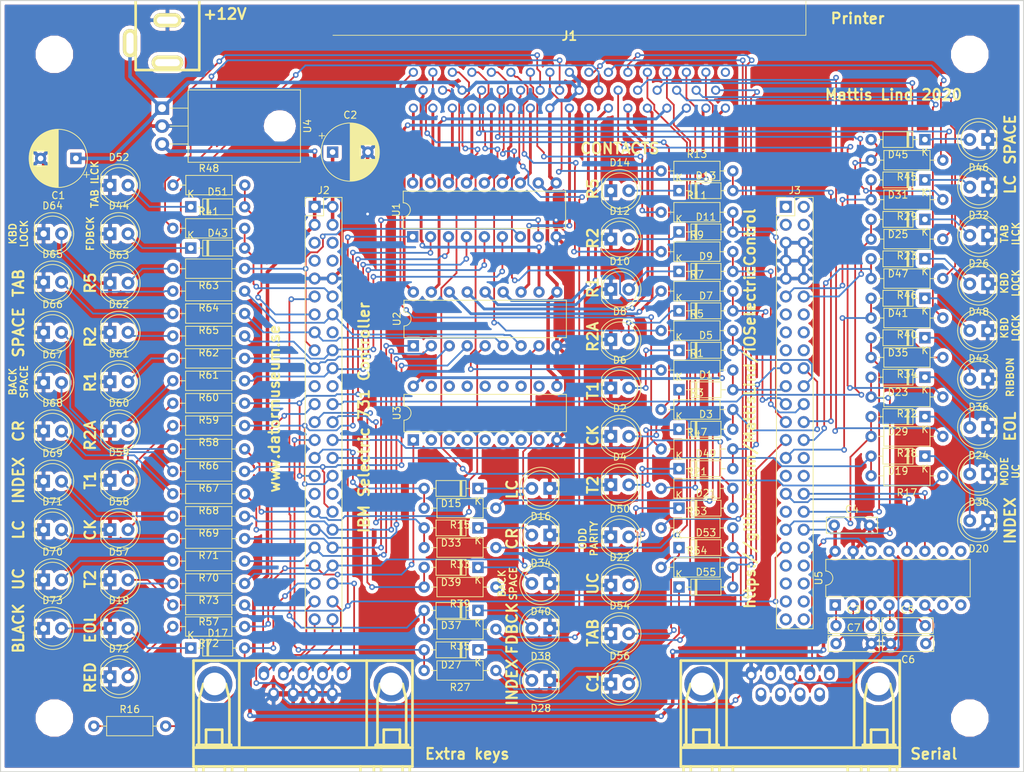
<source format=kicad_pcb>
(kicad_pcb (version 20171130) (host pcbnew 5.0.2-bee76a0~70~ubuntu16.04.1)
  (layers (0 F.Cu signal hide) (31 B.Cu signal hide) (34 B.Paste user hide) (35 F.Paste user hide) (36 B.SilkS user hide) (37 F.SilkS user) (38 B.Mask user hide) (39 F.Mask user hide) (44 Edge.Cuts user))
  (net 0 "")
  (net 1 +12V)
  (net 2 GND)
  (net 3 +5V)
  (net 4 "Net-(C3-Pad2)")
  (net 5 "Net-(C3-Pad1)")
  (net 6 "Net-(C5-Pad1)")
  (net 7 "Net-(C5-Pad2)")
  (net 8 "Net-(C6-Pad1)")
  (net 9 "Net-(C7-Pad1)")
  (net 10 "Net-(D1-Pad1)")
  (net 11 /STM_CK_NO)
  (net 12 /STM_T2_NO)
  (net 13 "Net-(D3-Pad1)")
  (net 14 /STM_T1_NO)
  (net 15 "Net-(D5-Pad1)")
  (net 16 "Net-(D7-Pad1)")
  (net 17 /STM_R2A_NO)
  (net 18 "Net-(D10-Pad2)")
  (net 19 /STM_R1_NO)
  (net 20 "Net-(D11-Pad1)")
  (net 21 /STM_R2_NO)
  (net 22 /STM_R5_NO)
  (net 23 "Net-(D13-Pad1)")
  (net 24 "Net-(D15-Pad1)")
  (net 25 /STM_LC_NO)
  (net 26 "Net-(D17-Pad1)")
  (net 27 /STM_EOL_NC)
  (net 28 /STM_C1_NC)
  (net 29 "Net-(D19-Pad1)")
  (net 30 /STM_UC_NO)
  (net 31 "Net-(D21-Pad1)")
  (net 32 /STM_EOL_NO)
  (net 33 "Net-(D23-Pad1)")
  (net 34 "Net-(D25-Pad1)")
  (net 35 /STM_TAB_ILCK_NC)
  (net 36 "Net-(D27-Pad1)")
  (net 37 /STM_INDEX_NO)
  (net 38 "Net-(D29-Pad1)")
  (net 39 /STM_MODE_UC_NO)
  (net 40 "Net-(D31-Pad1)")
  (net 41 /STM_MODE_LC_NC)
  (net 42 /STM_CR_NO)
  (net 43 "Net-(D33-Pad1)")
  (net 44 /STM_RIBBON_NO)
  (net 45 "Net-(D35-Pad1)")
  (net 46 /STM_FDBCK_NC)
  (net 47 "Net-(D37-Pad1)")
  (net 48 /STM_BSP_NO)
  (net 49 "Net-(D39-Pad1)")
  (net 50 "Net-(D41-Pad1)")
  (net 51 /STM_KBD_NC)
  (net 52 /STM_FDBCK_NO)
  (net 53 "Net-(D43-Pad1)")
  (net 54 /STM_SP_NO)
  (net 55 "Net-(D45-Pad1)")
  (net 56 /STM_KBD_NO)
  (net 57 "Net-(D47-Pad1)")
  (net 58 /STM_ODD_PAR_NO)
  (net 59 "Net-(D49-Pad1)")
  (net 60 "Net-(D51-Pad1)")
  (net 61 /STM_TAB_ILCK_NO)
  (net 62 "Net-(D53-Pad1)")
  (net 63 /STM_TAB_NO)
  (net 64 "Net-(D55-Pad1)")
  (net 65 /STM_C1_NO)
  (net 66 "Net-(D57-Pad2)")
  (net 67 "Net-(D58-Pad2)")
  (net 68 "Net-(D59-Pad2)")
  (net 69 "Net-(D60-Pad2)")
  (net 70 "Net-(D61-Pad2)")
  (net 71 "Net-(D62-Pad2)")
  (net 72 "Net-(D63-Pad2)")
  (net 73 "Net-(D64-Pad2)")
  (net 74 "Net-(D65-Pad2)")
  (net 75 "Net-(D66-Pad2)")
  (net 76 "Net-(D67-Pad2)")
  (net 77 "Net-(D68-Pad2)")
  (net 78 "Net-(D69-Pad2)")
  (net 79 "Net-(D70-Pad2)")
  (net 80 "Net-(D71-Pad2)")
  (net 81 "Net-(D72-Pad2)")
  (net 82 "Net-(D73-Pad2)")
  (net 83 /CON_TAB_ILCK_NO)
  (net 84 /CON_FDBCK_NC)
  (net 85 /CON_TAB_ILCK_NC)
  (net 86 /CON_C1_NC)
  (net 87 /SOL_RED)
  (net 88 /S)
  (net 89 /CON_R1_NO)
  (net 90 /CON_LC_NO)
  (net 91 /CON_UC_NO)
  (net 92 /CON_INDEX_NO)
  (net 93 /CC)
  (net 94 /BB)
  (net 95 /AA)
  (net 96 /CON_TAB_NO)
  (net 97 /CON_R5_NO)
  (net 98 /CON_R2_NO)
  (net 99 /CON_MODE_LC_NC)
  (net 100 /CON_FDBCK_NO)
  (net 101 /R)
  (net 102 /SOL_BLACK)
  (net 103 /SOL_LC)
  (net 104 /B)
  (net 105 /D)
  (net 106 /N)
  (net 107 /L)
  (net 108 /F)
  (net 109 /CON_EOL_NC)
  (net 110 /CON_EOL_NO)
  (net 111 /CON_MODE_UC_NO)
  (net 112 /CON_RIBBON_NO)
  (net 113 /CON_KBD_NC)
  (net 114 /CON_KBD_NO)
  (net 115 /CON_C1_NO)
  (net 116 /CON_ODD_PARITY)
  (net 117 /CON_T2_NO)
  (net 118 /CON_CK_NO)
  (net 119 /CON_T1_NO)
  (net 120 /CON_R2A_NO)
  (net 121 /A)
  (net 122 /C)
  (net 123 /E)
  (net 124 /H)
  (net 125 /K)
  (net 126 /M)
  (net 127 /P)
  (net 128 /STM_KBD_LOCK)
  (net 129 /STM_TAB)
  (net 130 /STM_R5)
  (net 131 /STM_R2)
  (net 132 /STM_R1)
  (net 133 /STM_R2A)
  (net 134 /STM_T1)
  (net 135 /STM_CK)
  (net 136 /STM_SP)
  (net 137 /STM_BSP)
  (net 138 /STM_CR)
  (net 139 /STM_INDEX)
  (net 140 /STM_UC)
  (net 141 /STM_LC)
  (net 142 /STM_RED)
  (net 143 /STM_BLACK)
  (net 144 /STM_T2)
  (net 145 /SER_TX)
  (net 146 /SER_RX)
  (net 147 /EIA_RX)
  (net 148 /EIA_TX)
  (net 149 "Net-(U3-Pad2)")
  (net 150 "Net-(U3-Pad11)")
  (net 151 "Net-(U3-Pad3)")
  (net 152 "Net-(U3-Pad12)")
  (net 153 "Net-(U3-Pad4)")
  (net 154 "Net-(U3-Pad13)")
  (net 155 "Net-(U3-Pad5)")
  (net 156 "Net-(U3-Pad14)")
  (net 157 "Net-(U3-Pad6)")
  (net 158 "Net-(U3-Pad15)")
  (net 159 "Net-(U3-Pad7)")
  (net 160 "Net-(U3-Pad16)")
  (net 161 "Net-(U3-Pad8)")
  (net 162 "Net-(U3-Pad17)")
  (net 163 "Net-(U5-Pad9)")
  (net 164 "Net-(U5-Pad10)")
  (net 165 "Net-(U5-Pad7)")
  (net 166 "Net-(U5-Pad8)")
  (net 167 "Net-(J1-Pad50)")
  (net 168 "Net-(J5-Pad1)")
  (net 169 "Net-(J5-Pad4)")
  (net 170 "Net-(J5-Pad9)")
  (net 171 "Net-(J5-Pad8)")
  (net 172 "Net-(J5-Pad7)")
  (net 173 "Net-(J5-Pad6)")
  (net 174 /PAR1)
  (net 175 /CTRL)
  (net 176 /BREAK)
  (net 177 /PAR0)
  (net 178 /PARODD)
  (net 179 "Net-(J2-Pad5)")
  (net 180 "Net-(J2-Pad6)")
  (net 181 "Net-(J2-Pad7)")
  (net 182 "Net-(J2-Pad8)")
  (net 183 "Net-(J2-Pad16)")
  (net 184 "Net-(J2-Pad21)")
  (net 185 "Net-(J2-Pad22)")
  (net 186 "Net-(J2-Pad33)")
  (net 187 "Net-(J2-Pad34)")
  (net 188 "Net-(J3-Pad48)")
  (net 189 "Net-(J3-Pad47)")
  (net 190 "Net-(J3-Pad46)")
  (net 191 "Net-(J3-Pad45)")
  (net 192 "Net-(J3-Pad44)")
  (net 193 "Net-(J3-Pad43)")
  (net 194 "Net-(J3-Pad42)")
  (net 195 "Net-(J3-Pad41)")
  (net 196 "Net-(J3-Pad40)")
  (net 197 "Net-(J3-Pad35)")
  (net 198 "Net-(J3-Pad32)")
  (net 199 "Net-(J3-Pad31)")
  (net 200 "Net-(J3-Pad30)")
  (net 201 "Net-(J3-Pad18)")
  (net 202 "Net-(J3-Pad17)")
  (net 203 "Net-(J3-Pad16)")
  (net 204 "Net-(J3-Pad15)")
  (net 205 "Net-(J3-Pad14)")
  (net 206 "Net-(J3-Pad13)")
  (net 207 "Net-(J3-Pad4)")
  (net 208 "Net-(J3-Pad3)")
  (net 209 "Net-(J3-Pad2)")
  (net 210 "Net-(J3-Pad1)")
  (module General:DB_9F (layer F.Cu) (at 106.299 131.826)
    (fp_text reference J6 (at 0 7.62) (layer F.SilkS) (effects (font (size 1.524 1.524) (thickness 0.3048))))
    (fp_text value "Extra keys" (at 23.241 2.794) (layer F.SilkS) (effects (font (size 1.524 1.524) (thickness 0.3048))))
    (pad "" thru_hole circle (at 12.49426 -7.112) (size 5.00126 5.00126) (drill 3.2004) (layers *.Cu *.Mask))
    (pad 3 thru_hole oval (at 0 -8.382) (size 1.50114 1.99898) (drill 0.89916 (offset 0 -0.24892)) (layers *.Cu *.Mask) (net 174 /PAR1))
    (pad 2 thru_hole oval (at 2.77114 -8.382) (size 1.50114 1.99898) (drill 0.89916 (offset 0 -0.24892)) (layers *.Cu *.Mask) (net 175 /CTRL))
    (pad 1 thru_hole oval (at 5.53974 -8.382) (size 1.50114 1.99898) (drill 0.89916 (offset 0 -0.24892)) (layers *.Cu *.Mask) (net 176 /BREAK))
    (pad 4 thru_hole oval (at -2.77114 -8.382) (size 1.50114 1.99898) (drill 0.89916 (offset 0 -0.24892)) (layers *.Cu *.Mask) (net 177 /PAR0))
    (pad 5 thru_hole oval (at -5.53974 -8.382) (size 1.50114 1.99898) (drill 0.89916 (offset 0 -0.24892)) (layers *.Cu *.Mask) (net 178 /PARODD))
    (pad 9 thru_hole oval (at -4.15544 -5.842) (size 1.50114 1.99898) (drill 0.89916 (offset 0 0.24892)) (layers *.Cu *.Mask) (net 2 GND))
    (pad 8 thru_hole oval (at -1.3843 -5.842) (size 1.50114 1.99898) (drill 0.89916 (offset 0 0.24892)) (layers *.Cu *.Mask) (net 2 GND))
    (pad 7 thru_hole oval (at 1.3843 -5.842) (size 1.50114 1.99898) (drill 0.89916 (offset 0 0.24892)) (layers *.Cu *.Mask) (net 2 GND))
    (pad 6 thru_hole oval (at 4.15544 -5.842) (size 1.50114 1.99898) (drill 0.89916 (offset 0 0.24892)) (layers *.Cu *.Mask) (net 2 GND))
    (pad "" thru_hole circle (at -12.49426 -7.112) (size 5.00126 5.00126) (drill 3.2004) (layers *.Cu *.Mask))
  )
  (module General:DD50S564TLF (layer F.Cu) (at 121.92 43.18 180)
    (fp_text reference J1 (at -22.08 10.215 180) (layer F.SilkS) (effects (font (size 1.27 1.27) (thickness 0.254))))
    (fp_text value DB-50 hide)
    (pad 1 thru_hole circle (at 0 0 180) (size 1.3 1.3) (drill 0.8) (layers *.Cu *.Mask) (net 121 /A))
    (pad 2 thru_hole circle (at -2.76 0 180) (size 1.3 1.3) (drill 0.8) (layers *.Cu *.Mask) (net 104 /B))
    (pad 3 thru_hole circle (at -5.52 0 180) (size 1.3 1.3) (drill 0.8) (layers *.Cu *.Mask) (net 122 /C))
    (pad 4 thru_hole circle (at -8.28 0 180) (size 1.3 1.3) (drill 0.8) (layers *.Cu *.Mask) (net 105 /D))
    (pad 5 thru_hole circle (at -11.04 0 180) (size 1.3 1.3) (drill 0.8) (layers *.Cu *.Mask) (net 123 /E))
    (pad 6 thru_hole circle (at -13.8 0 180) (size 1.3 1.3) (drill 0.8) (layers *.Cu *.Mask) (net 108 /F))
    (pad 7 thru_hole circle (at -16.56 0 180) (size 1.3 1.3) (drill 0.8) (layers *.Cu *.Mask) (net 124 /H))
    (pad 8 thru_hole circle (at -19.32 0 180) (size 1.3 1.3) (drill 0.8) (layers *.Cu *.Mask) (net 1 +12V))
    (pad 9 thru_hole circle (at -22.08 0 180) (size 1.3 1.3) (drill 0.8) (layers *.Cu *.Mask) (net 125 /K))
    (pad 10 thru_hole circle (at -24.84 0 180) (size 1.3 1.3) (drill 0.8) (layers *.Cu *.Mask) (net 107 /L))
    (pad 11 thru_hole circle (at -27.6 0 180) (size 1.3 1.3) (drill 0.8) (layers *.Cu *.Mask) (net 126 /M))
    (pad 12 thru_hole circle (at -30.36 0 180) (size 1.3 1.3) (drill 0.8) (layers *.Cu *.Mask) (net 106 /N))
    (pad 13 thru_hole circle (at -33.12 0 180) (size 1.3 1.3) (drill 0.8) (layers *.Cu *.Mask) (net 127 /P))
    (pad 14 thru_hole circle (at -35.88 0 180) (size 1.3 1.3) (drill 0.8) (layers *.Cu *.Mask) (net 101 /R))
    (pad 15 thru_hole circle (at -38.64 0 180) (size 1.3 1.3) (drill 0.8) (layers *.Cu *.Mask) (net 88 /S))
    (pad 16 thru_hole circle (at -41.4 0 180) (size 1.3 1.3) (drill 0.8) (layers *.Cu *.Mask) (net 103 /SOL_LC))
    (pad 17 thru_hole circle (at -44.16 0 180) (size 1.3 1.3) (drill 0.8) (layers *.Cu *.Mask) (net 87 /SOL_RED))
    (pad 18 thru_hole circle (at -1.38 2.54 180) (size 1.3 1.3) (drill 0.8) (layers *.Cu *.Mask) (net 102 /SOL_BLACK))
    (pad 19 thru_hole circle (at -4.14 2.54 180) (size 1.3 1.3) (drill 0.8) (layers *.Cu *.Mask) (net 86 /CON_C1_NC))
    (pad 20 thru_hole circle (at -6.9 2.54 180) (size 1.3 1.3) (drill 0.8) (layers *.Cu *.Mask) (net 1 +12V))
    (pad 21 thru_hole circle (at -9.66 2.54 180) (size 1.3 1.3) (drill 0.8) (layers *.Cu *.Mask) (net 85 /CON_TAB_ILCK_NC))
    (pad 22 thru_hole circle (at -12.42 2.54 180) (size 1.3 1.3) (drill 0.8) (layers *.Cu *.Mask) (net 99 /CON_MODE_LC_NC))
    (pad 23 thru_hole circle (at -15.18 2.54 180) (size 1.3 1.3) (drill 0.8) (layers *.Cu *.Mask) (net 84 /CON_FDBCK_NC))
    (pad 24 thru_hole circle (at -17.94 2.54 180) (size 1.3 1.3) (drill 0.8) (layers *.Cu *.Mask) (net 100 /CON_FDBCK_NO))
    (pad 25 thru_hole circle (at -20.7 2.54 180) (size 1.3 1.3) (drill 0.8) (layers *.Cu *.Mask) (net 83 /CON_TAB_ILCK_NO))
    (pad 26 thru_hole circle (at -23.46 2.54 180) (size 1.3 1.3) (drill 0.8) (layers *.Cu *.Mask) (net 1 +12V))
    (pad 27 thru_hole circle (at -26.22 2.54 180) (size 1.3 1.3) (drill 0.8) (layers *.Cu *.Mask) (net 109 /CON_EOL_NC))
    (pad 28 thru_hole circle (at -28.98 2.54 180) (size 1.3 1.3) (drill 0.8) (layers *.Cu *.Mask) (net 110 /CON_EOL_NO))
    (pad 29 thru_hole circle (at -31.74 2.54 180) (size 1.3 1.3) (drill 0.8) (layers *.Cu *.Mask) (net 111 /CON_MODE_UC_NO))
    (pad 30 thru_hole circle (at -34.5 2.54 180) (size 1.3 1.3) (drill 0.8) (layers *.Cu *.Mask) (net 112 /CON_RIBBON_NO))
    (pad 31 thru_hole circle (at -37.26 2.54 180) (size 1.3 1.3) (drill 0.8) (layers *.Cu *.Mask) (net 113 /CON_KBD_NC))
    (pad 32 thru_hole circle (at -40.02 2.54 180) (size 1.3 1.3) (drill 0.8) (layers *.Cu *.Mask) (net 114 /CON_KBD_NO))
    (pad 33 thru_hole circle (at -42.78 2.54 180) (size 1.3 1.3) (drill 0.8) (layers *.Cu *.Mask) (net 115 /CON_C1_NO))
    (pad 34 thru_hole circle (at 0 5.08 180) (size 1.3 1.3) (drill 0.8) (layers *.Cu *.Mask) (net 116 /CON_ODD_PARITY))
    (pad 35 thru_hole circle (at -2.76 5.08 180) (size 1.3 1.3) (drill 0.8) (layers *.Cu *.Mask) (net 117 /CON_T2_NO))
    (pad 36 thru_hole circle (at -5.52 5.08 180) (size 1.3 1.3) (drill 0.8) (layers *.Cu *.Mask) (net 118 /CON_CK_NO))
    (pad 37 thru_hole circle (at -8.28 5.08 180) (size 1.3 1.3) (drill 0.8) (layers *.Cu *.Mask) (net 119 /CON_T1_NO))
    (pad 38 thru_hole circle (at -11.04 5.08 180) (size 1.3 1.3) (drill 0.8) (layers *.Cu *.Mask) (net 120 /CON_R2A_NO))
    (pad 39 thru_hole circle (at -13.8 5.08 180) (size 1.3 1.3) (drill 0.8) (layers *.Cu *.Mask) (net 89 /CON_R1_NO))
    (pad 40 thru_hole circle (at -16.56 5.08 180) (size 1.3 1.3) (drill 0.8) (layers *.Cu *.Mask) (net 98 /CON_R2_NO))
    (pad 41 thru_hole circle (at -19.32 5.08 180) (size 1.3 1.3) (drill 0.8) (layers *.Cu *.Mask) (net 97 /CON_R5_NO))
    (pad 42 thru_hole circle (at -22.08 5.08 180) (size 1.3 1.3) (drill 0.8) (layers *.Cu *.Mask) (net 1 +12V))
    (pad 43 thru_hole circle (at -24.84 5.08 180) (size 1.3 1.3) (drill 0.8) (layers *.Cu *.Mask) (net 96 /CON_TAB_NO))
    (pad 44 thru_hole circle (at -27.6 5.08 180) (size 1.3 1.3) (drill 0.8) (layers *.Cu *.Mask) (net 95 /AA))
    (pad 45 thru_hole circle (at -30.36 5.08 180) (size 1.3 1.3) (drill 0.8) (layers *.Cu *.Mask) (net 94 /BB))
    (pad 46 thru_hole circle (at -33.12 5.08 180) (size 1.3 1.3) (drill 0.8) (layers *.Cu *.Mask) (net 93 /CC))
    (pad 47 thru_hole circle (at -35.88 5.08 180) (size 1.3 1.3) (drill 0.8) (layers *.Cu *.Mask) (net 92 /CON_INDEX_NO))
    (pad 48 thru_hole circle (at -38.64 5.08 180) (size 1.3 1.3) (drill 0.8) (layers *.Cu *.Mask) (net 91 /CON_UC_NO))
    (pad 49 thru_hole circle (at -41.4 5.08 180) (size 1.3 1.3) (drill 0.8) (layers *.Cu *.Mask) (net 90 /CON_LC_NO))
    (pad 50 thru_hole circle (at -44.16 5.08 180) (size 1.3 1.3) (drill 0.8) (layers *.Cu *.Mask) (net 167 "Net-(J1-Pad50)"))
  )
  (module Connector_PinHeader_2.54mm:PinHeader_2x24_P2.54mm_Vertical (layer F.Cu) (at 174.625 57.15)
    (fp_text reference J3 (at 1.27 -2.33) (layer F.SilkS))
    (fp_text value HEADER_24x2)
    (pad 48 thru_hole oval (at 2.54 58.42) (size 1.7 1.7) (drill 1) (layers *.Cu *.Mask) (net 188 "Net-(J3-Pad48)"))
    (pad 47 thru_hole oval (at 0 58.42) (size 1.7 1.7) (drill 1) (layers *.Cu *.Mask) (net 189 "Net-(J3-Pad47)"))
    (pad 46 thru_hole oval (at 2.54 55.88) (size 1.7 1.7) (drill 1) (layers *.Cu *.Mask) (net 190 "Net-(J3-Pad46)"))
    (pad 45 thru_hole oval (at 0 55.88) (size 1.7 1.7) (drill 1) (layers *.Cu *.Mask) (net 191 "Net-(J3-Pad45)"))
    (pad 44 thru_hole oval (at 2.54 53.34) (size 1.7 1.7) (drill 1) (layers *.Cu *.Mask) (net 192 "Net-(J3-Pad44)"))
    (pad 43 thru_hole oval (at 0 53.34) (size 1.7 1.7) (drill 1) (layers *.Cu *.Mask) (net 193 "Net-(J3-Pad43)"))
    (pad 42 thru_hole oval (at 2.54 50.8) (size 1.7 1.7) (drill 1) (layers *.Cu *.Mask) (net 194 "Net-(J3-Pad42)"))
    (pad 41 thru_hole oval (at 0 50.8) (size 1.7 1.7) (drill 1) (layers *.Cu *.Mask) (net 195 "Net-(J3-Pad41)"))
    (pad 40 thru_hole oval (at 2.54 48.26) (size 1.7 1.7) (drill 1) (layers *.Cu *.Mask) (net 196 "Net-(J3-Pad40)"))
    (pad 39 thru_hole oval (at 0 48.26) (size 1.7 1.7) (drill 1) (layers *.Cu *.Mask) (net 144 /STM_T2))
    (pad 38 thru_hole oval (at 2.54 45.72) (size 1.7 1.7) (drill 1) (layers *.Cu *.Mask) (net 32 /STM_EOL_NO))
    (pad 37 thru_hole oval (at 0 45.72) (size 1.7 1.7) (drill 1) (layers *.Cu *.Mask) (net 39 /STM_MODE_UC_NO))
    (pad 36 thru_hole oval (at 2.54 43.18) (size 1.7 1.7) (drill 1) (layers *.Cu *.Mask) (net 44 /STM_RIBBON_NO))
    (pad 35 thru_hole oval (at 0 43.18) (size 1.7 1.7) (drill 1) (layers *.Cu *.Mask) (net 197 "Net-(J3-Pad35)"))
    (pad 34 thru_hole oval (at 2.54 40.64) (size 1.7 1.7) (drill 1) (layers *.Cu *.Mask) (net 145 /SER_TX))
    (pad 33 thru_hole oval (at 0 40.64) (size 1.7 1.7) (drill 1) (layers *.Cu *.Mask) (net 146 /SER_RX))
    (pad 32 thru_hole oval (at 2.54 38.1) (size 1.7 1.7) (drill 1) (layers *.Cu *.Mask) (net 198 "Net-(J3-Pad32)"))
    (pad 31 thru_hole oval (at 0 38.1) (size 1.7 1.7) (drill 1) (layers *.Cu *.Mask) (net 199 "Net-(J3-Pad31)"))
    (pad 30 thru_hole oval (at 2.54 35.56) (size 1.7 1.7) (drill 1) (layers *.Cu *.Mask) (net 200 "Net-(J3-Pad30)"))
    (pad 29 thru_hole oval (at 0 35.56) (size 1.7 1.7) (drill 1) (layers *.Cu *.Mask) (net 51 /STM_KBD_NC))
    (pad 28 thru_hole oval (at 2.54 33.02) (size 1.7 1.7) (drill 1) (layers *.Cu *.Mask) (net 56 /STM_KBD_NO))
    (pad 27 thru_hole oval (at 0 33.02) (size 1.7 1.7) (drill 1) (layers *.Cu *.Mask) (net 65 /STM_C1_NO))
    (pad 26 thru_hole oval (at 2.54 30.48) (size 1.7 1.7) (drill 1) (layers *.Cu *.Mask) (net 22 /STM_R5_NO))
    (pad 25 thru_hole oval (at 0 30.48) (size 1.7 1.7) (drill 1) (layers *.Cu *.Mask) (net 21 /STM_R2_NO))
    (pad 24 thru_hole oval (at 2.54 27.94) (size 1.7 1.7) (drill 1) (layers *.Cu *.Mask) (net 19 /STM_R1_NO))
    (pad 23 thru_hole oval (at 0 27.94) (size 1.7 1.7) (drill 1) (layers *.Cu *.Mask) (net 17 /STM_R2A_NO))
    (pad 22 thru_hole oval (at 2.54 25.4) (size 1.7 1.7) (drill 1) (layers *.Cu *.Mask) (net 14 /STM_T1_NO))
    (pad 21 thru_hole oval (at 0 25.4) (size 1.7 1.7) (drill 1) (layers *.Cu *.Mask) (net 11 /STM_CK_NO))
    (pad 20 thru_hole oval (at 2.54 22.86) (size 1.7 1.7) (drill 1) (layers *.Cu *.Mask) (net 12 /STM_T2_NO))
    (pad 19 thru_hole oval (at 0 22.86) (size 1.7 1.7) (drill 1) (layers *.Cu *.Mask) (net 58 /STM_ODD_PAR_NO))
    (pad 18 thru_hole oval (at 2.54 20.32) (size 1.7 1.7) (drill 1) (layers *.Cu *.Mask) (net 201 "Net-(J3-Pad18)"))
    (pad 17 thru_hole oval (at 0 20.32) (size 1.7 1.7) (drill 1) (layers *.Cu *.Mask) (net 202 "Net-(J3-Pad17)"))
    (pad 16 thru_hole oval (at 2.54 17.78) (size 1.7 1.7) (drill 1) (layers *.Cu *.Mask) (net 203 "Net-(J3-Pad16)"))
    (pad 15 thru_hole oval (at 0 17.78) (size 1.7 1.7) (drill 1) (layers *.Cu *.Mask) (net 204 "Net-(J3-Pad15)"))
    (pad 14 thru_hole oval (at 2.54 15.24) (size 1.7 1.7) (drill 1) (layers *.Cu *.Mask) (net 205 "Net-(J3-Pad14)"))
    (pad 13 thru_hole oval (at 0 15.24) (size 1.7 1.7) (drill 1) (layers *.Cu *.Mask) (net 206 "Net-(J3-Pad13)"))
    (pad 12 thru_hole oval (at 2.54 12.7) (size 1.7 1.7) (drill 1) (layers *.Cu *.Mask) (net 35 /STM_TAB_ILCK_NC))
    (pad 11 thru_hole oval (at 0 12.7) (size 1.7 1.7) (drill 1) (layers *.Cu *.Mask) (net 41 /STM_MODE_LC_NC))
    (pad 10 thru_hole oval (at 2.54 10.16) (size 1.7 1.7) (drill 1) (layers *.Cu *.Mask) (net 2 GND))
    (pad 9 thru_hole oval (at 0 10.16) (size 1.7 1.7) (drill 1) (layers *.Cu *.Mask) (net 2 GND))
    (pad 8 thru_hole oval (at 2.54 7.62) (size 1.7 1.7) (drill 1) (layers *.Cu *.Mask) (net 2 GND))
    (pad 7 thru_hole oval (at 0 7.62) (size 1.7 1.7) (drill 1) (layers *.Cu *.Mask) (net 2 GND))
    (pad 6 thru_hole oval (at 2.54 5.08) (size 1.7 1.7) (drill 1) (layers *.Cu *.Mask) (net 2 GND))
    (pad 5 thru_hole oval (at 0 5.08) (size 1.7 1.7) (drill 1) (layers *.Cu *.Mask) (net 2 GND))
    (pad 4 thru_hole oval (at 2.54 2.54) (size 1.7 1.7) (drill 1) (layers *.Cu *.Mask) (net 207 "Net-(J3-Pad4)"))
    (pad 3 thru_hole oval (at 0 2.54) (size 1.7 1.7) (drill 1) (layers *.Cu *.Mask) (net 208 "Net-(J3-Pad3)"))
    (pad 2 thru_hole oval (at 2.54 0) (size 1.7 1.7) (drill 1) (layers *.Cu *.Mask) (net 209 "Net-(J3-Pad2)"))
    (pad 1 thru_hole rect (at 0 0) (size 1.7 1.7) (drill 1) (layers *.Cu *.Mask) (net 210 "Net-(J3-Pad1)"))
  )
  (module General:dc_socket (layer F.Cu) (at 87.122 30.48 180)
    (fp_text reference J4 (at 0 8.6995 180) (layer F.SilkS) (effects (font (size 1.524 1.524) (thickness 0.3048))))
    (fp_text value +12V (at -8.128 0.635 180) (layer F.SilkS) (effects (font (size 1.524 1.524) (thickness 0.3048))))
    (pad 1 thru_hole oval (at 5.30098 -3.50012 180) (size 1.99898 4.0005) (drill oval 1.00076 2.99974) (layers *.Cu *.Mask F.SilkS) (net 1 +12V))
    (pad 2 thru_hole oval (at 0 -0.24892 180) (size 4.0005 1.99898) (drill oval 2.99974 1.00076) (layers *.Cu *.Mask F.SilkS) (net 2 GND))
    (pad 3 thru_hole oval (at 0 -6.25094 180) (size 4.50088 1.99898) (drill oval 3.50012 1.00076) (layers *.Cu *.Mask F.SilkS))
  )
  (module Capacitor_THT:CP_Radial_D8.0mm_P5.00mm (layer F.Cu) (at 74.168 50.292 180)
    (fp_text reference C1 (at 2.5 -5.25 180) (layer F.SilkS))
    (fp_text value 47u)
    (pad 1 thru_hole rect (at 0 0 180) (size 1.6 1.6) (drill 0.8) (layers *.Cu *.Mask) (net 1 +12V))
    (pad 2 thru_hole circle (at 5 0 180) (size 1.6 1.6) (drill 0.8) (layers *.Cu *.Mask) (net 2 GND))
  )
  (module Capacitor_THT:CP_Radial_D8.0mm_P5.00mm (layer F.Cu) (at 110.49 49.403)
    (fp_text reference C2 (at 2.5 -5.25) (layer F.SilkS))
    (fp_text value 100u)
    (pad 2 thru_hole circle (at 5 0) (size 1.6 1.6) (drill 0.8) (layers *.Cu *.Mask) (net 2 GND))
    (pad 1 thru_hole rect (at 0 0) (size 1.6 1.6) (drill 0.8) (layers *.Cu *.Mask) (net 3 +5V))
  )
  (module Capacitor_THT:C_Rect_L7.0mm_W2.0mm_P5.00mm (layer F.Cu) (at 181.737 116.459)
    (fp_text reference C3 (at 2.5 -2.25) (layer F.SilkS))
    (fp_text value 0.1u)
    (pad 2 thru_hole circle (at 5 0) (size 1.6 1.6) (drill 0.8) (layers *.Cu *.Mask) (net 4 "Net-(C3-Pad2)"))
    (pad 1 thru_hole circle (at 0 0) (size 1.6 1.6) (drill 0.8) (layers *.Cu *.Mask) (net 5 "Net-(C3-Pad1)"))
  )
  (module Capacitor_THT:C_Rect_L7.0mm_W2.0mm_P5.00mm (layer F.Cu) (at 181.483 102.235)
    (fp_text reference C4 (at 2.5 -2.25) (layer F.SilkS))
    (fp_text value 0.1u)
    (pad 1 thru_hole circle (at 0 0) (size 1.6 1.6) (drill 0.8) (layers *.Cu *.Mask) (net 3 +5V))
    (pad 2 thru_hole circle (at 5 0) (size 1.6 1.6) (drill 0.8) (layers *.Cu *.Mask) (net 2 GND))
  )
  (module Capacitor_THT:C_Rect_L7.0mm_W2.0mm_P5.00mm (layer F.Cu) (at 189.357 116.459)
    (fp_text reference C5 (at 2.5 -2.25) (layer F.SilkS))
    (fp_text value 0.1u)
    (pad 1 thru_hole circle (at 0 0) (size 1.6 1.6) (drill 0.8) (layers *.Cu *.Mask) (net 6 "Net-(C5-Pad1)"))
    (pad 2 thru_hole circle (at 5 0) (size 1.6 1.6) (drill 0.8) (layers *.Cu *.Mask) (net 7 "Net-(C5-Pad2)"))
  )
  (module Capacitor_THT:C_Rect_L7.0mm_W2.0mm_P5.00mm (layer F.Cu) (at 194.437 118.999 180)
    (fp_text reference C6 (at 2.5 -2.25 180) (layer F.SilkS))
    (fp_text value 0.1u)
    (pad 1 thru_hole circle (at 0 0 180) (size 1.6 1.6) (drill 0.8) (layers *.Cu *.Mask) (net 8 "Net-(C6-Pad1)"))
    (pad 2 thru_hole circle (at 5 0 180) (size 1.6 1.6) (drill 0.8) (layers *.Cu *.Mask) (net 2 GND))
  )
  (module Capacitor_THT:C_Rect_L7.0mm_W2.0mm_P5.00mm (layer F.Cu) (at 181.737 118.999)
    (fp_text reference C7 (at 2.5 -2.25) (layer F.SilkS))
    (fp_text value 0.1u)
    (pad 2 thru_hole circle (at 5 0) (size 1.6 1.6) (drill 0.8) (layers *.Cu *.Mask) (net 2 GND))
    (pad 1 thru_hole circle (at 0 0) (size 1.6 1.6) (drill 0.8) (layers *.Cu *.Mask) (net 9 "Net-(C7-Pad1)"))
  )
  (module Diode_THT:D_DO-35_SOD27_P7.62mm_Horizontal (layer F.Cu) (at 159.512 83.058)
    (fp_text reference D1 (at 3.81 -2.12) (layer F.SilkS))
    (fp_text value 1N4148)
    (fp_text user K (at 0 -1.8) (layer F.SilkS))
    (pad 1 thru_hole rect (at 0 0) (size 1.6 1.6) (drill 0.8) (layers *.Cu *.Mask) (net 10 "Net-(D1-Pad1)"))
    (pad 2 thru_hole oval (at 7.62 0) (size 1.6 1.6) (drill 0.8) (layers *.Cu *.Mask) (net 11 /STM_CK_NO))
  )
  (module Diode_THT:D_DO-35_SOD27_P7.62mm_Horizontal (layer F.Cu) (at 159.512 88.646)
    (fp_text reference D3 (at 3.81 -2.12) (layer F.SilkS))
    (fp_text value 1N4148)
    (fp_text user K (at 0 -1.8) (layer F.SilkS))
    (pad 2 thru_hole oval (at 7.62 0) (size 1.6 1.6) (drill 0.8) (layers *.Cu *.Mask) (net 12 /STM_T2_NO))
    (pad 1 thru_hole rect (at 0 0) (size 1.6 1.6) (drill 0.8) (layers *.Cu *.Mask) (net 13 "Net-(D3-Pad1)"))
  )
  (module Diode_THT:D_DO-35_SOD27_P7.62mm_Horizontal (layer F.Cu) (at 159.512 77.47)
    (fp_text reference D5 (at 3.81 -2.12) (layer F.SilkS))
    (fp_text value 1N4148)
    (fp_text user K (at 0 -1.8) (layer F.SilkS))
    (pad 2 thru_hole oval (at 7.62 0) (size 1.6 1.6) (drill 0.8) (layers *.Cu *.Mask) (net 14 /STM_T1_NO))
    (pad 1 thru_hole rect (at 0 0) (size 1.6 1.6) (drill 0.8) (layers *.Cu *.Mask) (net 15 "Net-(D5-Pad1)"))
  )
  (module Diode_THT:D_DO-35_SOD27_P7.62mm_Horizontal (layer F.Cu) (at 159.512 71.882)
    (fp_text reference D7 (at 3.81 -2.12) (layer F.SilkS))
    (fp_text value 1N4148)
    (fp_text user K (at 0 -1.8) (layer F.SilkS))
    (pad 1 thru_hole rect (at 0 0) (size 1.6 1.6) (drill 0.8) (layers *.Cu *.Mask) (net 16 "Net-(D7-Pad1)"))
    (pad 2 thru_hole oval (at 7.62 0) (size 1.6 1.6) (drill 0.8) (layers *.Cu *.Mask) (net 17 /STM_R2A_NO))
  )
  (module Diode_THT:D_DO-35_SOD27_P7.62mm_Horizontal (layer F.Cu) (at 159.512 66.294)
    (fp_text reference D9 (at 3.81 -2.12) (layer F.SilkS))
    (fp_text value 1N4148)
    (fp_text user K (at 0 -1.8) (layer F.SilkS))
    (pad 1 thru_hole rect (at 0 0) (size 1.6 1.6) (drill 0.8) (layers *.Cu *.Mask) (net 18 "Net-(D10-Pad2)"))
    (pad 2 thru_hole oval (at 7.62 0) (size 1.6 1.6) (drill 0.8) (layers *.Cu *.Mask) (net 19 /STM_R1_NO))
  )
  (module Diode_THT:D_DO-35_SOD27_P7.62mm_Horizontal (layer F.Cu) (at 159.512 60.706)
    (fp_text reference D11 (at 3.81 -2.12) (layer F.SilkS))
    (fp_text value 1N4148)
    (fp_text user K (at 0 -1.8) (layer F.SilkS))
    (pad 1 thru_hole rect (at 0 0) (size 1.6 1.6) (drill 0.8) (layers *.Cu *.Mask) (net 20 "Net-(D11-Pad1)"))
    (pad 2 thru_hole oval (at 7.62 0) (size 1.6 1.6) (drill 0.8) (layers *.Cu *.Mask) (net 21 /STM_R2_NO))
  )
  (module Diode_THT:D_DO-35_SOD27_P7.62mm_Horizontal (layer F.Cu) (at 159.512 54.864)
    (fp_text reference D13 (at 3.81 -2.12) (layer F.SilkS))
    (fp_text value 1N4148)
    (fp_text user K (at 0 -1.8) (layer F.SilkS))
    (pad 2 thru_hole oval (at 7.62 0) (size 1.6 1.6) (drill 0.8) (layers *.Cu *.Mask) (net 22 /STM_R5_NO))
    (pad 1 thru_hole rect (at 0 0) (size 1.6 1.6) (drill 0.8) (layers *.Cu *.Mask) (net 23 "Net-(D13-Pad1)"))
  )
  (module Diode_THT:D_DO-35_SOD27_P7.62mm_Horizontal (layer F.Cu) (at 131.064 97.028 180)
    (fp_text reference D15 (at 3.81 -2.12 180) (layer F.SilkS))
    (fp_text value 1N4148)
    (fp_text user K (at 0 -1.8 180) (layer F.SilkS))
    (pad 1 thru_hole rect (at 0 0 180) (size 1.6 1.6) (drill 0.8) (layers *.Cu *.Mask) (net 24 "Net-(D15-Pad1)"))
    (pad 2 thru_hole oval (at 7.62 0 180) (size 1.6 1.6) (drill 0.8) (layers *.Cu *.Mask) (net 25 /STM_LC_NO))
  )
  (module Diode_THT:D_DO-35_SOD27_P7.62mm_Horizontal (layer F.Cu) (at 90.424 119.634)
    (fp_text reference D17 (at 3.81 -2.12) (layer F.SilkS))
    (fp_text value 1N4148)
    (fp_text user K (at 0 -1.8) (layer F.SilkS))
    (pad 1 thru_hole rect (at 0 0) (size 1.6 1.6) (drill 0.8) (layers *.Cu *.Mask) (net 26 "Net-(D17-Pad1)"))
    (pad 2 thru_hole oval (at 7.62 0) (size 1.6 1.6) (drill 0.8) (layers *.Cu *.Mask) (net 27 /STM_EOL_NC))
  )
  (module Diode_THT:D_DO-35_SOD27_P7.62mm_Horizontal (layer F.Cu) (at 194.31 92.456 180)
    (fp_text reference D19 (at 3.81 -2.12 180) (layer F.SilkS))
    (fp_text value 1N4148)
    (fp_text user K (at 0 -1.8 180) (layer F.SilkS))
    (pad 2 thru_hole oval (at 7.62 0 180) (size 1.6 1.6) (drill 0.8) (layers *.Cu *.Mask) (net 28 /STM_C1_NC))
    (pad 1 thru_hole rect (at 0 0 180) (size 1.6 1.6) (drill 0.8) (layers *.Cu *.Mask) (net 29 "Net-(D19-Pad1)"))
  )
  (module Diode_THT:D_DO-35_SOD27_P7.62mm_Horizontal (layer F.Cu) (at 159.512 99.822)
    (fp_text reference D21 (at 3.81 -2.12) (layer F.SilkS))
    (fp_text value 1N4148)
    (fp_text user K (at 0 -1.8) (layer F.SilkS))
    (pad 2 thru_hole oval (at 7.62 0) (size 1.6 1.6) (drill 0.8) (layers *.Cu *.Mask) (net 30 /STM_UC_NO))
    (pad 1 thru_hole rect (at 0 0) (size 1.6 1.6) (drill 0.8) (layers *.Cu *.Mask) (net 31 "Net-(D21-Pad1)"))
  )
  (module Diode_THT:D_DO-35_SOD27_P7.62mm_Horizontal (layer F.Cu) (at 194.31 81.28 180)
    (fp_text reference D23 (at 3.81 -2.12 180) (layer F.SilkS))
    (fp_text value 1N4148)
    (fp_text user K (at 0 -1.8 180) (layer F.SilkS))
    (pad 2 thru_hole oval (at 7.62 0 180) (size 1.6 1.6) (drill 0.8) (layers *.Cu *.Mask) (net 32 /STM_EOL_NO))
    (pad 1 thru_hole rect (at 0 0 180) (size 1.6 1.6) (drill 0.8) (layers *.Cu *.Mask) (net 33 "Net-(D23-Pad1)"))
  )
  (module Diode_THT:D_DO-35_SOD27_P7.62mm_Horizontal (layer F.Cu) (at 194.31 58.928 180)
    (fp_text reference D25 (at 3.81 -2.12 180) (layer F.SilkS))
    (fp_text value 1N4148)
    (fp_text user K (at 0 -1.8 180) (layer F.SilkS))
    (pad 1 thru_hole rect (at 0 0 180) (size 1.6 1.6) (drill 0.8) (layers *.Cu *.Mask) (net 34 "Net-(D25-Pad1)"))
    (pad 2 thru_hole oval (at 7.62 0 180) (size 1.6 1.6) (drill 0.8) (layers *.Cu *.Mask) (net 35 /STM_TAB_ILCK_NC))
  )
  (module Diode_THT:D_DO-35_SOD27_P7.62mm_Horizontal (layer F.Cu) (at 131.064 119.888 180)
    (fp_text reference D27 (at 3.81 -2.12 180) (layer F.SilkS))
    (fp_text value 1N4148)
    (fp_text user K (at 0 -1.8 180) (layer F.SilkS))
    (pad 1 thru_hole rect (at 0 0 180) (size 1.6 1.6) (drill 0.8) (layers *.Cu *.Mask) (net 36 "Net-(D27-Pad1)"))
    (pad 2 thru_hole oval (at 7.62 0 180) (size 1.6 1.6) (drill 0.8) (layers *.Cu *.Mask) (net 37 /STM_INDEX_NO))
  )
  (module Diode_THT:D_DO-35_SOD27_P7.62mm_Horizontal (layer F.Cu) (at 194.31 86.868 180)
    (fp_text reference D29 (at 3.81 -2.12 180) (layer F.SilkS))
    (fp_text value 1N4148)
    (fp_text user K (at 0 -1.8 180) (layer F.SilkS))
    (pad 1 thru_hole rect (at 0 0 180) (size 1.6 1.6) (drill 0.8) (layers *.Cu *.Mask) (net 38 "Net-(D29-Pad1)"))
    (pad 2 thru_hole oval (at 7.62 0 180) (size 1.6 1.6) (drill 0.8) (layers *.Cu *.Mask) (net 39 /STM_MODE_UC_NO))
  )
  (module Diode_THT:D_DO-35_SOD27_P7.62mm_Horizontal (layer F.Cu) (at 194.31 53.34 180)
    (fp_text reference D31 (at 3.81 -2.12 180) (layer F.SilkS))
    (fp_text value 1N4148)
    (fp_text user K (at 0 -1.8 180) (layer F.SilkS))
    (pad 1 thru_hole rect (at 0 0 180) (size 1.6 1.6) (drill 0.8) (layers *.Cu *.Mask) (net 40 "Net-(D31-Pad1)"))
    (pad 2 thru_hole oval (at 7.62 0 180) (size 1.6 1.6) (drill 0.8) (layers *.Cu *.Mask) (net 41 /STM_MODE_LC_NC))
  )
  (module Diode_THT:D_DO-35_SOD27_P7.62mm_Horizontal (layer F.Cu) (at 131.064 102.616 180)
    (fp_text reference D33 (at 3.81 -2.12 180) (layer F.SilkS))
    (fp_text value 1N4148)
    (fp_text user K (at 0 -1.8 180) (layer F.SilkS))
    (pad 2 thru_hole oval (at 7.62 0 180) (size 1.6 1.6) (drill 0.8) (layers *.Cu *.Mask) (net 42 /STM_CR_NO))
    (pad 1 thru_hole rect (at 0 0 180) (size 1.6 1.6) (drill 0.8) (layers *.Cu *.Mask) (net 43 "Net-(D33-Pad1)"))
  )
  (module Diode_THT:D_DO-35_SOD27_P7.62mm_Horizontal (layer F.Cu) (at 194.31 75.692 180)
    (fp_text reference D35 (at 3.81 -2.12 180) (layer F.SilkS))
    (fp_text value 1N4148)
    (fp_text user K (at 0 -1.8 180) (layer F.SilkS))
    (pad 2 thru_hole oval (at 7.62 0 180) (size 1.6 1.6) (drill 0.8) (layers *.Cu *.Mask) (net 44 /STM_RIBBON_NO))
    (pad 1 thru_hole rect (at 0 0 180) (size 1.6 1.6) (drill 0.8) (layers *.Cu *.Mask) (net 45 "Net-(D35-Pad1)"))
  )
  (module Diode_THT:D_DO-35_SOD27_P7.62mm_Horizontal (layer F.Cu) (at 131.064 114.3 180)
    (fp_text reference D37 (at 3.81 -2.12 180) (layer F.SilkS))
    (fp_text value 1N4148)
    (fp_text user K (at 0 -1.8 180) (layer F.SilkS))
    (pad 2 thru_hole oval (at 7.62 0 180) (size 1.6 1.6) (drill 0.8) (layers *.Cu *.Mask) (net 46 /STM_FDBCK_NC))
    (pad 1 thru_hole rect (at 0 0 180) (size 1.6 1.6) (drill 0.8) (layers *.Cu *.Mask) (net 47 "Net-(D37-Pad1)"))
  )
  (module Diode_THT:D_DO-35_SOD27_P7.62mm_Horizontal (layer F.Cu) (at 131.064 108.204 180)
    (fp_text reference D39 (at 3.81 -2.12 180) (layer F.SilkS))
    (fp_text value 1N4148)
    (fp_text user K (at 0 -1.8 180) (layer F.SilkS))
    (pad 2 thru_hole oval (at 7.62 0 180) (size 1.6 1.6) (drill 0.8) (layers *.Cu *.Mask) (net 48 /STM_BSP_NO))
    (pad 1 thru_hole rect (at 0 0 180) (size 1.6 1.6) (drill 0.8) (layers *.Cu *.Mask) (net 49 "Net-(D39-Pad1)"))
  )
  (module Diode_THT:D_DO-35_SOD27_P7.62mm_Horizontal (layer F.Cu) (at 194.31 70.104 180)
    (fp_text reference D41 (at 3.81 -2.12 180) (layer F.SilkS))
    (fp_text value 1N4148)
    (fp_text user K (at 0 -1.8 180) (layer F.SilkS))
    (pad 1 thru_hole rect (at 0 0 180) (size 1.6 1.6) (drill 0.8) (layers *.Cu *.Mask) (net 50 "Net-(D41-Pad1)"))
    (pad 2 thru_hole oval (at 7.62 0 180) (size 1.6 1.6) (drill 0.8) (layers *.Cu *.Mask) (net 51 /STM_KBD_NC))
  )
  (module Diode_THT:D_DO-35_SOD27_P7.62mm_Horizontal (layer F.Cu) (at 90.424 62.992)
    (fp_text reference D43 (at 3.81 -2.12) (layer F.SilkS))
    (fp_text value 1N4148)
    (fp_text user K (at 0 -1.8) (layer F.SilkS))
    (pad 2 thru_hole oval (at 7.62 0) (size 1.6 1.6) (drill 0.8) (layers *.Cu *.Mask) (net 52 /STM_FDBCK_NO))
    (pad 1 thru_hole rect (at 0 0) (size 1.6 1.6) (drill 0.8) (layers *.Cu *.Mask) (net 53 "Net-(D43-Pad1)"))
  )
  (module Diode_THT:D_DO-35_SOD27_P7.62mm_Horizontal (layer F.Cu) (at 194.31 47.625 180)
    (fp_text reference D45 (at 3.81 -2.12 180) (layer F.SilkS))
    (fp_text value 1N4148)
    (fp_text user K (at 0 -1.8 180) (layer F.SilkS))
    (pad 2 thru_hole oval (at 7.62 0 180) (size 1.6 1.6) (drill 0.8) (layers *.Cu *.Mask) (net 54 /STM_SP_NO))
    (pad 1 thru_hole rect (at 0 0 180) (size 1.6 1.6) (drill 0.8) (layers *.Cu *.Mask) (net 55 "Net-(D45-Pad1)"))
  )
  (module Diode_THT:D_DO-35_SOD27_P7.62mm_Horizontal (layer F.Cu) (at 194.31 64.516 180)
    (fp_text reference D47 (at 3.81 -2.12 180) (layer F.SilkS))
    (fp_text value 1N4148)
    (fp_text user K (at 0 -1.8 180) (layer F.SilkS))
    (pad 2 thru_hole oval (at 7.62 0 180) (size 1.6 1.6) (drill 0.8) (layers *.Cu *.Mask) (net 56 /STM_KBD_NO))
    (pad 1 thru_hole rect (at 0 0 180) (size 1.6 1.6) (drill 0.8) (layers *.Cu *.Mask) (net 57 "Net-(D47-Pad1)"))
  )
  (module Diode_THT:D_DO-35_SOD27_P7.62mm_Horizontal (layer F.Cu) (at 159.512 94.234)
    (fp_text reference D49 (at 3.81 -2.12) (layer F.SilkS))
    (fp_text value 1N4148)
    (fp_text user K (at 0 -1.8) (layer F.SilkS))
    (pad 2 thru_hole oval (at 7.62 0) (size 1.6 1.6) (drill 0.8) (layers *.Cu *.Mask) (net 58 /STM_ODD_PAR_NO))
    (pad 1 thru_hole rect (at 0 0) (size 1.6 1.6) (drill 0.8) (layers *.Cu *.Mask) (net 59 "Net-(D49-Pad1)"))
  )
  (module Diode_THT:D_DO-35_SOD27_P7.62mm_Horizontal (layer F.Cu) (at 90.424 57.15)
    (fp_text reference D51 (at 3.81 -2.12) (layer F.SilkS))
    (fp_text value 1N4148)
    (fp_text user K (at 0 -1.8) (layer F.SilkS))
    (pad 1 thru_hole rect (at 0 0) (size 1.6 1.6) (drill 0.8) (layers *.Cu *.Mask) (net 60 "Net-(D51-Pad1)"))
    (pad 2 thru_hole oval (at 7.62 0) (size 1.6 1.6) (drill 0.8) (layers *.Cu *.Mask) (net 61 /STM_TAB_ILCK_NO))
  )
  (module Diode_THT:D_DO-35_SOD27_P7.62mm_Horizontal (layer F.Cu) (at 159.512 105.41)
    (fp_text reference D53 (at 3.81 -2.12) (layer F.SilkS))
    (fp_text value 1N4148)
    (fp_text user K (at 0 -1.8) (layer F.SilkS))
    (pad 1 thru_hole rect (at 0 0) (size 1.6 1.6) (drill 0.8) (layers *.Cu *.Mask) (net 62 "Net-(D53-Pad1)"))
    (pad 2 thru_hole oval (at 7.62 0) (size 1.6 1.6) (drill 0.8) (layers *.Cu *.Mask) (net 63 /STM_TAB_NO))
  )
  (module Diode_THT:D_DO-35_SOD27_P7.62mm_Horizontal (layer F.Cu) (at 159.512 110.998)
    (fp_text reference D55 (at 3.81 -2.12) (layer F.SilkS))
    (fp_text value 1N4148)
    (fp_text user K (at 0 -1.8) (layer F.SilkS))
    (pad 1 thru_hole rect (at 0 0) (size 1.6 1.6) (drill 0.8) (layers *.Cu *.Mask) (net 64 "Net-(D55-Pad1)"))
    (pad 2 thru_hole oval (at 7.62 0) (size 1.6 1.6) (drill 0.8) (layers *.Cu *.Mask) (net 65 /STM_C1_NO))
  )
  (module LED_THT:LED_D5.0mm (layer F.Cu) (at 69.596 96.012)
    (fp_text reference D69 (at 1.27 -3.96) (layer F.SilkS))
    (fp_text value ORA)
    (pad 2 thru_hole circle (at 2.54 0) (size 1.8 1.8) (drill 0.9) (layers *.Cu *.Mask) (net 78 "Net-(D69-Pad2)"))
    (pad 1 thru_hole rect (at 0 0) (size 1.8 1.8) (drill 0.9) (layers *.Cu *.Mask) (net 2 GND))
  )
  (module Connector_PinHeader_2.54mm:PinHeader_2x24_P2.54mm_Vertical (layer F.Cu) (at 107.95 57.15)
    (fp_text reference J2 (at 1.27 -2.33) (layer F.SilkS))
    (fp_text value HEADER_24x2)
    (pad 1 thru_hole rect (at 0 0) (size 1.7 1.7) (drill 1) (layers *.Cu *.Mask) (net 3 +5V))
    (pad 2 thru_hole oval (at 2.54 0) (size 1.7 1.7) (drill 1) (layers *.Cu *.Mask) (net 3 +5V))
    (pad 3 thru_hole oval (at 0 2.54) (size 1.7 1.7) (drill 1) (layers *.Cu *.Mask) (net 3 +5V))
    (pad 4 thru_hole oval (at 2.54 2.54) (size 1.7 1.7) (drill 1) (layers *.Cu *.Mask) (net 3 +5V))
    (pad 5 thru_hole oval (at 0 5.08) (size 1.7 1.7) (drill 1) (layers *.Cu *.Mask) (net 179 "Net-(J2-Pad5)"))
    (pad 6 thru_hole oval (at 2.54 5.08) (size 1.7 1.7) (drill 1) (layers *.Cu *.Mask) (net 180 "Net-(J2-Pad6)"))
    (pad 7 thru_hole oval (at 0 7.62) (size 1.7 1.7) (drill 1) (layers *.Cu *.Mask) (net 181 "Net-(J2-Pad7)"))
    (pad 8 thru_hole oval (at 2.54 7.62) (size 1.7 1.7) (drill 1) (layers *.Cu *.Mask) (net 182 "Net-(J2-Pad8)"))
    (pad 9 thru_hole oval (at 0 10.16) (size 1.7 1.7) (drill 1) (layers *.Cu *.Mask) (net 2 GND))
    (pad 10 thru_hole oval (at 2.54 10.16) (size 1.7 1.7) (drill 1) (layers *.Cu *.Mask) (net 2 GND))
    (pad 11 thru_hole oval (at 0 12.7) (size 1.7 1.7) (drill 1) (layers *.Cu *.Mask) (net 46 /STM_FDBCK_NC))
    (pad 12 thru_hole oval (at 2.54 12.7) (size 1.7 1.7) (drill 1) (layers *.Cu *.Mask) (net 52 /STM_FDBCK_NO))
    (pad 13 thru_hole oval (at 0 15.24) (size 1.7 1.7) (drill 1) (layers *.Cu *.Mask) (net 61 /STM_TAB_ILCK_NO))
    (pad 14 thru_hole oval (at 2.54 15.24) (size 1.7 1.7) (drill 1) (layers *.Cu *.Mask) (net 128 /STM_KBD_LOCK))
    (pad 15 thru_hole oval (at 0 17.78) (size 1.7 1.7) (drill 1) (layers *.Cu *.Mask) (net 129 /STM_TAB))
    (pad 16 thru_hole oval (at 2.54 17.78) (size 1.7 1.7) (drill 1) (layers *.Cu *.Mask) (net 183 "Net-(J2-Pad16)"))
    (pad 17 thru_hole oval (at 0 20.32) (size 1.7 1.7) (drill 1) (layers *.Cu *.Mask) (net 130 /STM_R5))
    (pad 18 thru_hole oval (at 2.54 20.32) (size 1.7 1.7) (drill 1) (layers *.Cu *.Mask) (net 131 /STM_R2))
    (pad 19 thru_hole oval (at 0 22.86) (size 1.7 1.7) (drill 1) (layers *.Cu *.Mask) (net 132 /STM_R1))
    (pad 20 thru_hole oval (at 2.54 22.86) (size 1.7 1.7) (drill 1) (layers *.Cu *.Mask) (net 133 /STM_R2A))
    (pad 21 thru_hole oval (at 0 25.4) (size 1.7 1.7) (drill 1) (layers *.Cu *.Mask) (net 184 "Net-(J2-Pad21)"))
    (pad 22 thru_hole oval (at 2.54 25.4) (size 1.7 1.7) (drill 1) (layers *.Cu *.Mask) (net 185 "Net-(J2-Pad22)"))
    (pad 23 thru_hole oval (at 0 27.94) (size 1.7 1.7) (drill 1) (layers *.Cu *.Mask) (net 63 /STM_TAB_NO))
    (pad 24 thru_hole oval (at 2.54 27.94) (size 1.7 1.7) (drill 1) (layers *.Cu *.Mask) (net 54 /STM_SP_NO))
    (pad 25 thru_hole oval (at 0 30.48) (size 1.7 1.7) (drill 1) (layers *.Cu *.Mask) (net 48 /STM_BSP_NO))
    (pad 26 thru_hole oval (at 2.54 30.48) (size 1.7 1.7) (drill 1) (layers *.Cu *.Mask) (net 42 /STM_CR_NO))
    (pad 27 thru_hole oval (at 0 33.02) (size 1.7 1.7) (drill 1) (layers *.Cu *.Mask) (net 37 /STM_INDEX_NO))
    (pad 28 thru_hole oval (at 2.54 33.02) (size 1.7 1.7) (drill 1) (layers *.Cu *.Mask) (net 30 /STM_UC_NO))
    (pad 29 thru_hole oval (at 0 35.56) (size 1.7 1.7) (drill 1) (layers *.Cu *.Mask) (net 25 /STM_LC_NO))
    (pad 30 thru_hole oval (at 2.54 35.56) (size 1.7 1.7) (drill 1) (layers *.Cu *.Mask) (net 28 /STM_C1_NC))
    (pad 31 thru_hole oval (at 0 38.1) (size 1.7 1.7) (drill 1) (layers *.Cu *.Mask) (net 134 /STM_T1))
    (pad 32 thru_hole oval (at 2.54 38.1) (size 1.7 1.7) (drill 1) (layers *.Cu *.Mask) (net 135 /STM_CK))
    (pad 33 thru_hole oval (at 0 40.64) (size 1.7 1.7) (drill 1) (layers *.Cu *.Mask) (net 186 "Net-(J2-Pad33)"))
    (pad 34 thru_hole oval (at 2.54 40.64) (size 1.7 1.7) (drill 1) (layers *.Cu *.Mask) (net 187 "Net-(J2-Pad34)"))
    (pad 35 thru_hole oval (at 0 43.18) (size 1.7 1.7) (drill 1) (layers *.Cu *.Mask) (net 136 /STM_SP))
    (pad 36 thru_hole oval (at 2.54 43.18) (size 1.7 1.7) (drill 1) (layers *.Cu *.Mask) (net 137 /STM_BSP))
    (pad 37 thru_hole oval (at 0 45.72) (size 1.7 1.7) (drill 1) (layers *.Cu *.Mask) (net 138 /STM_CR))
    (pad 38 thru_hole oval (at 2.54 45.72) (size 1.7 1.7) (drill 1) (layers *.Cu *.Mask) (net 139 /STM_INDEX))
    (pad 39 thru_hole oval (at 0 48.26) (size 1.7 1.7) (drill 1) (layers *.Cu *.Mask) (net 140 /STM_UC))
    (pad 40 thru_hole oval (at 2.54 48.26) (size 1.7 1.7) (drill 1) (layers *.Cu *.Mask) (net 141 /STM_LC))
    (pad 41 thru_hole oval (at 0 50.8) (size 1.7 1.7) (drill 1) (layers *.Cu *.Mask) (net 142 /STM_RED))
    (pad 42 thru_hole oval (at 2.54 50.8) (size 1.7 1.7) (drill 1) (layers *.Cu *.Mask) (net 143 /STM_BLACK))
    (pad 43 thru_hole oval (at 0 53.34) (size 1.7 1.7) (drill 1) (layers *.Cu *.Mask) (net 27 /STM_EOL_NC))
    (pad 44 thru_hole oval (at 2.54 53.34) (size 1.7 1.7) (drill 1) (layers *.Cu *.Mask) (net 176 /BREAK))
    (pad 45 thru_hole oval (at 0 55.88) (size 1.7 1.7) (drill 1) (layers *.Cu *.Mask) (net 178 /PARODD))
    (pad 46 thru_hole oval (at 2.54 55.88) (size 1.7 1.7) (drill 1) (layers *.Cu *.Mask) (net 175 /CTRL))
    (pad 47 thru_hole oval (at 0 58.42) (size 1.7 1.7) (drill 1) (layers *.Cu *.Mask) (net 177 /PAR0))
    (pad 48 thru_hole oval (at 2.54 58.42) (size 1.7 1.7) (drill 1) (layers *.Cu *.Mask) (net 174 /PAR1))
  )
  (module General:DB_9F (layer F.Cu) (at 175.26 131.826)
    (fp_text reference J5 (at 0 7.62) (layer F.SilkS) (effects (font (size 1.524 1.524) (thickness 0.3048))))
    (fp_text value Serial (at 20.32 2.794) (layer F.SilkS) (effects (font (size 1.524 1.524) (thickness 0.3048))))
    (pad "" thru_hole circle (at 12.49426 -7.112) (size 5.00126 5.00126) (drill 3.2004) (layers *.Cu *.Mask))
    (pad 3 thru_hole oval (at 0 -8.382) (size 1.50114 1.99898) (drill 0.89916 (offset 0 -0.24892)) (layers *.Cu *.Mask) (net 147 /EIA_RX))
    (pad 2 thru_hole oval (at 2.77114 -8.382) (size 1.50114 1.99898) (drill 0.89916 (offset 0 -0.24892)) (layers *.Cu *.Mask) (net 148 /EIA_TX))
    (pad 1 thru_hole oval (at 5.53974 -8.382) (size 1.50114 1.99898) (drill 0.89916 (offset 0 -0.24892)) (layers *.Cu *.Mask) (net 168 "Net-(J5-Pad1)"))
    (pad 4 thru_hole oval (at -2.77114 -8.382) (size 1.50114 1.99898) (drill 0.89916 (offset 0 -0.24892)) (layers *.Cu *.Mask) (net 169 "Net-(J5-Pad4)"))
    (pad 5 thru_hole oval (at -5.53974 -8.382) (size 1.50114 1.99898) (drill 0.89916 (offset 0 -0.24892)) (layers *.Cu *.Mask) (net 2 GND))
    (pad 9 thru_hole oval (at -4.15544 -5.842) (size 1.50114 1.99898) (drill 0.89916 (offset 0 0.24892)) (layers *.Cu *.Mask) (net 170 "Net-(J5-Pad9)"))
    (pad 8 thru_hole oval (at -1.3843 -5.842) (size 1.50114 1.99898) (drill 0.89916 (offset 0 0.24892)) (layers *.Cu *.Mask) (net 171 "Net-(J5-Pad8)"))
    (pad 7 thru_hole oval (at 1.3843 -5.842) (size 1.50114 1.99898) (drill 0.89916 (offset 0 0.24892)) (layers *.Cu *.Mask) (net 172 "Net-(J5-Pad7)"))
    (pad 6 thru_hole oval (at 4.15544 -5.842) (size 1.50114 1.99898) (drill 0.89916 (offset 0 0.24892)) (layers *.Cu *.Mask) (net 173 "Net-(J5-Pad6)"))
    (pad "" thru_hole circle (at -12.49426 -7.112) (size 5.00126 5.00126) (drill 3.2004) (layers *.Cu *.Mask))
  )
  (module Resistor_THT:R_Axial_DIN0207_L6.3mm_D2.5mm_P10.16mm_Horizontal (layer F.Cu) (at 156.972 80.264)
    (fp_text reference R1 (at 5.08 -2.37) (layer F.SilkS))
    (fp_text value 4,7k)
    (pad 1 thru_hole circle (at 0 0) (size 1.6 1.6) (drill 0.8) (layers *.Cu *.Mask) (net 118 /CON_CK_NO))
    (pad 2 thru_hole oval (at 10.16 0) (size 1.6 1.6) (drill 0.8) (layers *.Cu *.Mask) (net 11 /STM_CK_NO))
  )
  (module Resistor_THT:R_Axial_DIN0207_L6.3mm_D2.5mm_P10.16mm_Horizontal (layer F.Cu) (at 156.972 85.852)
    (fp_text reference R3 (at 5.08 -2.37) (layer F.SilkS))
    (fp_text value 4,7k)
    (pad 2 thru_hole oval (at 10.16 0) (size 1.6 1.6) (drill 0.8) (layers *.Cu *.Mask) (net 12 /STM_T2_NO))
    (pad 1 thru_hole circle (at 0 0) (size 1.6 1.6) (drill 0.8) (layers *.Cu *.Mask) (net 117 /CON_T2_NO))
  )
  (module Resistor_THT:R_Axial_DIN0207_L6.3mm_D2.5mm_P10.16mm_Horizontal (layer F.Cu) (at 156.972 74.676)
    (fp_text reference R5 (at 5.08 -2.37) (layer F.SilkS))
    (fp_text value 4,7k)
    (pad 1 thru_hole circle (at 0 0) (size 1.6 1.6) (drill 0.8) (layers *.Cu *.Mask) (net 119 /CON_T1_NO))
    (pad 2 thru_hole oval (at 10.16 0) (size 1.6 1.6) (drill 0.8) (layers *.Cu *.Mask) (net 14 /STM_T1_NO))
  )
  (module Resistor_THT:R_Axial_DIN0207_L6.3mm_D2.5mm_P10.16mm_Horizontal (layer F.Cu) (at 156.972 69.088)
    (fp_text reference R7 (at 5.08 -2.37) (layer F.SilkS))
    (fp_text value 4,7k)
    (pad 1 thru_hole circle (at 0 0) (size 1.6 1.6) (drill 0.8) (layers *.Cu *.Mask) (net 120 /CON_R2A_NO))
    (pad 2 thru_hole oval (at 10.16 0) (size 1.6 1.6) (drill 0.8) (layers *.Cu *.Mask) (net 17 /STM_R2A_NO))
  )
  (module Resistor_THT:R_Axial_DIN0207_L6.3mm_D2.5mm_P10.16mm_Horizontal (layer F.Cu) (at 156.972 63.5)
    (fp_text reference R9 (at 5.08 -2.37) (layer F.SilkS))
    (fp_text value 4,7k)
    (pad 1 thru_hole circle (at 0 0) (size 1.6 1.6) (drill 0.8) (layers *.Cu *.Mask) (net 89 /CON_R1_NO))
    (pad 2 thru_hole oval (at 10.16 0) (size 1.6 1.6) (drill 0.8) (layers *.Cu *.Mask) (net 19 /STM_R1_NO))
  )
  (module Resistor_THT:R_Axial_DIN0207_L6.3mm_D2.5mm_P10.16mm_Horizontal (layer F.Cu) (at 156.972 57.912)
    (fp_text reference R11 (at 5.08 -2.37) (layer F.SilkS))
    (fp_text value 4,7k)
    (pad 1 thru_hole circle (at 0 0) (size 1.6 1.6) (drill 0.8) (layers *.Cu *.Mask) (net 98 /CON_R2_NO))
    (pad 2 thru_hole oval (at 10.16 0) (size 1.6 1.6) (drill 0.8) (layers *.Cu *.Mask) (net 21 /STM_R2_NO))
  )
  (module Resistor_THT:R_Axial_DIN0207_L6.3mm_D2.5mm_P10.16mm_Horizontal (layer F.Cu) (at 156.972 52.07)
    (fp_text reference R13 (at 5.08 -2.37) (layer F.SilkS))
    (fp_text value 4,7k)
    (pad 2 thru_hole oval (at 10.16 0) (size 1.6 1.6) (drill 0.8) (layers *.Cu *.Mask) (net 22 /STM_R5_NO))
    (pad 1 thru_hole circle (at 0 0) (size 1.6 1.6) (drill 0.8) (layers *.Cu *.Mask) (net 97 /CON_R5_NO))
  )
  (module Resistor_THT:R_Axial_DIN0207_L6.3mm_D2.5mm_P10.16mm_Horizontal (layer F.Cu) (at 133.604 99.822 180)
    (fp_text reference R15 (at 5.08 -2.37 180) (layer F.SilkS))
    (fp_text value 4,7k)
    (pad 1 thru_hole circle (at 0 0 180) (size 1.6 1.6) (drill 0.8) (layers *.Cu *.Mask) (net 90 /CON_LC_NO))
    (pad 2 thru_hole oval (at 10.16 0 180) (size 1.6 1.6) (drill 0.8) (layers *.Cu *.Mask) (net 25 /STM_LC_NO))
  )
  (module Resistor_THT:R_Axial_DIN0207_L6.3mm_D2.5mm_P10.16mm_Horizontal (layer F.Cu) (at 76.708 130.683)
    (fp_text reference R16 (at 5.08 -2.37) (layer F.SilkS))
    (fp_text value 4,7k)
    (pad 1 thru_hole circle (at 0 0) (size 1.6 1.6) (drill 0.8) (layers *.Cu *.Mask) (net 109 /CON_EOL_NC))
    (pad 2 thru_hole oval (at 10.16 0) (size 1.6 1.6) (drill 0.8) (layers *.Cu *.Mask) (net 27 /STM_EOL_NC))
  )
  (module Resistor_THT:R_Axial_DIN0207_L6.3mm_D2.5mm_P10.16mm_Horizontal (layer F.Cu) (at 196.85 95.25 180)
    (fp_text reference R17 (at 5.08 -2.37 180) (layer F.SilkS))
    (fp_text value 4,7k)
    (pad 1 thru_hole circle (at 0 0 180) (size 1.6 1.6) (drill 0.8) (layers *.Cu *.Mask) (net 86 /CON_C1_NC))
    (pad 2 thru_hole oval (at 10.16 0 180) (size 1.6 1.6) (drill 0.8) (layers *.Cu *.Mask) (net 28 /STM_C1_NC))
  )
  (module Resistor_THT:R_Axial_DIN0207_L6.3mm_D2.5mm_P10.16mm_Horizontal (layer F.Cu) (at 156.972 97.028)
    (fp_text reference R21 (at 5.08 -2.37) (layer F.SilkS))
    (fp_text value 4,7k)
    (pad 2 thru_hole oval (at 10.16 0) (size 1.6 1.6) (drill 0.8) (layers *.Cu *.Mask) (net 30 /STM_UC_NO))
    (pad 1 thru_hole circle (at 0 0) (size 1.6 1.6) (drill 0.8) (layers *.Cu *.Mask) (net 91 /CON_UC_NO))
  )
  (module Resistor_THT:R_Axial_DIN0207_L6.3mm_D2.5mm_P10.16mm_Horizontal (layer F.Cu) (at 196.85 84.074 180)
    (fp_text reference R22 (at 5.08 -2.37 180) (layer F.SilkS))
    (fp_text value 4,7k)
    (pad 1 thru_hole circle (at 0 0 180) (size 1.6 1.6) (drill 0.8) (layers *.Cu *.Mask) (net 110 /CON_EOL_NO))
    (pad 2 thru_hole oval (at 10.16 0 180) (size 1.6 1.6) (drill 0.8) (layers *.Cu *.Mask) (net 32 /STM_EOL_NO))
  )
  (module Resistor_THT:R_Axial_DIN0207_L6.3mm_D2.5mm_P10.16mm_Horizontal (layer F.Cu) (at 196.85 61.722 180)
    (fp_text reference R23 (at 5.08 -2.37 180) (layer F.SilkS))
    (fp_text value 4,7k)
    (pad 2 thru_hole oval (at 10.16 0 180) (size 1.6 1.6) (drill 0.8) (layers *.Cu *.Mask) (net 35 /STM_TAB_ILCK_NC))
    (pad 1 thru_hole circle (at 0 0 180) (size 1.6 1.6) (drill 0.8) (layers *.Cu *.Mask) (net 85 /CON_TAB_ILCK_NC))
  )
  (module Resistor_THT:R_Axial_DIN0207_L6.3mm_D2.5mm_P10.16mm_Horizontal (layer F.Cu) (at 133.604 122.809 180)
    (fp_text reference R27 (at 5.08 -2.37 180) (layer F.SilkS))
    (fp_text value 4,7k)
    (pad 2 thru_hole oval (at 10.16 0 180) (size 1.6 1.6) (drill 0.8) (layers *.Cu *.Mask) (net 37 /STM_INDEX_NO))
    (pad 1 thru_hole circle (at 0 0 180) (size 1.6 1.6) (drill 0.8) (layers *.Cu *.Mask) (net 92 /CON_INDEX_NO))
  )
  (module Resistor_THT:R_Axial_DIN0207_L6.3mm_D2.5mm_P10.16mm_Horizontal (layer F.Cu) (at 196.85 89.662 180)
    (fp_text reference R28 (at 5.08 -2.37 180) (layer F.SilkS))
    (fp_text value 4,7k)
    (pad 2 thru_hole oval (at 10.16 0 180) (size 1.6 1.6) (drill 0.8) (layers *.Cu *.Mask) (net 39 /STM_MODE_UC_NO))
    (pad 1 thru_hole circle (at 0 0 180) (size 1.6 1.6) (drill 0.8) (layers *.Cu *.Mask) (net 111 /CON_MODE_UC_NO))
  )
  (module Resistor_THT:R_Axial_DIN0207_L6.3mm_D2.5mm_P10.16mm_Horizontal (layer F.Cu) (at 196.85 56.134 180)
    (fp_text reference R29 (at 5.08 -2.37 180) (layer F.SilkS))
    (fp_text value 4,7k)
    (pad 2 thru_hole oval (at 10.16 0 180) (size 1.6 1.6) (drill 0.8) (layers *.Cu *.Mask) (net 41 /STM_MODE_LC_NC))
    (pad 1 thru_hole circle (at 0 0 180) (size 1.6 1.6) (drill 0.8) (layers *.Cu *.Mask) (net 99 /CON_MODE_LC_NC))
  )
  (module Resistor_THT:R_Axial_DIN0207_L6.3mm_D2.5mm_P10.16mm_Horizontal (layer F.Cu) (at 133.604 105.41 180)
    (fp_text reference R33 (at 5.08 -2.37 180) (layer F.SilkS))
    (fp_text value 4,7k)
    (pad 1 thru_hole circle (at 0 0 180) (size 1.6 1.6) (drill 0.8) (layers *.Cu *.Mask) (net 93 /CC))
    (pad 2 thru_hole oval (at 10.16 0 180) (size 1.6 1.6) (drill 0.8) (layers *.Cu *.Mask) (net 42 /STM_CR_NO))
  )
  (module Resistor_THT:R_Axial_DIN0207_L6.3mm_D2.5mm_P10.16mm_Horizontal (layer F.Cu) (at 196.85 78.486 180)
    (fp_text reference R34 (at 5.08 -2.37 180) (layer F.SilkS))
    (fp_text value 4,7k)
    (pad 2 thru_hole oval (at 10.16 0 180) (size 1.6 1.6) (drill 0.8) (layers *.Cu *.Mask) (net 44 /STM_RIBBON_NO))
    (pad 1 thru_hole circle (at 0 0 180) (size 1.6 1.6) (drill 0.8) (layers *.Cu *.Mask) (net 112 /CON_RIBBON_NO))
  )
  (module Resistor_THT:R_Axial_DIN0207_L6.3mm_D2.5mm_P10.16mm_Horizontal (layer F.Cu) (at 133.604 116.967 180)
    (fp_text reference R35 (at 5.08 -2.37 180) (layer F.SilkS))
    (fp_text value 4,7k)
    (pad 1 thru_hole circle (at 0 0 180) (size 1.6 1.6) (drill 0.8) (layers *.Cu *.Mask) (net 84 /CON_FDBCK_NC))
    (pad 2 thru_hole oval (at 10.16 0 180) (size 1.6 1.6) (drill 0.8) (layers *.Cu *.Mask) (net 46 /STM_FDBCK_NC))
  )
  (module Resistor_THT:R_Axial_DIN0207_L6.3mm_D2.5mm_P10.16mm_Horizontal (layer F.Cu) (at 133.604 110.998 180)
    (fp_text reference R39 (at 5.08 -2.37 180) (layer F.SilkS))
    (fp_text value 4,7k)
    (pad 1 thru_hole circle (at 0 0 180) (size 1.6 1.6) (drill 0.8) (layers *.Cu *.Mask) (net 94 /BB))
    (pad 2 thru_hole oval (at 10.16 0 180) (size 1.6 1.6) (drill 0.8) (layers *.Cu *.Mask) (net 48 /STM_BSP_NO))
  )
  (module Resistor_THT:R_Axial_DIN0207_L6.3mm_D2.5mm_P10.16mm_Horizontal (layer F.Cu) (at 196.85 72.898 180)
    (fp_text reference R40 (at 5.08 -2.37 180) (layer F.SilkS))
    (fp_text value 4,7k)
    (pad 2 thru_hole oval (at 10.16 0 180) (size 1.6 1.6) (drill 0.8) (layers *.Cu *.Mask) (net 51 /STM_KBD_NC))
    (pad 1 thru_hole circle (at 0 0 180) (size 1.6 1.6) (drill 0.8) (layers *.Cu *.Mask) (net 113 /CON_KBD_NC))
  )
  (module Resistor_THT:R_Axial_DIN0207_L6.3mm_D2.5mm_P10.16mm_Horizontal (layer F.Cu) (at 87.884 60.198)
    (fp_text reference R41 (at 5.08 -2.37) (layer F.SilkS))
    (fp_text value 4,7k)
    (pad 1 thru_hole circle (at 0 0) (size 1.6 1.6) (drill 0.8) (layers *.Cu *.Mask) (net 100 /CON_FDBCK_NO))
    (pad 2 thru_hole oval (at 10.16 0) (size 1.6 1.6) (drill 0.8) (layers *.Cu *.Mask) (net 52 /STM_FDBCK_NO))
  )
  (module Resistor_THT:R_Axial_DIN0207_L6.3mm_D2.5mm_P10.16mm_Horizontal (layer F.Cu) (at 196.85 50.546 180)
    (fp_text reference R45 (at 5.08 -2.37 180) (layer F.SilkS))
    (fp_text value 4,7k)
    (pad 2 thru_hole oval (at 10.16 0 180) (size 1.6 1.6) (drill 0.8) (layers *.Cu *.Mask) (net 54 /STM_SP_NO))
    (pad 1 thru_hole circle (at 0 0 180) (size 1.6 1.6) (drill 0.8) (layers *.Cu *.Mask) (net 95 /AA))
  )
  (module Resistor_THT:R_Axial_DIN0207_L6.3mm_D2.5mm_P10.16mm_Horizontal (layer F.Cu) (at 196.85 67.31 180)
    (fp_text reference R46 (at 5.08 -2.37 180) (layer F.SilkS))
    (fp_text value 4,7k)
    (pad 2 thru_hole oval (at 10.16 0 180) (size 1.6 1.6) (drill 0.8) (layers *.Cu *.Mask) (net 56 /STM_KBD_NO))
    (pad 1 thru_hole circle (at 0 0 180) (size 1.6 1.6) (drill 0.8) (layers *.Cu *.Mask) (net 114 /CON_KBD_NO))
  )
  (module Resistor_THT:R_Axial_DIN0207_L6.3mm_D2.5mm_P10.16mm_Horizontal (layer F.Cu) (at 156.972 91.44)
    (fp_text reference R47 (at 5.08 -2.37) (layer F.SilkS))
    (fp_text value 4,7k)
    (pad 1 thru_hole circle (at 0 0) (size 1.6 1.6) (drill 0.8) (layers *.Cu *.Mask) (net 116 /CON_ODD_PARITY))
    (pad 2 thru_hole oval (at 10.16 0) (size 1.6 1.6) (drill 0.8) (layers *.Cu *.Mask) (net 58 /STM_ODD_PAR_NO))
  )
  (module Resistor_THT:R_Axial_DIN0207_L6.3mm_D2.5mm_P10.16mm_Horizontal (layer F.Cu) (at 87.9094 54.0766)
    (fp_text reference R48 (at 5.08 -2.37) (layer F.SilkS))
    (fp_text value 4,7k)
    (pad 1 thru_hole circle (at 0 0) (size 1.6 1.6) (drill 0.8) (layers *.Cu *.Mask) (net 83 /CON_TAB_ILCK_NO))
    (pad 2 thru_hole oval (at 10.16 0) (size 1.6 1.6) (drill 0.8) (layers *.Cu *.Mask) (net 61 /STM_TAB_ILCK_NO))
  )
  (module Resistor_THT:R_Axial_DIN0207_L6.3mm_D2.5mm_P10.16mm_Horizontal (layer F.Cu) (at 156.972 102.616)
    (fp_text reference R53 (at 5.08 -2.37) (layer F.SilkS))
    (fp_text value 4,7k)
    (pad 2 thru_hole oval (at 10.16 0) (size 1.6 1.6) (drill 0.8) (layers *.Cu *.Mask) (net 63 /STM_TAB_NO))
    (pad 1 thru_hole circle (at 0 0) (size 1.6 1.6) (drill 0.8) (layers *.Cu *.Mask) (net 96 /CON_TAB_NO))
  )
  (module Resistor_THT:R_Axial_DIN0207_L6.3mm_D2.5mm_P10.16mm_Horizontal (layer F.Cu) (at 156.972 108.204)
    (fp_text reference R54 (at 5.08 -2.37) (layer F.SilkS))
    (fp_text value 4,7k)
    (pad 1 thru_hole circle (at 0 0) (size 1.6 1.6) (drill 0.8) (layers *.Cu *.Mask) (net 115 /CON_C1_NO))
    (pad 2 thru_hole oval (at 10.16 0) (size 1.6 1.6) (drill 0.8) (layers *.Cu *.Mask) (net 65 /STM_C1_NO))
  )
  (module Resistor_THT:R_Axial_DIN0207_L6.3mm_D2.5mm_P10.16mm_Horizontal (layer F.Cu) (at 98.044 113.538 180)
    (fp_text reference R57 (at 5.08 -2.37 180) (layer F.SilkS))
    (fp_text value 470)
    (pad 1 thru_hole circle (at 0 0 180) (size 1.6 1.6) (drill 0.8) (layers *.Cu *.Mask) (net 144 /STM_T2))
    (pad 2 thru_hole oval (at 10.16 0 180) (size 1.6 1.6) (drill 0.8) (layers *.Cu *.Mask) (net 66 "Net-(D57-Pad2)"))
  )
  (module Resistor_THT:R_Axial_DIN0207_L6.3mm_D2.5mm_P10.16mm_Horizontal (layer F.Cu) (at 98.044 88.138 180)
    (fp_text reference R58 (at 5.08 -2.37 180) (layer F.SilkS))
    (fp_text value 470)
    (pad 1 thru_hole circle (at 0 0 180) (size 1.6 1.6) (drill 0.8) (layers *.Cu *.Mask) (net 135 /STM_CK))
    (pad 2 thru_hole oval (at 10.16 0 180) (size 1.6 1.6) (drill 0.8) (layers *.Cu *.Mask) (net 67 "Net-(D58-Pad2)"))
  )
  (module Resistor_THT:R_Axial_DIN0207_L6.3mm_D2.5mm_P10.16mm_Horizontal (layer F.Cu) (at 98.044 84.963 180)
    (fp_text reference R59 (at 5.08 -2.37 180) (layer F.SilkS))
    (fp_text value 470)
    (pad 1 thru_hole circle (at 0 0 180) (size 1.6 1.6) (drill 0.8) (layers *.Cu *.Mask) (net 134 /STM_T1))
    (pad 2 thru_hole oval (at 10.16 0 180) (size 1.6 1.6) (drill 0.8) (layers *.Cu *.Mask) (net 68 "Net-(D59-Pad2)"))
  )
  (module Resistor_THT:R_Axial_DIN0207_L6.3mm_D2.5mm_P10.16mm_Horizontal (layer F.Cu) (at 98.044 81.788 180)
    (fp_text reference R60 (at 5.08 -2.37 180) (layer F.SilkS))
    (fp_text value 470)
    (pad 2 thru_hole oval (at 10.16 0 180) (size 1.6 1.6) (drill 0.8) (layers *.Cu *.Mask) (net 69 "Net-(D60-Pad2)"))
    (pad 1 thru_hole circle (at 0 0 180) (size 1.6 1.6) (drill 0.8) (layers *.Cu *.Mask) (net 133 /STM_R2A))
  )
  (module Resistor_THT:R_Axial_DIN0207_L6.3mm_D2.5mm_P10.16mm_Horizontal (layer F.Cu) (at 98.044 78.613 180)
    (fp_text reference R61 (at 5.08 -2.37 180) (layer F.SilkS))
    (fp_text value 470)
    (pad 2 thru_hole oval (at 10.16 0 180) (size 1.6 1.6) (drill 0.8) (layers *.Cu *.Mask) (net 70 "Net-(D61-Pad2)"))
    (pad 1 thru_hole circle (at 0 0 180) (size 1.6 1.6) (drill 0.8) (layers *.Cu *.Mask) (net 132 /STM_R1))
  )
  (module Resistor_THT:R_Axial_DIN0207_L6.3mm_D2.5mm_P10.16mm_Horizontal (layer F.Cu) (at 98.044 75.438 180)
    (fp_text reference R62 (at 5.08 -2.37 180) (layer F.SilkS))
    (fp_text value 470)
    (pad 1 thru_hole circle (at 0 0 180) (size 1.6 1.6) (drill 0.8) (layers *.Cu *.Mask) (net 131 /STM_R2))
    (pad 2 thru_hole oval (at 10.16 0 180) (size 1.6 1.6) (drill 0.8) (layers *.Cu *.Mask) (net 71 "Net-(D62-Pad2)"))
  )
  (module Resistor_THT:R_Axial_DIN0207_L6.3mm_D2.5mm_P10.16mm_Horizontal (layer F.Cu) (at 98.044 65.913 180)
    (fp_text reference R63 (at 5.08 -2.37 180) (layer F.SilkS))
    (fp_text value 470)
    (pad 2 thru_hole oval (at 10.16 0 180) (size 1.6 1.6) (drill 0.8) (layers *.Cu *.Mask) (net 72 "Net-(D63-Pad2)"))
    (pad 1 thru_hole circle (at 0 0 180) (size 1.6 1.6) (drill 0.8) (layers *.Cu *.Mask) (net 130 /STM_R5))
  )
  (module Resistor_THT:R_Axial_DIN0207_L6.3mm_D2.5mm_P10.16mm_Horizontal (layer F.Cu) (at 98.044 69.088 180)
    (fp_text reference R64 (at 5.08 -2.37 180) (layer F.SilkS))
    (fp_text value 470)
    (pad 1 thru_hole circle (at 0 0 180) (size 1.6 1.6) (drill 0.8) (layers *.Cu *.Mask) (net 128 /STM_KBD_LOCK))
    (pad 2 thru_hole oval (at 10.16 0 180) (size 1.6 1.6) (drill 0.8) (layers *.Cu *.Mask) (net 73 "Net-(D64-Pad2)"))
  )
  (module Resistor_THT:R_Axial_DIN0207_L6.3mm_D2.5mm_P10.16mm_Horizontal (layer F.Cu) (at 98.044 72.263 180)
    (fp_text reference R65 (at 5.08 -2.37 180) (layer F.SilkS))
    (fp_text value 470)
    (pad 2 thru_hole oval (at 10.16 0 180) (size 1.6 1.6) (drill 0.8) (layers *.Cu *.Mask) (net 74 "Net-(D65-Pad2)"))
    (pad 1 thru_hole circle (at 0 0 180) (size 1.6 1.6) (drill 0.8) (layers *.Cu *.Mask) (net 129 /STM_TAB))
  )
  (module Resistor_THT:R_Axial_DIN0207_L6.3mm_D2.5mm_P10.16mm_Horizontal (layer F.Cu) (at 98.044 91.44 180)
    (fp_text reference R66 (at 5.08 -2.37 180) (layer F.SilkS))
    (fp_text value 470)
    (pad 2 thru_hole oval (at 10.16 0 180) (size 1.6 1.6) (drill 0.8) (layers *.Cu *.Mask) (net 75 "Net-(D66-Pad2)"))
    (pad 1 thru_hole circle (at 0 0 180) (size 1.6 1.6) (drill 0.8) (layers *.Cu *.Mask) (net 136 /STM_SP))
  )
  (module Resistor_THT:R_Axial_DIN0207_L6.3mm_D2.5mm_P10.16mm_Horizontal (layer F.Cu) (at 98.044 94.615 180)
    (fp_text reference R67 (at 5.08 -2.37 180) (layer F.SilkS))
    (fp_text value 470)
    (pad 1 thru_hole circle (at 0 0 180) (size 1.6 1.6) (drill 0.8) (layers *.Cu *.Mask) (net 137 /STM_BSP))
    (pad 2 thru_hole oval (at 10.16 0 180) (size 1.6 1.6) (drill 0.8) (layers *.Cu *.Mask) (net 76 "Net-(D67-Pad2)"))
  )
  (module Resistor_THT:R_Axial_DIN0207_L6.3mm_D2.5mm_P10.16mm_Horizontal (layer F.Cu) (at 98.044 97.79 180)
    (fp_text reference R68 (at 5.08 -2.37 180) (layer F.SilkS))
    (fp_text value 470)
    (pad 1 thru_hole circle (at 0 0 180) (size 1.6 1.6) (drill 0.8) (layers *.Cu *.Mask) (net 138 /STM_CR))
    (pad 2 thru_hole oval (at 10.16 0 180) (size 1.6 1.6) (drill 0.8) (layers *.Cu *.Mask) (net 77 "Net-(D68-Pad2)"))
  )
  (module Resistor_THT:R_Axial_DIN0207_L6.3mm_D2.5mm_P10.16mm_Horizontal (layer F.Cu) (at 98.044 100.965 180)
    (fp_text reference R69 (at 5.08 -2.37 180) (layer F.SilkS))
    (fp_text value 470)
    (pad 2 thru_hole oval (at 10.16 0 180) (size 1.6 1.6) (drill 0.8) (layers *.Cu *.Mask) (net 78 "Net-(D69-Pad2)"))
    (pad 1 thru_hole circle (at 0 0 180) (size 1.6 1.6) (drill 0.8) (layers *.Cu *.Mask) (net 139 /STM_INDEX))
  )
  (module Resistor_THT:R_Axial_DIN0207_L6.3mm_D2.5mm_P10.16mm_Horizontal (layer F.Cu) (at 98.044 107.315 180)
    (fp_text reference R70 (at 5.08 -2.37 180) (layer F.SilkS))
    (fp_text value 470)
    (pad 1 thru_hole circle (at 0 0 180) (size 1.6 1.6) (drill 0.8) (layers *.Cu *.Mask) (net 140 /STM_UC))
    (pad 2 thru_hole oval (at 10.16 0 180) (size 1.6 1.6) (drill 0.8) (layers *.Cu *.Mask) (net 79 "Net-(D70-Pad2)"))
  )
  (module Resistor_THT:R_Axial_DIN0207_L6.3mm_D2.5mm_P10.16mm_Horizontal (layer F.Cu) (at 98.044 104.14 180)
    (fp_text reference R71 (at 5.08 -2.37 180) (layer F.SilkS))
    (fp_text value 470)
    (pad 2 thru_hole oval (at 10.16 0 180) (size 1.6 1.6) (drill 0.8) (layers *.Cu *.Mask) (net 80 "Net-(D71-Pad2)"))
    (pad 1 thru_hole circle (at 0 0 180) (size 1.6 1.6) (drill 0.8) (layers *.Cu *.Mask) (net 141 /STM_LC))
  )
  (module Resistor_THT:R_Axial_DIN0207_L6.3mm_D2.5mm_P10.16mm_Horizontal (layer F.Cu) (at 98.044 116.586 180)
    (fp_text reference R72 (at 5.08 -2.37 180) (layer F.SilkS))
    (fp_text value 470)
    (pad 1 thru_hole circle (at 0 0 180) (size 1.6 1.6) (drill 0.8) (layers *.Cu *.Mask) (net 142 /STM_RED))
    (pad 2 thru_hole oval (at 10.16 0 180) (size 1.6 1.6) (drill 0.8) (layers *.Cu *.Mask) (net 81 "Net-(D72-Pad2)"))
  )
  (module Resistor_THT:R_Axial_DIN0207_L6.3mm_D2.5mm_P10.16mm_Horizontal (layer F.Cu) (at 98.044 110.49 180)
    (fp_text reference R73 (at 5.08 -2.37 180) (layer F.SilkS))
    (fp_text value 470)
    (pad 1 thru_hole circle (at 0 0 180) (size 1.6 1.6) (drill 0.8) (layers *.Cu *.Mask) (net 143 /STM_BLACK))
    (pad 2 thru_hole oval (at 10.16 0 180) (size 1.6 1.6) (drill 0.8) (layers *.Cu *.Mask) (net 82 "Net-(D73-Pad2)"))
  )
  (module Package_DIP:DIP-18_W7.62mm (layer F.Cu) (at 121.8184 61.3918 90)
    (fp_text reference U1 (at 3.81 -2.33 90) (layer F.SilkS))
    (fp_text value ULN2803A)
    (pad 1 thru_hole rect (at 0 0 90) (size 1.6 1.6) (drill 0.8) (layers *.Cu *.Mask) (net 144 /STM_T2))
    (pad 10 thru_hole oval (at 7.62 20.32 90) (size 1.6 1.6) (drill 0.8) (layers *.Cu *.Mask) (net 1 +12V))
    (pad 2 thru_hole oval (at 0 2.54 90) (size 1.6 1.6) (drill 0.8) (layers *.Cu *.Mask) (net 135 /STM_CK))
    (pad 11 thru_hole oval (at 7.62 17.78 90) (size 1.6 1.6) (drill 0.8) (layers *.Cu *.Mask) (net 103 /SOL_LC))
    (pad 3 thru_hole oval (at 0 5.08 90) (size 1.6 1.6) (drill 0.8) (layers *.Cu *.Mask) (net 134 /STM_T1))
    (pad 12 thru_hole oval (at 7.62 15.24 90) (size 1.6 1.6) (drill 0.8) (layers *.Cu *.Mask) (net 124 /H))
    (pad 4 thru_hole oval (at 0 7.62 90) (size 1.6 1.6) (drill 0.8) (layers *.Cu *.Mask) (net 133 /STM_R2A))
    (pad 13 thru_hole oval (at 7.62 12.7 90) (size 1.6 1.6) (drill 0.8) (layers *.Cu *.Mask) (net 108 /F))
    (pad 5 thru_hole oval (at 0 10.16 90) (size 1.6 1.6) (drill 0.8) (layers *.Cu *.Mask) (net 132 /STM_R1))
    (pad 14 thru_hole oval (at 7.62 10.16 90) (size 1.6 1.6) (drill 0.8) (layers *.Cu *.Mask) (net 123 /E))
    (pad 6 thru_hole oval (at 0 12.7 90) (size 1.6 1.6) (drill 0.8) (layers *.Cu *.Mask) (net 131 /STM_R2))
    (pad 15 thru_hole oval (at 7.62 7.62 90) (size 1.6 1.6) (drill 0.8) (layers *.Cu *.Mask) (net 105 /D))
    (pad 7 thru_hole oval (at 0 15.24 90) (size 1.6 1.6) (drill 0.8) (layers *.Cu *.Mask) (net 130 /STM_R5))
    (pad 16 thru_hole oval (at 7.62 5.08 90) (size 1.6 1.6) (drill 0.8) (layers *.Cu *.Mask) (net 122 /C))
    (pad 8 thru_hole oval (at 0 17.78 90) (size 1.6 1.6) (drill 0.8) (layers *.Cu *.Mask) (net 141 /STM_LC))
    (pad 17 thru_hole oval (at 7.62 2.54 90) (size 1.6 1.6) (drill 0.8) (layers *.Cu *.Mask) (net 104 /B))
    (pad 9 thru_hole oval (at 0 20.32 90) (size 1.6 1.6) (drill 0.8) (layers *.Cu *.Mask) (net 2 GND))
    (pad 18 thru_hole oval (at 7.62 0 90) (size 1.6 1.6) (drill 0.8) (layers *.Cu *.Mask) (net 121 /A))
  )
  (module Package_DIP:DIP-18_W7.62mm (layer F.Cu) (at 121.92 76.835 90)
    (fp_text reference U2 (at 3.81 -2.33 90) (layer F.SilkS))
    (fp_text value ULN2803A)
    (pad 1 thru_hole rect (at 0 0 90) (size 1.6 1.6) (drill 0.8) (layers *.Cu *.Mask) (net 140 /STM_UC))
    (pad 10 thru_hole oval (at 7.62 20.32 90) (size 1.6 1.6) (drill 0.8) (layers *.Cu *.Mask) (net 1 +12V))
    (pad 2 thru_hole oval (at 0 2.54 90) (size 1.6 1.6) (drill 0.8) (layers *.Cu *.Mask) (net 139 /STM_INDEX))
    (pad 11 thru_hole oval (at 7.62 17.78 90) (size 1.6 1.6) (drill 0.8) (layers *.Cu *.Mask) (net 102 /SOL_BLACK))
    (pad 3 thru_hole oval (at 0 5.08 90) (size 1.6 1.6) (drill 0.8) (layers *.Cu *.Mask) (net 138 /STM_CR))
    (pad 12 thru_hole oval (at 7.62 15.24 90) (size 1.6 1.6) (drill 0.8) (layers *.Cu *.Mask) (net 125 /K))
    (pad 4 thru_hole oval (at 0 7.62 90) (size 1.6 1.6) (drill 0.8) (layers *.Cu *.Mask) (net 137 /STM_BSP))
    (pad 13 thru_hole oval (at 7.62 12.7 90) (size 1.6 1.6) (drill 0.8) (layers *.Cu *.Mask) (net 107 /L))
    (pad 5 thru_hole oval (at 0 10.16 90) (size 1.6 1.6) (drill 0.8) (layers *.Cu *.Mask) (net 136 /STM_SP))
    (pad 14 thru_hole oval (at 7.62 10.16 90) (size 1.6 1.6) (drill 0.8) (layers *.Cu *.Mask) (net 126 /M))
    (pad 6 thru_hole oval (at 0 12.7 90) (size 1.6 1.6) (drill 0.8) (layers *.Cu *.Mask) (net 129 /STM_TAB))
    (pad 15 thru_hole oval (at 7.62 7.62 90) (size 1.6 1.6) (drill 0.8) (layers *.Cu *.Mask) (net 106 /N))
    (pad 7 thru_hole oval (at 0 15.24 90) (size 1.6 1.6) (drill 0.8) (layers *.Cu *.Mask) (net 128 /STM_KBD_LOCK))
    (pad 16 thru_hole oval (at 7.62 5.08 90) (size 1.6 1.6) (drill 0.8) (layers *.Cu *.Mask) (net 127 /P))
    (pad 8 thru_hole oval (at 0 17.78 90) (size 1.6 1.6) (drill 0.8) (layers *.Cu *.Mask) (net 143 /STM_BLACK))
    (pad 17 thru_hole oval (at 7.62 2.54 90) (size 1.6 1.6) (drill 0.8) (layers *.Cu *.Mask) (net 101 /R))
    (pad 9 thru_hole oval (at 0 20.32 90) (size 1.6 1.6) (drill 0.8) (layers *.Cu *.Mask) (net 2 GND))
    (pad 18 thru_hole oval (at 7.62 0 90) (size 1.6 1.6) (drill 0.8) (layers *.Cu *.Mask) (net 88 /S))
  )
  (module Package_DIP:DIP-18_W7.62mm (layer F.Cu) (at 121.92 90.17 90)
    (fp_text reference U3 (at 3.81 -2.33 90) (layer F.SilkS))
    (fp_text value ULN2803A)
    (pad 1 thru_hole rect (at 0 0 90) (size 1.6 1.6) (drill 0.8) (layers *.Cu *.Mask) (net 142 /STM_RED))
    (pad 10 thru_hole oval (at 7.62 20.32 90) (size 1.6 1.6) (drill 0.8) (layers *.Cu *.Mask) (net 1 +12V))
    (pad 2 thru_hole oval (at 0 2.54 90) (size 1.6 1.6) (drill 0.8) (layers *.Cu *.Mask) (net 149 "Net-(U3-Pad2)"))
    (pad 11 thru_hole oval (at 7.62 17.78 90) (size 1.6 1.6) (drill 0.8) (layers *.Cu *.Mask) (net 150 "Net-(U3-Pad11)"))
    (pad 3 thru_hole oval (at 0 5.08 90) (size 1.6 1.6) (drill 0.8) (layers *.Cu *.Mask) (net 151 "Net-(U3-Pad3)"))
    (pad 12 thru_hole oval (at 7.62 15.24 90) (size 1.6 1.6) (drill 0.8) (layers *.Cu *.Mask) (net 152 "Net-(U3-Pad12)"))
    (pad 4 thru_hole oval (at 0 7.62 90) (size 1.6 1.6) (drill 0.8) (layers *.Cu *.Mask) (net 153 "Net-(U3-Pad4)"))
    (pad 13 thru_hole oval (at 7.62 12.7 90) (size 1.6 1.6) (drill 0.8) (layers *.Cu *.Mask) (net 154 "Net-(U3-Pad13)"))
    (pad 5 thru_hole oval (at 0 10.16 90) (size 1.6 1.6) (drill 0.8) (layers *.Cu *.Mask) (net 155 "Net-(U3-Pad5)"))
    (pad 14 thru_hole oval (at 7.62 10.16 90) (size 1.6 1.6) (drill 0.8) (layers *.Cu *.Mask) (net 156 "Net-(U3-Pad14)"))
    (pad 6 thru_hole oval (at 0 12.7 90) (size 1.6 1.6) (drill 0.8) (layers *.Cu *.Mask) (net 157 "Net-(U3-Pad6)"))
    (pad 15 thru_hole oval (at 7.62 7.62 90) (size 1.6 1.6) (drill 0.8) (layers *.Cu *.Mask) (net 158 "Net-(U3-Pad15)"))
    (pad 7 thru_hole oval (at 0 15.24 90) (size 1.6 1.6) (drill 0.8) (layers *.Cu *.Mask) (net 159 "Net-(U3-Pad7)"))
    (pad 16 thru_hole oval (at 7.62 5.08 90) (size 1.6 1.6) (drill 0.8) (layers *.Cu *.Mask) (net 160 "Net-(U3-Pad16)"))
    (pad 8 thru_hole oval (at 0 17.78 90) (size 1.6 1.6) (drill 0.8) (layers *.Cu *.Mask) (net 161 "Net-(U3-Pad8)"))
    (pad 17 thru_hole oval (at 7.62 2.54 90) (size 1.6 1.6) (drill 0.8) (layers *.Cu *.Mask) (net 162 "Net-(U3-Pad17)"))
    (pad 9 thru_hole oval (at 0 20.32 90) (size 1.6 1.6) (drill 0.8) (layers *.Cu *.Mask) (net 2 GND))
    (pad 18 thru_hole oval (at 7.62 0 90) (size 1.6 1.6) (drill 0.8) (layers *.Cu *.Mask) (net 87 /SOL_RED))
  )
  (module Package_TO_SOT_THT:TO-220-3_Horizontal_TabDown (layer F.Cu) (at 86.36 43.18 270)
    (fp_text reference U4 (at 2.54 -20.58 270) (layer F.SilkS))
    (fp_text value L7805)
    (pad "" np_thru_hole oval (at 2.54 -16.66 270) (size 3.5 3.5) (drill 3.5) (layers *.Cu *.Mask))
    (pad 1 thru_hole rect (at 0 0 270) (size 1.905 2) (drill 1.1) (layers *.Cu *.Mask) (net 1 +12V))
    (pad 2 thru_hole oval (at 2.54 0 270) (size 1.905 2) (drill 1.1) (layers *.Cu *.Mask) (net 2 GND))
    (pad 3 thru_hole oval (at 5.08 0 270) (size 1.905 2) (drill 1.1) (layers *.Cu *.Mask) (net 3 +5V))
  )
  (module Package_DIP:DIP-16_W7.62mm (layer F.Cu) (at 181.61 113.538 90)
    (fp_text reference U5 (at 3.81 -2.33 90) (layer F.SilkS))
    (fp_text value MAX202)
    (pad 1 thru_hole rect (at 0 0 90) (size 1.6 1.6) (drill 0.8) (layers *.Cu *.Mask) (net 5 "Net-(C3-Pad1)"))
    (pad 9 thru_hole oval (at 7.62 17.78 90) (size 1.6 1.6) (drill 0.8) (layers *.Cu *.Mask) (net 163 "Net-(U5-Pad9)"))
    (pad 2 thru_hole oval (at 0 2.54 90) (size 1.6 1.6) (drill 0.8) (layers *.Cu *.Mask) (net 9 "Net-(C7-Pad1)"))
    (pad 10 thru_hole oval (at 7.62 15.24 90) (size 1.6 1.6) (drill 0.8) (layers *.Cu *.Mask) (net 164 "Net-(U5-Pad10)"))
    (pad 3 thru_hole oval (at 0 5.08 90) (size 1.6 1.6) (drill 0.8) (layers *.Cu *.Mask) (net 4 "Net-(C3-Pad2)"))
    (pad 11 thru_hole oval (at 7.62 12.7 90) (size 1.6 1.6) (drill 0.8) (layers *.Cu *.Mask) (net 145 /SER_TX))
    (pad 4 thru_hole oval (at 0 7.62 90) (size 1.6 1.6) (drill 0.8) (layers *.Cu *.Mask) (net 6 "Net-(C5-Pad1)"))
    (pad 12 thru_hole oval (at 7.62 10.16 90) (size 1.6 1.6) (drill 0.8) (layers *.Cu *.Mask) (net 146 /SER_RX))
    (pad 5 thru_hole oval (at 0 10.16 90) (size 1.6 1.6) (drill 0.8) (layers *.Cu *.Mask) (net 7 "Net-(C5-Pad2)"))
    (pad 13 thru_hole oval (at 7.62 7.62 90) (size 1.6 1.6) (drill 0.8) (layers *.Cu *.Mask) (net 147 /EIA_RX))
    (pad 6 thru_hole oval (at 0 12.7 90) (size 1.6 1.6) (drill 0.8) (layers *.Cu *.Mask) (net 8 "Net-(C6-Pad1)"))
    (pad 14 thru_hole oval (at 7.62 5.08 90) (size 1.6 1.6) (drill 0.8) (layers *.Cu *.Mask) (net 148 /EIA_TX))
    (pad 7 thru_hole oval (at 0 15.24 90) (size 1.6 1.6) (drill 0.8) (layers *.Cu *.Mask) (net 165 "Net-(U5-Pad7)"))
    (pad 15 thru_hole oval (at 7.62 2.54 90) (size 1.6 1.6) (drill 0.8) (layers *.Cu *.Mask) (net 2 GND))
    (pad 8 thru_hole oval (at 0 17.78 90) (size 1.6 1.6) (drill 0.8) (layers *.Cu *.Mask) (net 166 "Net-(U5-Pad8)"))
    (pad 16 thru_hole oval (at 7.62 0 90) (size 1.6 1.6) (drill 0.8) (layers *.Cu *.Mask) (net 3 +5V))
  )
  (module LED_THT:LED_D5.0mm (layer F.Cu) (at 149.86 89.662)
    (fp_text reference D2 (at 1.27 -3.96) (layer F.SilkS))
    (fp_text value YEL)
    (pad 2 thru_hole circle (at 2.54 0) (size 1.8 1.8) (drill 0.9) (layers *.Cu *.Mask) (net 10 "Net-(D1-Pad1)"))
    (pad 1 thru_hole rect (at 0 0) (size 1.8 1.8) (drill 0.9) (layers *.Cu *.Mask) (net 2 GND))
  )
  (module LED_THT:LED_D5.0mm (layer F.Cu) (at 149.86 96.52)
    (fp_text reference D4 (at 1.27 -3.96) (layer F.SilkS))
    (fp_text value YEL)
    (pad 1 thru_hole rect (at 0 0) (size 1.8 1.8) (drill 0.9) (layers *.Cu *.Mask) (net 2 GND))
    (pad 2 thru_hole circle (at 2.54 0) (size 1.8 1.8) (drill 0.9) (layers *.Cu *.Mask) (net 13 "Net-(D3-Pad1)"))
  )
  (module LED_THT:LED_D5.0mm (layer F.Cu) (at 149.86 82.804)
    (fp_text reference D6 (at 1.27 -3.96) (layer F.SilkS))
    (fp_text value YEL)
    (pad 1 thru_hole rect (at 0 0) (size 1.8 1.8) (drill 0.9) (layers *.Cu *.Mask) (net 2 GND))
    (pad 2 thru_hole circle (at 2.54 0) (size 1.8 1.8) (drill 0.9) (layers *.Cu *.Mask) (net 15 "Net-(D5-Pad1)"))
  )
  (module LED_THT:LED_D5.0mm (layer F.Cu) (at 149.86 75.946)
    (fp_text reference D8 (at 1.27 -3.96) (layer F.SilkS))
    (fp_text value YEL)
    (pad 2 thru_hole circle (at 2.54 0) (size 1.8 1.8) (drill 0.9) (layers *.Cu *.Mask) (net 16 "Net-(D7-Pad1)"))
    (pad 1 thru_hole rect (at 0 0) (size 1.8 1.8) (drill 0.9) (layers *.Cu *.Mask) (net 2 GND))
  )
  (module LED_THT:LED_D5.0mm (layer F.Cu) (at 149.86 68.834)
    (fp_text reference D10 (at 1.27 -3.96) (layer F.SilkS))
    (fp_text value YEL)
    (pad 2 thru_hole circle (at 2.54 0) (size 1.8 1.8) (drill 0.9) (layers *.Cu *.Mask) (net 18 "Net-(D10-Pad2)"))
    (pad 1 thru_hole rect (at 0 0) (size 1.8 1.8) (drill 0.9) (layers *.Cu *.Mask) (net 2 GND))
  )
  (module LED_THT:LED_D5.0mm (layer F.Cu) (at 149.86 61.722)
    (fp_text reference D12 (at 1.27 -3.96) (layer F.SilkS))
    (fp_text value YEL)
    (pad 1 thru_hole rect (at 0 0) (size 1.8 1.8) (drill 0.9) (layers *.Cu *.Mask) (net 2 GND))
    (pad 2 thru_hole circle (at 2.54 0) (size 1.8 1.8) (drill 0.9) (layers *.Cu *.Mask) (net 20 "Net-(D11-Pad1)"))
  )
  (module LED_THT:LED_D5.0mm (layer F.Cu) (at 149.86 54.864)
    (fp_text reference D14 (at 1.27 -3.96) (layer F.SilkS))
    (fp_text value YEL)
    (pad 1 thru_hole rect (at 0 0) (size 1.8 1.8) (drill 0.9) (layers *.Cu *.Mask) (net 2 GND))
    (pad 2 thru_hole circle (at 2.54 0) (size 1.8 1.8) (drill 0.9) (layers *.Cu *.Mask) (net 23 "Net-(D13-Pad1)"))
  )
  (module LED_THT:LED_D5.0mm (layer F.Cu) (at 141.224 97.028 180)
    (fp_text reference D16 (at 1.27 -3.96 180) (layer F.SilkS))
    (fp_text value AMB)
    (pad 2 thru_hole circle (at 2.54 0 180) (size 1.8 1.8) (drill 0.9) (layers *.Cu *.Mask) (net 24 "Net-(D15-Pad1)"))
    (pad 1 thru_hole rect (at 0 0 180) (size 1.8 1.8) (drill 0.9) (layers *.Cu *.Mask) (net 2 GND))
  )
  (module LED_THT:LED_D5.0mm (layer F.Cu) (at 78.994 116.84)
    (fp_text reference D18 (at 1.27 -3.96) (layer F.SilkS))
    (fp_text value RED)
    (pad 2 thru_hole circle (at 2.54 0) (size 1.8 1.8) (drill 0.9) (layers *.Cu *.Mask) (net 26 "Net-(D17-Pad1)"))
    (pad 1 thru_hole rect (at 0 0) (size 1.8 1.8) (drill 0.9) (layers *.Cu *.Mask) (net 2 GND))
  )
  (module LED_THT:LED_D5.0mm (layer F.Cu) (at 203.2 101.6 180)
    (fp_text reference D20 (at 1.27 -3.96 180) (layer F.SilkS))
    (fp_text value RED)
    (pad 2 thru_hole circle (at 2.54 0 180) (size 1.8 1.8) (drill 0.9) (layers *.Cu *.Mask) (net 29 "Net-(D19-Pad1)"))
    (pad 1 thru_hole rect (at 0 0 180) (size 1.8 1.8) (drill 0.9) (layers *.Cu *.Mask) (net 2 GND))
  )
  (module LED_THT:LED_D5.0mm (layer F.Cu) (at 149.86 110.744)
    (fp_text reference D22 (at 1.27 -3.96) (layer F.SilkS))
    (fp_text value AMB)
    (pad 1 thru_hole rect (at 0 0) (size 1.8 1.8) (drill 0.9) (layers *.Cu *.Mask) (net 2 GND))
    (pad 2 thru_hole circle (at 2.54 0) (size 1.8 1.8) (drill 0.9) (layers *.Cu *.Mask) (net 31 "Net-(D21-Pad1)"))
  )
  (module LED_THT:LED_D5.0mm (layer F.Cu) (at 203.2 88.392 180)
    (fp_text reference D24 (at 1.27 -3.96 180) (layer F.SilkS))
    (fp_text value GRN)
    (pad 2 thru_hole circle (at 2.54 0 180) (size 1.8 1.8) (drill 0.9) (layers *.Cu *.Mask) (net 33 "Net-(D23-Pad1)"))
    (pad 1 thru_hole rect (at 0 0 180) (size 1.8 1.8) (drill 0.9) (layers *.Cu *.Mask) (net 2 GND))
  )
  (module LED_THT:LED_D5.0mm (layer F.Cu) (at 203.2 61.214 180)
    (fp_text reference D26 (at 1.27 -3.96 180) (layer F.SilkS))
    (fp_text value RED)
    (pad 2 thru_hole circle (at 2.54 0 180) (size 1.8 1.8) (drill 0.9) (layers *.Cu *.Mask) (net 34 "Net-(D25-Pad1)"))
    (pad 1 thru_hole rect (at 0 0 180) (size 1.8 1.8) (drill 0.9) (layers *.Cu *.Mask) (net 2 GND))
  )
  (module LED_THT:LED_D5.0mm (layer F.Cu) (at 141.224 124.206 180)
    (fp_text reference D28 (at 1.27 -3.96 180) (layer F.SilkS))
    (fp_text value AMB)
    (pad 1 thru_hole rect (at 0 0 180) (size 1.8 1.8) (drill 0.9) (layers *.Cu *.Mask) (net 2 GND))
    (pad 2 thru_hole circle (at 2.54 0 180) (size 1.8 1.8) (drill 0.9) (layers *.Cu *.Mask) (net 36 "Net-(D27-Pad1)"))
  )
  (module LED_THT:LED_D5.0mm (layer F.Cu) (at 203.2 94.996 180)
    (fp_text reference D30 (at 1.27 -3.96 180) (layer F.SilkS))
    (fp_text value GRN)
    (pad 2 thru_hole circle (at 2.54 0 180) (size 1.8 1.8) (drill 0.9) (layers *.Cu *.Mask) (net 38 "Net-(D29-Pad1)"))
    (pad 1 thru_hole rect (at 0 0 180) (size 1.8 1.8) (drill 0.9) (layers *.Cu *.Mask) (net 2 GND))
  )
  (module LED_THT:LED_D5.0mm (layer F.Cu) (at 203.2 54.356 180)
    (fp_text reference D32 (at 1.27 -3.96 180) (layer F.SilkS))
    (fp_text value RED)
    (pad 2 thru_hole circle (at 2.54 0 180) (size 1.8 1.8) (drill 0.9) (layers *.Cu *.Mask) (net 40 "Net-(D31-Pad1)"))
    (pad 1 thru_hole rect (at 0 0 180) (size 1.8 1.8) (drill 0.9) (layers *.Cu *.Mask) (net 2 GND))
  )
  (module LED_THT:LED_D5.0mm (layer F.Cu) (at 141.224 103.632 180)
    (fp_text reference D34 (at 1.27 -3.96 180) (layer F.SilkS))
    (fp_text value AMB)
    (pad 1 thru_hole rect (at 0 0 180) (size 1.8 1.8) (drill 0.9) (layers *.Cu *.Mask) (net 2 GND))
    (pad 2 thru_hole circle (at 2.54 0 180) (size 1.8 1.8) (drill 0.9) (layers *.Cu *.Mask) (net 43 "Net-(D33-Pad1)"))
  )
  (module LED_THT:LED_D5.0mm (layer F.Cu) (at 203.2 81.534 180)
    (fp_text reference D36 (at 1.27 -3.96 180) (layer F.SilkS))
    (fp_text value YEL)
    (pad 2 thru_hole circle (at 2.54 0 180) (size 1.8 1.8) (drill 0.9) (layers *.Cu *.Mask) (net 45 "Net-(D35-Pad1)"))
    (pad 1 thru_hole rect (at 0 0 180) (size 1.8 1.8) (drill 0.9) (layers *.Cu *.Mask) (net 2 GND))
  )
  (module LED_THT:LED_D5.0mm (layer F.Cu) (at 141.224 116.84 180)
    (fp_text reference D38 (at 1.27 -3.96 180) (layer F.SilkS))
    (fp_text value GRN)
    (pad 1 thru_hole rect (at 0 0 180) (size 1.8 1.8) (drill 0.9) (layers *.Cu *.Mask) (net 2 GND))
    (pad 2 thru_hole circle (at 2.54 0 180) (size 1.8 1.8) (drill 0.9) (layers *.Cu *.Mask) (net 47 "Net-(D37-Pad1)"))
  )
  (module LED_THT:LED_D5.0mm (layer F.Cu) (at 141.224 110.49 180)
    (fp_text reference D40 (at 1.27 -3.96 180) (layer F.SilkS))
    (fp_text value AMB)
    (pad 2 thru_hole circle (at 2.54 0 180) (size 1.8 1.8) (drill 0.9) (layers *.Cu *.Mask) (net 49 "Net-(D39-Pad1)"))
    (pad 1 thru_hole rect (at 0 0 180) (size 1.8 1.8) (drill 0.9) (layers *.Cu *.Mask) (net 2 GND))
  )
  (module LED_THT:LED_D5.0mm (layer F.Cu) (at 203.2 74.676 180)
    (fp_text reference D42 (at 1.27 -3.96 180) (layer F.SilkS))
    (fp_text value GRN)
    (pad 2 thru_hole circle (at 2.54 0 180) (size 1.8 1.8) (drill 0.9) (layers *.Cu *.Mask) (net 50 "Net-(D41-Pad1)"))
    (pad 1 thru_hole rect (at 0 0 180) (size 1.8 1.8) (drill 0.9) (layers *.Cu *.Mask) (net 2 GND))
  )
  (module LED_THT:LED_D5.0mm (layer F.Cu) (at 78.994 60.96)
    (fp_text reference D44 (at 1.27 -3.96) (layer F.SilkS))
    (fp_text value RED)
    (pad 2 thru_hole circle (at 2.54 0) (size 1.8 1.8) (drill 0.9) (layers *.Cu *.Mask) (net 53 "Net-(D43-Pad1)"))
    (pad 1 thru_hole rect (at 0 0) (size 1.8 1.8) (drill 0.9) (layers *.Cu *.Mask) (net 2 GND))
  )
  (module LED_THT:LED_D5.0mm (layer F.Cu) (at 203.2 47.625 180)
    (fp_text reference D46 (at 1.27 -3.96 180) (layer F.SilkS))
    (fp_text value AMB)
    (pad 1 thru_hole rect (at 0 0 180) (size 1.8 1.8) (drill 0.9) (layers *.Cu *.Mask) (net 2 GND))
    (pad 2 thru_hole circle (at 2.54 0 180) (size 1.8 1.8) (drill 0.9) (layers *.Cu *.Mask) (net 55 "Net-(D45-Pad1)"))
  )
  (module LED_THT:LED_D5.0mm (layer F.Cu) (at 203.2 68.072 180)
    (fp_text reference D48 (at 1.27 -3.96 180) (layer F.SilkS))
    (fp_text value RED)
    (pad 1 thru_hole rect (at 0 0 180) (size 1.8 1.8) (drill 0.9) (layers *.Cu *.Mask) (net 2 GND))
    (pad 2 thru_hole circle (at 2.54 0 180) (size 1.8 1.8) (drill 0.9) (layers *.Cu *.Mask) (net 57 "Net-(D47-Pad1)"))
  )
  (module LED_THT:LED_D5.0mm (layer F.Cu) (at 149.86 103.886)
    (fp_text reference D50 (at 1.27 -3.96) (layer F.SilkS))
    (fp_text value YEL)
    (pad 2 thru_hole circle (at 2.54 0) (size 1.8 1.8) (drill 0.9) (layers *.Cu *.Mask) (net 59 "Net-(D49-Pad1)"))
    (pad 1 thru_hole rect (at 0 0) (size 1.8 1.8) (drill 0.9) (layers *.Cu *.Mask) (net 2 GND))
  )
  (module LED_THT:LED_D5.0mm (layer F.Cu) (at 78.994 54.102)
    (fp_text reference D52 (at 1.27 -3.96) (layer F.SilkS))
    (fp_text value GRN)
    (pad 1 thru_hole rect (at 0 0) (size 1.8 1.8) (drill 0.9) (layers *.Cu *.Mask) (net 2 GND))
    (pad 2 thru_hole circle (at 2.54 0) (size 1.8 1.8) (drill 0.9) (layers *.Cu *.Mask) (net 60 "Net-(D51-Pad1)"))
  )
  (module LED_THT:LED_D5.0mm (layer F.Cu) (at 149.86 117.602)
    (fp_text reference D54 (at 1.27 -3.96) (layer F.SilkS))
    (fp_text value AMB)
    (pad 2 thru_hole circle (at 2.54 0) (size 1.8 1.8) (drill 0.9) (layers *.Cu *.Mask) (net 62 "Net-(D53-Pad1)"))
    (pad 1 thru_hole rect (at 0 0) (size 1.8 1.8) (drill 0.9) (layers *.Cu *.Mask) (net 2 GND))
  )
  (module LED_THT:LED_D5.0mm (layer F.Cu) (at 149.86 124.714)
    (fp_text reference D56 (at 1.27 -3.96) (layer F.SilkS))
    (fp_text value GRN)
    (pad 1 thru_hole rect (at 0 0) (size 1.8 1.8) (drill 0.9) (layers *.Cu *.Mask) (net 2 GND))
    (pad 2 thru_hole circle (at 2.54 0) (size 1.8 1.8) (drill 0.9) (layers *.Cu *.Mask) (net 64 "Net-(D55-Pad1)"))
  )
  (module LED_THT:LED_D5.0mm (layer F.Cu) (at 78.994 109.982)
    (fp_text reference D57 (at 1.27 -3.96) (layer F.SilkS))
    (fp_text value BLU)
    (pad 2 thru_hole circle (at 2.54 0) (size 1.8 1.8) (drill 0.9) (layers *.Cu *.Mask) (net 66 "Net-(D57-Pad2)"))
    (pad 1 thru_hole rect (at 0 0) (size 1.8 1.8) (drill 0.9) (layers *.Cu *.Mask) (net 2 GND))
  )
  (module LED_THT:LED_D5.0mm (layer F.Cu) (at 78.994 102.87)
    (fp_text reference D58 (at 1.27 -3.96) (layer F.SilkS))
    (fp_text value BLU)
    (pad 2 thru_hole circle (at 2.54 0) (size 1.8 1.8) (drill 0.9) (layers *.Cu *.Mask) (net 67 "Net-(D58-Pad2)"))
    (pad 1 thru_hole rect (at 0 0) (size 1.8 1.8) (drill 0.9) (layers *.Cu *.Mask) (net 2 GND))
  )
  (module LED_THT:LED_D5.0mm (layer F.Cu) (at 78.994 95.885)
    (fp_text reference D59 (at 1.27 -3.96) (layer F.SilkS))
    (fp_text value BLU)
    (pad 2 thru_hole circle (at 2.54 0) (size 1.8 1.8) (drill 0.9) (layers *.Cu *.Mask) (net 68 "Net-(D59-Pad2)"))
    (pad 1 thru_hole rect (at 0 0) (size 1.8 1.8) (drill 0.9) (layers *.Cu *.Mask) (net 2 GND))
  )
  (module LED_THT:LED_D5.0mm (layer F.Cu) (at 78.994 88.9)
    (fp_text reference D60 (at 1.27 -3.96) (layer F.SilkS))
    (fp_text value BLU)
    (pad 2 thru_hole circle (at 2.54 0) (size 1.8 1.8) (drill 0.9) (layers *.Cu *.Mask) (net 69 "Net-(D60-Pad2)"))
    (pad 1 thru_hole rect (at 0 0) (size 1.8 1.8) (drill 0.9) (layers *.Cu *.Mask) (net 2 GND))
  )
  (module LED_THT:LED_D5.0mm (layer F.Cu) (at 78.994 81.915)
    (fp_text reference D61 (at 1.27 -3.96) (layer F.SilkS))
    (fp_text value BLU)
    (pad 1 thru_hole rect (at 0 0) (size 1.8 1.8) (drill 0.9) (layers *.Cu *.Mask) (net 2 GND))
    (pad 2 thru_hole circle (at 2.54 0) (size 1.8 1.8) (drill 0.9) (layers *.Cu *.Mask) (net 70 "Net-(D61-Pad2)"))
  )
  (module LED_THT:LED_D5.0mm (layer F.Cu) (at 78.994 74.93)
    (fp_text reference D62 (at 1.27 -3.96) (layer F.SilkS))
    (fp_text value BLU)
    (pad 1 thru_hole rect (at 0 0) (size 1.8 1.8) (drill 0.9) (layers *.Cu *.Mask) (net 2 GND))
    (pad 2 thru_hole circle (at 2.54 0) (size 1.8 1.8) (drill 0.9) (layers *.Cu *.Mask) (net 71 "Net-(D62-Pad2)"))
  )
  (module LED_THT:LED_D5.0mm (layer F.Cu) (at 78.994 67.945)
    (fp_text reference D63 (at 1.27 -3.96) (layer F.SilkS))
    (fp_text value BLU)
    (pad 1 thru_hole rect (at 0 0) (size 1.8 1.8) (drill 0.9) (layers *.Cu *.Mask) (net 2 GND))
    (pad 2 thru_hole circle (at 2.54 0) (size 1.8 1.8) (drill 0.9) (layers *.Cu *.Mask) (net 72 "Net-(D63-Pad2)"))
  )
  (module LED_THT:LED_D5.0mm (layer F.Cu) (at 69.596 60.96)
    (fp_text reference D64 (at 1.27 -3.96) (layer F.SilkS))
    (fp_text value ORA)
    (pad 1 thru_hole rect (at 0 0) (size 1.8 1.8) (drill 0.9) (layers *.Cu *.Mask) (net 2 GND))
    (pad 2 thru_hole circle (at 2.54 0) (size 1.8 1.8) (drill 0.9) (layers *.Cu *.Mask) (net 73 "Net-(D64-Pad2)"))
  )
  (module LED_THT:LED_D5.0mm (layer F.Cu) (at 69.596 67.818)
    (fp_text reference D65 (at 1.27 -3.96) (layer F.SilkS))
    (fp_text value ORA)
    (pad 1 thru_hole rect (at 0 0) (size 1.8 1.8) (drill 0.9) (layers *.Cu *.Mask) (net 2 GND))
    (pad 2 thru_hole circle (at 2.54 0) (size 1.8 1.8) (drill 0.9) (layers *.Cu *.Mask) (net 74 "Net-(D65-Pad2)"))
  )
  (module LED_THT:LED_D5.0mm (layer F.Cu) (at 69.596 74.93)
    (fp_text reference D66 (at 1.27 -3.96) (layer F.SilkS))
    (fp_text value ORA)
    (pad 2 thru_hole circle (at 2.54 0) (size 1.8 1.8) (drill 0.9) (layers *.Cu *.Mask) (net 75 "Net-(D66-Pad2)"))
    (pad 1 thru_hole rect (at 0 0) (size 1.8 1.8) (drill 0.9) (layers *.Cu *.Mask) (net 2 GND))
  )
  (module LED_THT:LED_D5.0mm (layer F.Cu) (at 69.596 82.042)
    (fp_text reference D67 (at 1.27 -3.96) (layer F.SilkS))
    (fp_text value ORA)
    (pad 1 thru_hole rect (at 0 0) (size 1.8 1.8) (drill 0.9) (layers *.Cu *.Mask) (net 2 GND))
    (pad 2 thru_hole circle (at 2.54 0) (size 1.8 1.8) (drill 0.9) (layers *.Cu *.Mask) (net 76 "Net-(D67-Pad2)"))
  )
  (module LED_THT:LED_D5.0mm (layer F.Cu) (at 69.596 88.9)
    (fp_text reference D68 (at 1.27 -3.96) (layer F.SilkS))
    (fp_text value ORA)
    (pad 2 thru_hole circle (at 2.54 0) (size 1.8 1.8) (drill 0.9) (layers *.Cu *.Mask) (net 77 "Net-(D68-Pad2)"))
    (pad 1 thru_hole rect (at 0 0) (size 1.8 1.8) (drill 0.9) (layers *.Cu *.Mask) (net 2 GND))
  )
  (module LED_THT:LED_D5.0mm (layer F.Cu) (at 69.596 109.982)
    (fp_text reference D70 (at 1.27 -3.96) (layer F.SilkS))
    (fp_text value ORA)
    (pad 1 thru_hole rect (at 0 0) (size 1.8 1.8) (drill 0.9) (layers *.Cu *.Mask) (net 2 GND))
    (pad 2 thru_hole circle (at 2.54 0) (size 1.8 1.8) (drill 0.9) (layers *.Cu *.Mask) (net 79 "Net-(D70-Pad2)"))
  )
  (module LED_THT:LED_D5.0mm (layer F.Cu) (at 69.596 102.87)
    (fp_text reference D71 (at 1.27 -3.96) (layer F.SilkS))
    (fp_text value ORA)
    (pad 1 thru_hole rect (at 0 0) (size 1.8 1.8) (drill 0.9) (layers *.Cu *.Mask) (net 2 GND))
    (pad 2 thru_hole circle (at 2.54 0) (size 1.8 1.8) (drill 0.9) (layers *.Cu *.Mask) (net 80 "Net-(D71-Pad2)"))
  )
  (module LED_THT:LED_D5.0mm (layer F.Cu) (at 78.994 123.698)
    (fp_text reference D72 (at 1.27 -3.96) (layer F.SilkS))
    (fp_text value ORA)
    (pad 1 thru_hole rect (at 0 0) (size 1.8 1.8) (drill 0.9) (layers *.Cu *.Mask) (net 2 GND))
    (pad 2 thru_hole circle (at 2.54 0) (size 1.8 1.8) (drill 0.9) (layers *.Cu *.Mask) (net 81 "Net-(D72-Pad2)"))
  )
  (module LED_THT:LED_D5.0mm (layer F.Cu) (at 69.596 116.84)
    (fp_text reference D73 (at 1.27 -3.96) (layer F.SilkS))
    (fp_text value ORA)
    (pad 1 thru_hole rect (at 0 0) (size 1.8 1.8) (drill 0.9) (layers *.Cu *.Mask) (net 2 GND))
    (pad 2 thru_hole circle (at 2.54 0) (size 1.8 1.8) (drill 0.9) (layers *.Cu *.Mask) (net 82 "Net-(D73-Pad2)"))
  )
  (module MountingHole:MountingHole_4.3mm_M4 (layer F.Cu) (at 71.12 129.54)
    (fp_text reference "" (at 0 -5.3) (layer F.SilkS))
    (fp_text value MountingHole_4.3mm_M4)
    (pad 1 np_thru_hole circle (at 0 0) (size 4.3 4.3) (drill 4.3) (layers *.Cu *.Mask))
  )
  (module MountingHole:MountingHole_4.3mm_M4 (layer F.Cu) (at 200.66 129.54)
    (fp_text reference "" (at 0 -5.3) (layer F.SilkS))
    (fp_text value MountingHole_4.3mm_M4)
    (pad 1 np_thru_hole circle (at 0 0) (size 4.3 4.3) (drill 4.3) (layers *.Cu *.Mask))
  )
  (module MountingHole:MountingHole_4.3mm_M4 (layer F.Cu) (at 200.66 35.56)
    (fp_text reference "" (at 0 -5.3) (layer F.SilkS))
    (fp_text value MountingHole_4.3mm_M4)
    (pad 1 np_thru_hole circle (at 0 0) (size 4.3 4.3) (drill 4.3) (layers *.Cu *.Mask))
  )
  (module MountingHole:MountingHole_4.3mm_M4 (layer F.Cu) (at 71.12 35.56)
    (fp_text reference "" (at 0 -5.3) (layer F.SilkS))
    (fp_text value MountingHole_4.3mm_M4)
    (pad 1 np_thru_hole circle (at 0 0) (size 4.3 4.3) (drill 4.3) (layers *.Cu *.Mask))
  )
  (gr_text Printer (at 184.785 30.48) (layer F.SilkS) (effects (font (size 1.5 1.5) (thickness 0.3))))
  (gr_text "IBM Selectric 731 Controller" (at 114.935 86.995 90) (layer F.SilkS) (effects (font (size 1.5 1.5) (thickness 0.3))))
  (gr_text www.datormuseum.se (at 102.235 85.725 90) (layer F.SilkS) (effects (font (size 1.5 1.5) (thickness 0.3))))
  (gr_text https://github.com/MattisLind/IOSelectricControl (at 169.545 85.725 90) (layer F.SilkS) (effects (font (size 1.5 1.5) (thickness 0.3))))
  (gr_text "Mattis Lind 2020" (at 189.865 41.275) (layer F.SilkS) (effects (font (size 1.5 1.5) (thickness 0.3))))
  (gr_text BLACK (at 66.04 116.84 90) (layer F.SilkS) (effects (font (size 1.5 1.5) (thickness 0.3))))
  (gr_text UC (at 66.04 109.855 90) (layer F.SilkS) (effects (font (size 1.5 1.5) (thickness 0.3))))
  (gr_text LC (at 66.04 102.87 90) (layer F.SilkS) (effects (font (size 1.5 1.5) (thickness 0.3))))
  (gr_text INDEX (at 66.04 95.885 90) (layer F.SilkS) (effects (font (size 1.5 1.5) (thickness 0.3))))
  (gr_text CR (at 66.04 88.9 90) (layer F.SilkS) (effects (font (size 1.5 1.5) (thickness 0.3))))
  (gr_text "BACK\nSPACE" (at 66.04 81.915 90) (layer F.SilkS) (effects (font (size 1 1) (thickness 0.2))))
  (gr_text SPACE (at 66.04 74.93 90) (layer F.SilkS) (effects (font (size 1.5 1.5) (thickness 0.3))))
  (gr_text TAB (at 66.04 67.945 90) (layer F.SilkS) (effects (font (size 1.5 1.5) (thickness 0.3))))
  (gr_text "KBD\nLOCK" (at 66.04 60.96 90) (layer F.SilkS) (effects (font (size 1 1) (thickness 0.2))))
  (gr_text FDBCK (at 76.2 60.96 90) (layer F.SilkS) (effects (font (size 1 1) (thickness 0.2))))
  (gr_text "TAB ILCK" (at 76.835 53.975 90) (layer F.SilkS) (effects (font (size 1 1) (thickness 0.2))))
  (gr_text R5 (at 76.2 67.945 90) (layer F.SilkS) (effects (font (size 1.5 1.5) (thickness 0.3))))
  (gr_text R2 (at 76.2 75.565 90) (layer F.SilkS) (effects (font (size 1.5 1.5) (thickness 0.3))))
  (gr_text R1 (at 76.2 81.915 90) (layer F.SilkS) (effects (font (size 1.5 1.5) (thickness 0.3))))
  (gr_text "R2A\n" (at 76.2 89.535 90) (layer F.SilkS) (effects (font (size 1.5 1.5) (thickness 0.3))))
  (gr_text "T1\n" (at 76.2 95.885 90) (layer F.SilkS) (effects (font (size 1.5 1.5) (thickness 0.3))))
  (gr_text CK (at 76.2 102.87 90) (layer F.SilkS) (effects (font (size 1.5 1.5) (thickness 0.3))))
  (gr_text T2 (at 76.2 109.855 90) (layer F.SilkS) (effects (font (size 1.5 1.5) (thickness 0.3))))
  (gr_text EOL (at 76.2 116.84 90) (layer F.SilkS) (effects (font (size 1.5 1.5) (thickness 0.3))))
  (gr_text RED (at 76.2 123.825 90) (layer F.SilkS) (effects (font (size 1.5 1.5) (thickness 0.3))))
  (gr_text "LC\n" (at 135.89 97.155 90) (layer F.SilkS) (effects (font (size 1.5 1.5) (thickness 0.3))))
  (gr_text CR (at 135.89 104.14 90) (layer F.SilkS) (effects (font (size 1.5 1.5) (thickness 0.3))))
  (gr_text "BACK\nSPACE" (at 135.255 110.49 90) (layer F.SilkS) (effects (font (size 1 1) (thickness 0.2))))
  (gr_text "FDBCK\n" (at 135.89 116.84 90) (layer F.SilkS) (effects (font (size 1.5 1.5) (thickness 0.3))))
  (gr_text "INDEX\n" (at 135.89 124.46 90) (layer F.SilkS) (effects (font (size 1.5 1.5) (thickness 0.3))))
  (gr_text "ODD\nPARITY" (at 146.685 104.14 90) (layer F.SilkS) (effects (font (size 1 1) (thickness 0.2))))
  (gr_text TAB (at 147.32 117.475 90) (layer F.SilkS) (effects (font (size 1.5 1.5) (thickness 0.3))))
  (gr_text "C1\n" (at 147.32 124.46 90) (layer F.SilkS) (effects (font (size 1.5 1.5) (thickness 0.3))))
  (gr_text UC (at 147.32 110.49 90) (layer F.SilkS) (effects (font (size 1.5 1.5) (thickness 0.3))))
  (gr_text "INDEX\n" (at 206.375 101.6 90) (layer F.SilkS) (effects (font (size 1.5 1.5) (thickness 0.3))))
  (gr_text "MODE\nUC" (at 206.375 94.615 90) (layer F.SilkS) (effects (font (size 1 1) (thickness 0.2))))
  (gr_text EOL (at 206.375 88.265 90) (layer F.SilkS) (effects (font (size 1.5 1.5) (thickness 0.3))))
  (gr_text RIBBON (at 206.375 81.28 90) (layer F.SilkS) (effects (font (size 1 1) (thickness 0.2))))
  (gr_text "KBD\nLOCK\n" (at 206.375 74.295 90) (layer F.SilkS) (effects (font (size 1 1) (thickness 0.2))))
  (gr_text "KBD\nLOCK\n" (at 206.375 67.945 90) (layer F.SilkS) (effects (font (size 1 1) (thickness 0.2))))
  (gr_text "TAB\nILCK" (at 206.375 60.96 90) (layer F.SilkS) (effects (font (size 1 1) (thickness 0.2))))
  (gr_text LC (at 206.375 53.975 90) (layer F.SilkS) (effects (font (size 1.5 1.5) (thickness 0.3))))
  (gr_text "SPACE\n" (at 206.375 47.625 90) (layer F.SilkS) (effects (font (size 1.5 1.5) (thickness 0.3))))
  (gr_text T2 (at 147.32 96.52 90) (layer F.SilkS) (effects (font (size 1.5 1.5) (thickness 0.3))))
  (gr_text CK (at 147.32 89.535 90) (layer F.SilkS) (effects (font (size 1.5 1.5) (thickness 0.3))))
  (gr_text T1 (at 147.32 83.185 90) (layer F.SilkS) (effects (font (size 1.5 1.5) (thickness 0.3))))
  (gr_text R2A (at 147.32 75.565 90) (layer F.SilkS) (effects (font (size 1.5 1.5) (thickness 0.3))))
  (gr_text R1 (at 147.32 68.58 90) (layer F.SilkS) (effects (font (size 1.5 1.5) (thickness 0.3))))
  (gr_text R2 (at 147.32 61.595 90) (layer F.SilkS) (effects (font (size 1.5 1.5) (thickness 0.3))))
  (gr_text CONTACTS (at 151.13 48.895) (layer F.SilkS) (effects (font (size 1.5 1.5) (thickness 0.3))))
  (gr_text R5 (at 147.32 54.61 90) (layer F.SilkS) (effects (font (size 1.5 1.5) (thickness 0.3))))
  (gr_line (start 63.5 137.16) (end 63.5 27.94) (layer Edge.Cuts) (width 0.15))
  (gr_line (start 208.28 137.16) (end 63.5 137.16) (layer Edge.Cuts) (width 0.15))
  (gr_line (start 208.28 27.94) (end 208.28 137.16) (layer Edge.Cuts) (width 0.15))
  (gr_line (start 63.5 27.94) (end 208.28 27.94) (layer Edge.Cuts) (width 0.15))
  (segment (start 141.24 52.8734) (end 142.1384 53.7718) (width 0.5) (layer F.Cu) (net 1))
  (segment (start 141.24 43.18) (end 141.24 52.8734) (width 0.5) (layer F.Cu) (net 1))
  (segment (start 141.338401 54.571799) (end 142.1384 53.7718) (width 0.5) (layer F.Cu) (net 1))
  (segment (start 140.888399 66.732029) (end 140.888399 55.021801) (width 0.5) (layer F.Cu) (net 1))
  (segment (start 142.24 68.08363) (end 140.888399 66.732029) (width 0.5) (layer F.Cu) (net 1))
  (segment (start 140.888399 55.021801) (end 141.338401 54.571799) (width 0.5) (layer F.Cu) (net 1))
  (segment (start 142.24 69.215) (end 142.24 68.08363) (width 0.5) (layer F.Cu) (net 1))
  (segment (start 141.440001 70.014999) (end 142.24 69.215) (width 0.5) (layer F.Cu) (net 1))
  (segment (start 140.989999 70.465001) (end 141.440001 70.014999) (width 0.5) (layer F.Cu) (net 1))
  (segment (start 140.989999 80.168629) (end 140.989999 70.465001) (width 0.5) (layer F.Cu) (net 1))
  (segment (start 142.24 81.41863) (end 140.989999 80.168629) (width 0.5) (layer F.Cu) (net 1))
  (segment (start 142.24 82.55) (end 142.24 81.41863) (width 0.5) (layer F.Cu) (net 1))
  (segment (start 84.86 44.6325) (end 86.3125 43.18) (width 0.5) (layer B.Cu) (net 1))
  (segment (start 84.86 44.68) (end 84.86 44.6325) (width 0.5) (layer B.Cu) (net 1))
  (segment (start 79.248 50.292) (end 84.86 44.68) (width 0.5) (layer B.Cu) (net 1))
  (segment (start 74.168 50.292) (end 79.248 50.292) (width 0.5) (layer B.Cu) (net 1))
  (segment (start 81.82102 38.68852) (end 86.3125 43.18) (width 0.5) (layer B.Cu) (net 1))
  (segment (start 86.3125 43.18) (end 86.36 43.18) (width 0.5) (layer B.Cu) (net 1))
  (segment (start 81.82102 33.98012) (end 81.82102 38.68852) (width 0.5) (layer B.Cu) (net 1))
  (segment (start 128.170001 39.990001) (end 128.82 40.64) (width 0.5) (layer B.Cu) (net 1))
  (segment (start 127.719999 39.539999) (end 128.170001 39.990001) (width 0.5) (layer B.Cu) (net 1))
  (segment (start 90.047501 39.539999) (end 127.719999 39.539999) (width 0.5) (layer B.Cu) (net 1))
  (segment (start 86.4075 43.18) (end 90.047501 39.539999) (width 0.5) (layer B.Cu) (net 1))
  (segment (start 86.36 43.18) (end 86.4075 43.18) (width 0.5) (layer B.Cu) (net 1))
  (segment (start 144.730001 39.990001) (end 145.38 40.64) (width 0.5) (layer B.Cu) (net 1))
  (segment (start 130.839239 39.539999) (end 144.279999 39.539999) (width 0.5) (layer B.Cu) (net 1))
  (segment (start 144.279999 39.539999) (end 144.730001 39.990001) (width 0.5) (layer B.Cu) (net 1))
  (segment (start 129.739238 40.64) (end 130.839239 39.539999) (width 0.5) (layer B.Cu) (net 1))
  (segment (start 128.82 40.64) (end 129.739238 40.64) (width 0.5) (layer B.Cu) (net 1))
  (segment (start 145.38 39.48) (end 144 38.1) (width 0.5) (layer B.Cu) (net 1))
  (segment (start 145.38 40.64) (end 145.38 39.48) (width 0.5) (layer B.Cu) (net 1))
  (segment (start 144.730001 41.289999) (end 145.38 40.64) (width 0.5) (layer B.Cu) (net 1))
  (segment (start 143.940001 42.079999) (end 144.730001 41.289999) (width 0.5) (layer B.Cu) (net 1))
  (segment (start 142.340001 42.079999) (end 143.940001 42.079999) (width 0.5) (layer B.Cu) (net 1))
  (segment (start 141.24 43.18) (end 142.340001 42.079999) (width 0.5) (layer B.Cu) (net 1))
  (segment (start 69.596 62.36) (end 69.596 116.84) (width 0.5) (layer F.Cu) (net 2))
  (segment (start 69.596 60.96) (end 69.596 62.36) (width 0.5) (layer F.Cu) (net 2))
  (segment (start 78.994 122.298) (end 78.994 54.102) (width 0.5) (layer F.Cu) (net 2))
  (segment (start 78.994 123.698) (end 78.994 122.298) (width 0.5) (layer F.Cu) (net 2))
  (segment (start 149.86 123.314) (end 149.86 89.662) (width 0.5) (layer F.Cu) (net 2))
  (segment (start 149.86 124.714) (end 149.86 123.314) (width 0.5) (layer F.Cu) (net 2))
  (segment (start 141.224 97.028) (end 141.224 124.206) (width 0.5) (layer F.Cu) (net 2))
  (segment (start 143.490001 78.085001) (end 143.039999 77.634999) (width 0.5) (layer F.Cu) (net 2))
  (segment (start 143.490001 88.919999) (end 143.490001 78.085001) (width 0.5) (layer F.Cu) (net 2))
  (segment (start 143.039999 77.634999) (end 142.24 76.835) (width 0.5) (layer F.Cu) (net 2))
  (segment (start 142.24 90.17) (end 143.490001 88.919999) (width 0.5) (layer F.Cu) (net 2))
  (segment (start 142.938399 62.191799) (end 142.1384 61.3918) (width 0.5) (layer F.Cu) (net 2))
  (segment (start 143.490001 75.584999) (end 143.490001 62.743401) (width 0.5) (layer F.Cu) (net 2))
  (segment (start 143.490001 62.743401) (end 142.938399 62.191799) (width 0.5) (layer F.Cu) (net 2))
  (segment (start 142.24 76.835) (end 143.490001 75.584999) (width 0.5) (layer F.Cu) (net 2))
  (segment (start 149.86 54.864) (end 149.86 89.662) (width 0.5) (layer F.Cu) (net 2))
  (segment (start 164.03574 121.763369) (end 151.410631 121.763369) (width 0.5) (layer B.Cu) (net 2))
  (segment (start 151.410631 121.763369) (end 149.86 123.314) (width 0.5) (layer B.Cu) (net 2))
  (segment (start 165.716371 123.444) (end 164.03574 121.763369) (width 0.5) (layer B.Cu) (net 2))
  (segment (start 149.86 123.314) (end 149.86 124.714) (width 0.5) (layer B.Cu) (net 2))
  (segment (start 169.72026 123.444) (end 165.716371 123.444) (width 0.5) (layer B.Cu) (net 2))
  (segment (start 185.937001 119.798999) (end 186.737 118.999) (width 0.5) (layer B.Cu) (net 2))
  (segment (start 183.99042 121.74558) (end 185.937001 119.798999) (width 0.5) (layer B.Cu) (net 2))
  (segment (start 171.41868 121.74558) (end 183.99042 121.74558) (width 0.5) (layer B.Cu) (net 2))
  (segment (start 169.72026 123.444) (end 171.41868 121.74558) (width 0.5) (layer B.Cu) (net 2))
  (segment (start 186.737 118.999) (end 189.437 118.999) (width 0.5) (layer B.Cu) (net 2))
  (segment (start 186.483 103.585) (end 184.15 105.918) (width 0.5) (layer F.Cu) (net 2))
  (segment (start 186.483 102.235) (end 186.483 103.585) (width 0.5) (layer F.Cu) (net 2))
  (segment (start 200.011999 102.950001) (end 201.849999 102.950001) (width 0.5) (layer B.Cu) (net 2))
  (segment (start 201.849999 102.950001) (end 203.2 101.6) (width 0.5) (layer B.Cu) (net 2))
  (segment (start 199.296998 102.235) (end 200.011999 102.950001) (width 0.5) (layer B.Cu) (net 2))
  (segment (start 186.483 102.235) (end 199.296998 102.235) (width 0.5) (layer B.Cu) (net 2))
  (segment (start 185.937001 118.199001) (end 186.737 118.999) (width 0.5) (layer F.Cu) (net 2))
  (segment (start 185.439999 117.701999) (end 185.937001 118.199001) (width 0.5) (layer F.Cu) (net 2))
  (segment (start 185.439999 108.339369) (end 185.439999 117.701999) (width 0.5) (layer F.Cu) (net 2))
  (segment (start 184.15 107.04937) (end 185.439999 108.339369) (width 0.5) (layer F.Cu) (net 2))
  (segment (start 184.15 105.918) (end 184.15 107.04937) (width 0.5) (layer F.Cu) (net 2))
  (segment (start 111.790001 66.009999) (end 111.790001 53.102999) (width 0.5) (layer F.Cu) (net 2))
  (segment (start 111.790001 53.102999) (end 115.49 49.403) (width 0.5) (layer F.Cu) (net 2))
  (segment (start 110.49 67.31) (end 111.790001 66.009999) (width 0.5) (layer F.Cu) (net 2))
  (segment (start 114.690001 48.603001) (end 115.49 49.403) (width 0.5) (layer B.Cu) (net 2))
  (segment (start 114.239999 48.152999) (end 114.690001 48.603001) (width 0.5) (layer B.Cu) (net 2))
  (segment (start 102.196997 48.152999) (end 114.239999 48.152999) (width 0.5) (layer B.Cu) (net 2))
  (segment (start 99.763998 45.72) (end 102.196997 48.152999) (width 0.5) (layer B.Cu) (net 2))
  (segment (start 86.36 45.72) (end 99.763998 45.72) (width 0.5) (layer B.Cu) (net 2))
  (segment (start 87.86 45.72) (end 86.36 45.72) (width 0.5) (layer F.Cu) (net 2))
  (segment (start 89.82245 43.75755) (end 87.86 45.72) (width 0.5) (layer F.Cu) (net 2))
  (segment (start 89.82245 34.92886) (end 89.82245 43.75755) (width 0.5) (layer F.Cu) (net 2))
  (segment (start 87.122 32.22841) (end 89.82245 34.92886) (width 0.5) (layer F.Cu) (net 2))
  (segment (start 87.122 30.72892) (end 87.122 32.22841) (width 0.5) (layer F.Cu) (net 2))
  (segment (start 73.74 45.72) (end 86.36 45.72) (width 0.5) (layer F.Cu) (net 2))
  (segment (start 69.168 50.292) (end 73.74 45.72) (width 0.5) (layer F.Cu) (net 2))
  (segment (start 72.978 54.102) (end 78.994 54.102) (width 0.5) (layer F.Cu) (net 2))
  (segment (start 69.168 50.292) (end 72.978 54.102) (width 0.5) (layer F.Cu) (net 2))
  (segment (start 69.596 50.72) (end 69.168 50.292) (width 0.5) (layer F.Cu) (net 2))
  (segment (start 69.596 60.96) (end 69.596 50.72) (width 0.5) (layer F.Cu) (net 2))
  (segment (start 149.5298 61.3918) (end 149.86 61.722) (width 0.5) (layer B.Cu) (net 2))
  (segment (start 142.1384 61.3918) (end 149.5298 61.3918) (width 0.5) (layer B.Cu) (net 2))
  (via (at 142.113 59.017) (size 0.8) (drill 0.4) (layers F.Cu B.Cu) (net 2))
  (segment (start 142.1384 59.0424) (end 142.113 59.017) (width 0.5) (layer F.Cu) (net 2))
  (segment (start 142.1384 61.3918) (end 142.1384 59.0424) (width 0.5) (layer F.Cu) (net 2))
  (segment (start 141.262999 58.166999) (end 115.443999 58.166999) (width 0.5) (layer B.Cu) (net 2))
  (segment (start 142.113 59.017) (end 141.262999 58.166999) (width 0.5) (layer B.Cu) (net 2))
  (via (at 115.443999 58.166999) (size 0.8) (drill 0.4) (layers F.Cu B.Cu) (net 2))
  (segment (start 115.443999 49.449001) (end 115.49 49.403) (width 0.5) (layer F.Cu) (net 2))
  (segment (start 115.443999 58.166999) (end 115.443999 49.449001) (width 0.5) (layer F.Cu) (net 2))
  (segment (start 204.812001 49.533013) (end 203.2 51.145014) (width 0.5) (layer F.Cu) (net 2))
  (segment (start 203.2 47.625) (end 204.6 47.625) (width 0.5) (layer F.Cu) (net 2))
  (segment (start 204.6 47.625) (end 204.812001 47.837001) (width 0.5) (layer F.Cu) (net 2))
  (segment (start 204.812001 47.837001) (end 204.812001 49.533013) (width 0.5) (layer F.Cu) (net 2))
  (segment (start 203.2 51.145014) (end 203.2 100.2) (width 0.5) (layer F.Cu) (net 2))
  (segment (start 203.2 100.2) (end 203.2 101.6) (width 0.5) (layer F.Cu) (net 2))
  (segment (start 174.625 64.77) (end 174.625 67.31) (width 0.5) (layer F.Cu) (net 2))
  (segment (start 174.625 62.23) (end 174.625 64.77) (width 0.5) (layer F.Cu) (net 2))
  (segment (start 177.165 62.23) (end 177.165 67.31) (width 0.5) (layer F.Cu) (net 2))
  (segment (start 203.2 62.614) (end 203.2 61.214) (width 0.5) (layer B.Cu) (net 2))
  (segment (start 202.841999 62.972001) (end 203.2 62.614) (width 0.5) (layer B.Cu) (net 2))
  (segment (start 179.109082 62.972001) (end 202.841999 62.972001) (width 0.5) (layer B.Cu) (net 2))
  (segment (start 178.367081 62.23) (end 179.109082 62.972001) (width 0.5) (layer B.Cu) (net 2))
  (segment (start 177.165 62.23) (end 178.367081 62.23) (width 0.5) (layer B.Cu) (net 2))
  (segment (start 174.625 62.23) (end 177.165 62.23) (width 0.5) (layer B.Cu) (net 2))
  (segment (start 141.224 91.186) (end 142.24 90.17) (width 0.5) (layer F.Cu) (net 2))
  (segment (start 141.224 97.028) (end 141.224 91.186) (width 0.5) (layer F.Cu) (net 2))
  (segment (start 107.95 67.31) (end 110.49 67.31) (width 0.5) (layer B.Cu) (net 2))
  (segment (start 110.45444 125.984) (end 102.14356 125.984) (width 0.5) (layer F.Cu) (net 2))
  (segment (start 78.994 125.098) (end 78.994 123.698) (width 0.5) (layer B.Cu) (net 2))
  (segment (start 81.560631 127.664631) (end 78.994 125.098) (width 0.5) (layer B.Cu) (net 2))
  (segment (start 100.462929 127.664631) (end 81.560631 127.664631) (width 0.5) (layer B.Cu) (net 2))
  (segment (start 102.14356 125.984) (end 100.462929 127.664631) (width 0.5) (layer B.Cu) (net 2))
  (segment (start 110.49 57.15) (end 110.49 49.403) (width 0.5) (layer F.Cu) (net 3))
  (segment (start 110.49 59.69) (end 110.49 57.15) (width 0.5) (layer F.Cu) (net 3))
  (segment (start 107.95 59.69) (end 107.95 57.15) (width 0.5) (layer F.Cu) (net 3))
  (segment (start 107.95 55.8) (end 107.95 49.276) (width 0.5) (layer F.Cu) (net 3))
  (via (at 107.95 49.276) (size 0.8) (drill 0.4) (layers F.Cu B.Cu) (net 3))
  (segment (start 107.95 57.15) (end 107.95 55.8) (width 0.5) (layer F.Cu) (net 3))
  (segment (start 87.376 49.276) (end 86.36 48.26) (width 0.5) (layer B.Cu) (net 3))
  (segment (start 107.95 49.276) (end 87.376 49.276) (width 0.5) (layer B.Cu) (net 3))
  (segment (start 107.95 57.15) (end 110.49 57.15) (width 0.5) (layer B.Cu) (net 3))
  (segment (start 181.61 102.362) (end 181.483 102.235) (width 0.5) (layer F.Cu) (net 3))
  (segment (start 181.61 105.918) (end 181.61 102.362) (width 0.5) (layer F.Cu) (net 3))
  (via (at 156.972 129.286) (size 0.8) (drill 0.4) (layers F.Cu B.Cu) (net 3))
  (via (at 158.623 120.142) (size 0.8) (drill 0.4) (layers F.Cu B.Cu) (net 3))
  (segment (start 158.623 127.635) (end 158.623 120.142) (width 0.5) (layer F.Cu) (net 3))
  (segment (start 156.972 129.286) (end 158.623 127.635) (width 0.5) (layer F.Cu) (net 3))
  (via (at 179.959 119.888) (size 0.8) (drill 0.4) (layers F.Cu B.Cu) (net 3))
  (segment (start 179.705 120.142) (end 179.959 119.888) (width 0.5) (layer B.Cu) (net 3))
  (segment (start 158.623 120.142) (end 179.705 120.142) (width 0.5) (layer B.Cu) (net 3))
  (segment (start 179.959 107.569) (end 181.61 105.918) (width 0.5) (layer F.Cu) (net 3))
  (segment (start 179.959 119.888) (end 179.959 107.569) (width 0.5) (layer F.Cu) (net 3))
  (segment (start 156.972 129.286) (end 98.933001 129.286) (width 0.5) (layer B.Cu) (net 3))
  (via (at 98.806001 129.159) (size 0.8) (drill 0.4) (layers F.Cu B.Cu) (net 3))
  (segment (start 98.933001 129.286) (end 98.806001 129.159) (width 0.5) (layer B.Cu) (net 3))
  (segment (start 101.27899 66.36101) (end 101.278989 109.361413) (width 0.5) (layer F.Cu) (net 3))
  (segment (start 107.95 59.69) (end 101.27899 66.36101) (width 0.5) (layer F.Cu) (net 3))
  (segment (start 101.278989 109.361413) (end 99.352998 111.287404) (width 0.5) (layer F.Cu) (net 3))
  (segment (start 98.806001 128.593315) (end 98.806001 129.159) (width 0.5) (layer F.Cu) (net 3))
  (segment (start 99.352998 111.287404) (end 99.352998 121.815613) (width 0.5) (layer F.Cu) (net 3))
  (segment (start 98.806001 122.36261) (end 98.806001 128.593315) (width 0.5) (layer F.Cu) (net 3))
  (segment (start 99.352998 121.815613) (end 98.806001 122.36261) (width 0.5) (layer F.Cu) (net 3))
  (segment (start 186.737 113.585) (end 186.69 113.538) (width 0.25) (layer F.Cu) (net 4))
  (segment (start 186.737 116.459) (end 186.737 113.585) (width 0.25) (layer F.Cu) (net 4))
  (segment (start 181.737 113.665) (end 181.61 113.538) (width 0.25) (layer F.Cu) (net 5))
  (segment (start 181.737 116.459) (end 181.737 113.665) (width 0.25) (layer F.Cu) (net 5))
  (segment (start 189.357 113.665) (end 189.23 113.538) (width 0.25) (layer F.Cu) (net 6))
  (segment (start 189.357 116.459) (end 189.357 113.665) (width 0.25) (layer F.Cu) (net 6))
  (segment (start 191.77 113.872) (end 191.77 113.538) (width 0.25) (layer F.Cu) (net 7))
  (segment (start 194.357 116.459) (end 191.77 113.872) (width 0.25) (layer F.Cu) (net 7))
  (segment (start 195.109999 114.337999) (end 194.31 113.538) (width 0.25) (layer F.Cu) (net 8))
  (segment (start 195.482001 114.710001) (end 195.109999 114.337999) (width 0.25) (layer F.Cu) (net 8))
  (segment (start 195.482001 117.953999) (end 195.482001 114.710001) (width 0.25) (layer F.Cu) (net 8))
  (segment (start 194.437 118.999) (end 195.482001 117.953999) (width 0.25) (layer F.Cu) (net 8))
  (segment (start 184.15 116.586) (end 184.15 113.538) (width 0.25) (layer F.Cu) (net 9))
  (segment (start 181.737 118.999) (end 184.15 116.586) (width 0.25) (layer F.Cu) (net 9))
  (via (at 156.3 89.498) (size 0.8) (drill 0.4) (layers F.Cu B.Cu) (net 10))
  (segment (start 156.136 89.662) (end 156.3 89.498) (width 0.25) (layer B.Cu) (net 10))
  (segment (start 152.4 89.662) (end 156.136 89.662) (width 0.25) (layer B.Cu) (net 10))
  (segment (start 159.512 84.108) (end 159.512 83.058) (width 0.25) (layer F.Cu) (net 10))
  (segment (start 159.512 84.977002) (end 159.512 84.108) (width 0.25) (layer F.Cu) (net 10))
  (segment (start 156.3 88.189002) (end 159.512 84.977002) (width 0.25) (layer F.Cu) (net 10))
  (segment (start 156.3 89.498) (end 156.3 88.189002) (width 0.25) (layer F.Cu) (net 10))
  (segment (start 167.132 81.39537) (end 167.132 83.058) (width 0.25) (layer F.Cu) (net 11))
  (segment (start 167.132 80.264) (end 167.132 81.39537) (width 0.25) (layer F.Cu) (net 11))
  (segment (start 174.117 83.058) (end 174.625 82.55) (width 0.25) (layer B.Cu) (net 11))
  (segment (start 167.132 83.058) (end 174.117 83.058) (width 0.25) (layer B.Cu) (net 11))
  (segment (start 167.132 86.98337) (end 167.132 88.646) (width 0.25) (layer F.Cu) (net 12))
  (segment (start 167.132 85.852) (end 167.132 86.98337) (width 0.25) (layer F.Cu) (net 12))
  (via (at 179.07 88.646) (size 0.8) (drill 0.4) (layers F.Cu B.Cu) (net 12))
  (segment (start 178.910999 88.805001) (end 179.07 88.646) (width 0.25) (layer B.Cu) (net 12))
  (segment (start 170.085001 88.805001) (end 178.910999 88.805001) (width 0.25) (layer B.Cu) (net 12))
  (segment (start 167.132 85.852) (end 170.085001 88.805001) (width 0.25) (layer B.Cu) (net 12))
  (segment (start 179.07 81.915) (end 177.165 80.01) (width 0.25) (layer F.Cu) (net 12))
  (segment (start 179.07 88.646) (end 179.07 81.915) (width 0.25) (layer F.Cu) (net 12))
  (via (at 155.075001 96.52) (size 0.8) (drill 0.4) (layers F.Cu B.Cu) (net 13))
  (segment (start 152.4 96.52) (end 155.075001 96.52) (width 0.25) (layer B.Cu) (net 13))
  (via (at 154.85 88.773) (size 0.8) (drill 0.4) (layers F.Cu B.Cu) (net 13))
  (segment (start 155.075001 88.998001) (end 154.85 88.773) (width 0.25) (layer F.Cu) (net 13))
  (segment (start 155.075001 96.52) (end 155.075001 88.998001) (width 0.25) (layer F.Cu) (net 13))
  (segment (start 159.385 88.773) (end 159.512 88.646) (width 0.25) (layer B.Cu) (net 13))
  (segment (start 154.85 88.773) (end 159.385 88.773) (width 0.25) (layer B.Cu) (net 13))
  (segment (start 167.132 75.80737) (end 167.132 77.47) (width 0.25) (layer F.Cu) (net 14))
  (segment (start 167.132 74.676) (end 167.132 75.80737) (width 0.25) (layer F.Cu) (net 14))
  (segment (start 178.014999 81.700001) (end 177.165 82.55) (width 0.25) (layer B.Cu) (net 14))
  (segment (start 178.340001 81.374999) (end 178.014999 81.700001) (width 0.25) (layer B.Cu) (net 14))
  (segment (start 177.729001 78.834999) (end 178.340001 79.445999) (width 0.25) (layer B.Cu) (net 14))
  (segment (start 169.628369 78.834999) (end 177.729001 78.834999) (width 0.25) (layer B.Cu) (net 14))
  (segment (start 178.340001 79.445999) (end 178.340001 81.374999) (width 0.25) (layer B.Cu) (net 14))
  (segment (start 168.26337 77.47) (end 169.628369 78.834999) (width 0.25) (layer B.Cu) (net 14))
  (segment (start 167.132 77.47) (end 168.26337 77.47) (width 0.25) (layer B.Cu) (net 14))
  (via (at 154.813008 82.804) (size 0.8) (drill 0.4) (layers F.Cu B.Cu) (net 15))
  (segment (start 152.4 82.804) (end 154.813008 82.804) (width 0.25) (layer B.Cu) (net 15))
  (via (at 154.85 77.47) (size 0.8) (drill 0.4) (layers F.Cu B.Cu) (net 15))
  (segment (start 154.813008 77.506992) (end 154.85 77.47) (width 0.25) (layer F.Cu) (net 15))
  (segment (start 154.813008 82.804) (end 154.813008 77.506992) (width 0.25) (layer F.Cu) (net 15))
  (segment (start 154.85 77.47) (end 159.512 77.47) (width 0.25) (layer B.Cu) (net 15))
  (via (at 152.4 73.551011) (size 0.8) (drill 0.4) (layers F.Cu B.Cu) (net 16))
  (segment (start 152.4 75.946) (end 152.4 73.551011) (width 0.25) (layer F.Cu) (net 16))
  (segment (start 158.462 71.882) (end 159.512 71.882) (width 0.25) (layer B.Cu) (net 16))
  (segment (start 156.793001 73.550999) (end 158.462 71.882) (width 0.25) (layer B.Cu) (net 16))
  (segment (start 152.965697 73.550999) (end 156.793001 73.550999) (width 0.25) (layer B.Cu) (net 16))
  (segment (start 152.965685 73.551011) (end 152.965697 73.550999) (width 0.25) (layer B.Cu) (net 16))
  (segment (start 152.4 73.551011) (end 152.965685 73.551011) (width 0.25) (layer B.Cu) (net 16))
  (segment (start 167.132 70.21937) (end 167.132 71.882) (width 0.25) (layer F.Cu) (net 17))
  (segment (start 167.132 69.088) (end 167.132 70.21937) (width 0.25) (layer F.Cu) (net 17))
  (via (at 171.778 72.009) (size 0.8) (drill 0.4) (layers F.Cu B.Cu) (net 17))
  (segment (start 171.651 71.882) (end 171.778 72.009) (width 0.25) (layer B.Cu) (net 17))
  (segment (start 167.132 71.882) (end 171.651 71.882) (width 0.25) (layer B.Cu) (net 17))
  (via (at 171.323 84.495297) (size 0.8) (drill 0.4) (layers F.Cu B.Cu) (net 17))
  (segment (start 171.323 72.464) (end 171.323 84.495297) (width 0.25) (layer F.Cu) (net 17))
  (segment (start 171.778 72.009) (end 171.323 72.464) (width 0.25) (layer F.Cu) (net 17))
  (segment (start 172.143981 84.240001) (end 173.775001 84.240001) (width 0.25) (layer B.Cu) (net 17))
  (segment (start 173.775001 84.240001) (end 174.625 85.09) (width 0.25) (layer B.Cu) (net 17))
  (segment (start 171.888685 84.495297) (end 172.143981 84.240001) (width 0.25) (layer B.Cu) (net 17))
  (segment (start 171.323 84.495297) (end 171.888685 84.495297) (width 0.25) (layer B.Cu) (net 17))
  (segment (start 154.94 66.294) (end 159.512 66.294) (width 0.25) (layer B.Cu) (net 18))
  (segment (start 152.4 68.834) (end 154.94 66.294) (width 0.25) (layer B.Cu) (net 18))
  (segment (start 167.132 64.63137) (end 167.132 66.294) (width 0.25) (layer F.Cu) (net 19))
  (segment (start 167.132 63.5) (end 167.132 64.63137) (width 0.25) (layer F.Cu) (net 19))
  (via (at 172.503 66.294) (size 0.8) (drill 0.4) (layers F.Cu B.Cu) (net 19))
  (segment (start 167.132 66.294) (end 172.503 66.294) (width 0.25) (layer B.Cu) (net 19))
  (via (at 172.503 85.09) (size 0.8) (drill 0.4) (layers F.Cu B.Cu) (net 19))
  (segment (start 172.503 66.294) (end 172.503 85.09) (width 0.25) (layer F.Cu) (net 19))
  (segment (start 176.315001 85.939999) (end 177.165 85.09) (width 0.25) (layer B.Cu) (net 19))
  (segment (start 175.989999 86.265001) (end 176.315001 85.939999) (width 0.25) (layer B.Cu) (net 19))
  (segment (start 173.678001 86.265001) (end 175.989999 86.265001) (width 0.25) (layer B.Cu) (net 19))
  (segment (start 172.503 85.09) (end 173.678001 86.265001) (width 0.25) (layer B.Cu) (net 19))
  (segment (start 158.496 61.722) (end 159.512 60.706) (width 0.25) (layer B.Cu) (net 20))
  (segment (start 152.4 61.722) (end 158.496 61.722) (width 0.25) (layer B.Cu) (net 20))
  (segment (start 167.132 59.04337) (end 167.132 60.706) (width 0.25) (layer F.Cu) (net 21))
  (segment (start 167.132 57.912) (end 167.132 59.04337) (width 0.25) (layer F.Cu) (net 21))
  (via (at 173.228 61.468) (size 0.8) (drill 0.4) (layers F.Cu B.Cu) (net 21))
  (segment (start 172.466 60.706) (end 173.228 61.468) (width 0.25) (layer B.Cu) (net 21))
  (segment (start 167.132 60.706) (end 172.466 60.706) (width 0.25) (layer B.Cu) (net 21))
  (segment (start 173.228 86.233) (end 174.625 87.63) (width 0.25) (layer F.Cu) (net 21))
  (segment (start 173.228 61.468) (end 173.228 86.233) (width 0.25) (layer F.Cu) (net 21))
  (segment (start 167.132 52.07) (end 167.132 54.864) (width 0.25) (layer F.Cu) (net 22))
  (via (at 181.012 55.118) (size 0.8) (drill 0.4) (layers F.Cu B.Cu) (net 22))
  (segment (start 180.758 54.864) (end 181.012 55.118) (width 0.25) (layer B.Cu) (net 22))
  (segment (start 167.132 54.864) (end 180.758 54.864) (width 0.25) (layer B.Cu) (net 22))
  (segment (start 181.012 55.118) (end 181.012 87.413) (width 0.25) (layer F.Cu) (net 22))
  (via (at 181.012 87.503) (size 0.8) (drill 0.4) (layers F.Cu B.Cu) (net 22))
  (segment (start 181.012 87.413) (end 181.012 87.503) (width 0.25) (layer F.Cu) (net 22))
  (segment (start 177.292 87.503) (end 177.165 87.63) (width 0.25) (layer B.Cu) (net 22))
  (segment (start 181.012 87.503) (end 177.292 87.503) (width 0.25) (layer B.Cu) (net 22))
  (segment (start 153.672792 54.864) (end 159.512 54.864) (width 0.25) (layer B.Cu) (net 23))
  (segment (start 152.4 54.864) (end 153.672792 54.864) (width 0.25) (layer B.Cu) (net 23))
  (segment (start 132.114 97.028) (end 138.684 97.028) (width 0.25) (layer B.Cu) (net 24))
  (segment (start 131.064 97.028) (end 132.114 97.028) (width 0.25) (layer B.Cu) (net 24))
  (segment (start 123.444 97.028) (end 123.444 99.822) (width 0.25) (layer F.Cu) (net 25))
  (segment (start 114.254001 97.028) (end 113.365001 96.139) (width 0.25) (layer B.Cu) (net 25))
  (via (at 113.365001 96.139) (size 0.8) (drill 0.4) (layers F.Cu B.Cu) (net 25))
  (segment (start 123.444 97.028) (end 114.254001 97.028) (width 0.25) (layer B.Cu) (net 25))
  (via (at 113.365001 91.948) (size 0.8) (drill 0.4) (layers F.Cu B.Cu) (net 25))
  (segment (start 113.365001 96.139) (end 113.365001 91.948) (width 0.25) (layer F.Cu) (net 25))
  (segment (start 108.799999 91.860001) (end 107.95 92.71) (width 0.25) (layer B.Cu) (net 25))
  (segment (start 109.125001 91.534999) (end 108.799999 91.860001) (width 0.25) (layer B.Cu) (net 25))
  (segment (start 112.952 91.534999) (end 109.125001 91.534999) (width 0.25) (layer B.Cu) (net 25))
  (segment (start 113.365001 91.948) (end 112.952 91.534999) (width 0.25) (layer B.Cu) (net 25))
  (segment (start 84.328 119.634) (end 81.534 116.84) (width 0.25) (layer B.Cu) (net 26))
  (segment (start 90.424 119.634) (end 84.328 119.634) (width 0.25) (layer B.Cu) (net 26))
  (segment (start 98.044 122.428) (end 98.044 119.634) (width 0.25) (layer F.Cu) (net 27))
  (segment (start 107.188 110.49) (end 107.95 110.49) (width 0.25) (layer F.Cu) (net 27))
  (via (at 102.108 119.634) (size 0.8) (drill 0.4) (layers F.Cu B.Cu) (net 27))
  (segment (start 98.044 119.634) (end 102.108 119.634) (width 0.25) (layer B.Cu) (net 27))
  (segment (start 102.108 113.919) (end 103.759 112.268) (width 0.25) (layer F.Cu) (net 27))
  (via (at 103.759 112.268) (size 0.8) (drill 0.4) (layers F.Cu B.Cu) (net 27))
  (segment (start 102.108 119.634) (end 102.108 113.919) (width 0.25) (layer F.Cu) (net 27))
  (segment (start 105.537 110.49) (end 107.95 110.49) (width 0.25) (layer B.Cu) (net 27))
  (segment (start 103.759 112.268) (end 105.537 110.49) (width 0.25) (layer B.Cu) (net 27))
  (segment (start 98.044 124.656675) (end 98.044 122.428) (width 0.25) (layer F.Cu) (net 27))
  (segment (start 92.017675 130.683) (end 98.044 124.656675) (width 0.25) (layer F.Cu) (net 27))
  (segment (start 86.868 130.683) (end 92.017675 130.683) (width 0.25) (layer F.Cu) (net 27))
  (segment (start 186.69 92.456) (end 186.69 95.25) (width 0.25) (layer F.Cu) (net 28))
  (segment (start 185.890001 93.255999) (end 186.69 92.456) (width 0.25) (layer B.Cu) (net 28))
  (segment (start 185.260999 93.885001) (end 185.890001 93.255999) (width 0.25) (layer B.Cu) (net 28))
  (segment (start 174.060999 93.885001) (end 185.260999 93.885001) (width 0.25) (layer B.Cu) (net 28))
  (segment (start 172.885998 92.71) (end 174.060999 93.885001) (width 0.25) (layer B.Cu) (net 28))
  (segment (start 110.49 92.71) (end 172.885998 92.71) (width 0.25) (layer B.Cu) (net 28))
  (segment (start 200.66 101.6) (end 200.66 97.409) (width 0.25) (layer B.Cu) (net 29))
  (segment (start 195.721002 92.456) (end 195.36 92.456) (width 0.25) (layer B.Cu) (net 29))
  (segment (start 195.36 92.456) (end 194.31 92.456) (width 0.25) (layer B.Cu) (net 29))
  (segment (start 197.975001 94.709999) (end 195.721002 92.456) (width 0.25) (layer B.Cu) (net 29))
  (segment (start 197.975001 94.724001) (end 197.975001 94.709999) (width 0.25) (layer B.Cu) (net 29))
  (segment (start 200.66 97.409) (end 197.975001 94.724001) (width 0.25) (layer B.Cu) (net 29))
  (segment (start 167.132 98.15937) (end 167.132 99.822) (width 0.25) (layer F.Cu) (net 30))
  (segment (start 167.132 97.028) (end 167.132 98.15937) (width 0.25) (layer F.Cu) (net 30))
  (via (at 165.354 90.424) (size 0.8) (drill 0.4) (layers F.Cu B.Cu) (net 30))
  (segment (start 165.153001 90.223001) (end 165.354 90.424) (width 0.25) (layer B.Cu) (net 30))
  (segment (start 155.951999 90.223001) (end 165.153001 90.223001) (width 0.25) (layer B.Cu) (net 30))
  (segment (start 110.49 90.17) (end 119.734998 90.17) (width 0.25) (layer B.Cu) (net 30))
  (segment (start 119.734998 90.17) (end 120.859999 91.295001) (width 0.25) (layer B.Cu) (net 30))
  (segment (start 120.859999 91.295001) (end 154.879999 91.295001) (width 0.25) (layer B.Cu) (net 30))
  (segment (start 154.879999 91.295001) (end 155.951999 90.223001) (width 0.25) (layer B.Cu) (net 30))
  (segment (start 165.354 95.25) (end 167.132 97.028) (width 0.25) (layer F.Cu) (net 30))
  (segment (start 165.354 90.424) (end 165.354 95.25) (width 0.25) (layer F.Cu) (net 30))
  (via (at 153.416 99.822) (size 0.8) (drill 0.4) (layers F.Cu B.Cu) (net 31))
  (segment (start 159.512 99.822) (end 153.416 99.822) (width 0.25) (layer B.Cu) (net 31))
  (segment (start 153.625001 109.518999) (end 153.299999 109.844001) (width 0.25) (layer F.Cu) (net 31))
  (segment (start 153.299999 109.844001) (end 152.4 110.744) (width 0.25) (layer F.Cu) (net 31))
  (segment (start 153.625001 103.297999) (end 153.625001 109.518999) (width 0.25) (layer F.Cu) (net 31))
  (segment (start 153.416 103.088998) (end 153.625001 103.297999) (width 0.25) (layer F.Cu) (net 31))
  (segment (start 153.416 99.822) (end 153.416 103.088998) (width 0.25) (layer F.Cu) (net 31))
  (segment (start 186.69 82.41137) (end 186.69 84.074) (width 0.25) (layer F.Cu) (net 32))
  (segment (start 186.69 81.28) (end 186.69 82.41137) (width 0.25) (layer F.Cu) (net 32))
  (via (at 189.357 103.378) (size 0.8) (drill 0.4) (layers F.Cu B.Cu) (net 32))
  (segment (start 180.960998 103.378) (end 189.357 103.378) (width 0.25) (layer B.Cu) (net 32))
  (segment (start 180.452998 102.87) (end 180.960998 103.378) (width 0.25) (layer B.Cu) (net 32))
  (segment (start 177.165 102.87) (end 180.452998 102.87) (width 0.25) (layer B.Cu) (net 32))
  (via (at 189.103 84.201) (size 0.8) (drill 0.4) (layers F.Cu B.Cu) (net 32))
  (segment (start 189.357 84.455) (end 189.103 84.201) (width 0.25) (layer F.Cu) (net 32))
  (segment (start 189.357 103.378) (end 189.357 84.455) (width 0.25) (layer F.Cu) (net 32))
  (segment (start 186.817 84.201) (end 186.69 84.074) (width 0.25) (layer B.Cu) (net 32))
  (segment (start 189.103 84.201) (end 186.817 84.201) (width 0.25) (layer B.Cu) (net 32))
  (segment (start 195.36 81.28) (end 194.31 81.28) (width 0.25) (layer B.Cu) (net 33))
  (segment (start 195.721002 81.28) (end 195.36 81.28) (width 0.25) (layer B.Cu) (net 33))
  (segment (start 200.66 86.218998) (end 195.721002 81.28) (width 0.25) (layer B.Cu) (net 33))
  (segment (start 200.66 88.392) (end 200.66 86.218998) (width 0.25) (layer B.Cu) (net 33))
  (segment (start 198.374 58.928) (end 200.66 61.214) (width 0.25) (layer B.Cu) (net 34))
  (segment (start 194.31 58.928) (end 198.374 58.928) (width 0.25) (layer B.Cu) (net 34))
  (segment (start 186.69 58.928) (end 186.69 61.722) (width 0.25) (layer F.Cu) (net 35))
  (via (at 185.293 66.675) (size 0.8) (drill 0.4) (layers F.Cu B.Cu) (net 35))
  (segment (start 182.118 69.85) (end 185.293 66.675) (width 0.25) (layer B.Cu) (net 35))
  (segment (start 177.165 69.85) (end 182.118 69.85) (width 0.25) (layer B.Cu) (net 35))
  (segment (start 185.293 63.119) (end 186.69 61.722) (width 0.25) (layer F.Cu) (net 35))
  (segment (start 185.293 66.675) (end 185.293 63.119) (width 0.25) (layer F.Cu) (net 35))
  (segment (start 134.366 119.888) (end 138.684 124.206) (width 0.25) (layer B.Cu) (net 36))
  (segment (start 131.064 119.888) (end 134.366 119.888) (width 0.25) (layer B.Cu) (net 36))
  (segment (start 123.444 122.809) (end 123.444 119.888) (width 0.25) (layer F.Cu) (net 37))
  (via (at 105.664 119.888) (size 0.8) (drill 0.4) (layers F.Cu B.Cu) (net 37))
  (segment (start 123.444 119.888) (end 105.664 119.888) (width 0.25) (layer B.Cu) (net 37))
  (via (at 105.103 90.17) (size 0.8) (drill 0.4) (layers F.Cu B.Cu) (net 37))
  (segment (start 105.103 119.327) (end 105.103 90.17) (width 0.25) (layer F.Cu) (net 37))
  (segment (start 105.664 119.888) (end 105.103 119.327) (width 0.25) (layer F.Cu) (net 37))
  (segment (start 105.103 90.17) (end 107.95 90.17) (width 0.25) (layer B.Cu) (net 37))
  (segment (start 195.721002 86.868) (end 195.36 86.868) (width 0.25) (layer B.Cu) (net 38))
  (segment (start 200.66 91.806998) (end 195.721002 86.868) (width 0.25) (layer B.Cu) (net 38))
  (segment (start 195.36 86.868) (end 194.31 86.868) (width 0.25) (layer B.Cu) (net 38))
  (segment (start 200.66 94.996) (end 200.66 91.806998) (width 0.25) (layer B.Cu) (net 38))
  (segment (start 186.69 86.868) (end 186.69 89.662) (width 0.25) (layer F.Cu) (net 39))
  (segment (start 182.897999 101.109999) (end 183.769 101.981) (width 0.25) (layer B.Cu) (net 39))
  (segment (start 174.625 102.87) (end 175.800001 101.694999) (width 0.25) (layer B.Cu) (net 39))
  (via (at 183.769 101.981) (size 0.8) (drill 0.4) (layers F.Cu B.Cu) (net 39))
  (segment (start 175.800001 101.694999) (end 180.357999 101.694999) (width 0.25) (layer B.Cu) (net 39))
  (segment (start 180.357999 101.694999) (end 180.942999 101.109999) (width 0.25) (layer B.Cu) (net 39))
  (segment (start 180.942999 101.109999) (end 182.897999 101.109999) (width 0.25) (layer B.Cu) (net 39))
  (segment (start 183.769 92.583) (end 186.69 89.662) (width 0.25) (layer F.Cu) (net 39))
  (segment (start 183.769 101.981) (end 183.769 92.583) (width 0.25) (layer F.Cu) (net 39))
  (segment (start 199.644 53.34) (end 200.66 54.356) (width 0.25) (layer B.Cu) (net 40))
  (segment (start 194.31 53.34) (end 199.644 53.34) (width 0.25) (layer B.Cu) (net 40))
  (segment (start 186.69 54.47137) (end 186.69 56.134) (width 0.25) (layer F.Cu) (net 41))
  (segment (start 186.69 53.34) (end 186.69 54.47137) (width 0.25) (layer F.Cu) (net 41))
  (via (at 182.644001 68.295437) (size 0.8) (drill 0.4) (layers F.Cu B.Cu) (net 41))
  (segment (start 182.264439 68.674999) (end 182.644001 68.295437) (width 0.25) (layer B.Cu) (net 41))
  (segment (start 175.800001 68.674999) (end 182.264439 68.674999) (width 0.25) (layer B.Cu) (net 41))
  (segment (start 174.625 69.85) (end 175.800001 68.674999) (width 0.25) (layer B.Cu) (net 41))
  (via (at 182.644001 56.134) (size 0.8) (drill 0.4) (layers F.Cu B.Cu) (net 41))
  (segment (start 182.644001 68.295437) (end 182.644001 56.134) (width 0.25) (layer F.Cu) (net 41))
  (segment (start 182.644001 56.134) (end 186.69 56.134) (width 0.25) (layer B.Cu) (net 41))
  (segment (start 123.444 103.74737) (end 123.444 105.41) (width 0.25) (layer F.Cu) (net 42))
  (segment (start 123.444 102.616) (end 123.444 103.74737) (width 0.25) (layer F.Cu) (net 42))
  (via (at 116.623 101.854) (size 0.8) (drill 0.4) (layers F.Cu B.Cu) (net 42))
  (segment (start 117.069205 101.407795) (end 116.623 101.854) (width 0.25) (layer B.Cu) (net 42))
  (segment (start 122.235795 101.407795) (end 117.069205 101.407795) (width 0.25) (layer B.Cu) (net 42))
  (segment (start 123.444 102.616) (end 122.235795 101.407795) (width 0.25) (layer B.Cu) (net 42))
  (via (at 116.623 87.63) (size 0.8) (drill 0.4) (layers F.Cu B.Cu) (net 42))
  (segment (start 116.623 101.854) (end 116.623 87.63) (width 0.25) (layer F.Cu) (net 42))
  (segment (start 111.339999 86.780001) (end 110.49 87.63) (width 0.25) (layer B.Cu) (net 42))
  (segment (start 115.207316 86.780001) (end 111.339999 86.780001) (width 0.25) (layer B.Cu) (net 42))
  (segment (start 116.057315 87.63) (end 115.207316 86.780001) (width 0.25) (layer B.Cu) (net 42))
  (segment (start 116.623 87.63) (end 116.057315 87.63) (width 0.25) (layer B.Cu) (net 42))
  (segment (start 137.668 102.616) (end 138.684 103.632) (width 0.25) (layer B.Cu) (net 43))
  (segment (start 131.064 102.616) (end 137.668 102.616) (width 0.25) (layer B.Cu) (net 43))
  (segment (start 186.69 76.82337) (end 186.69 78.486) (width 0.25) (layer F.Cu) (net 44))
  (segment (start 186.69 75.692) (end 186.69 76.82337) (width 0.25) (layer F.Cu) (net 44))
  (via (at 187.833 100.33) (size 0.8) (drill 0.4) (layers F.Cu B.Cu) (net 44))
  (segment (start 187.833 80.757998) (end 187.833 100.33) (width 0.25) (layer F.Cu) (net 44))
  (segment (start 187.833 79.629) (end 187.833 80.757998) (width 0.25) (layer F.Cu) (net 44))
  (segment (start 186.69 78.486) (end 187.833 79.629) (width 0.25) (layer F.Cu) (net 44))
  (segment (start 187.267315 100.33) (end 177.165 100.33) (width 0.25) (layer B.Cu) (net 44))
  (segment (start 187.833 100.33) (end 187.267315 100.33) (width 0.25) (layer B.Cu) (net 44))
  (segment (start 196.090792 75.692) (end 200.66 80.261208) (width 0.25) (layer B.Cu) (net 45))
  (segment (start 200.66 80.261208) (end 200.66 81.534) (width 0.25) (layer B.Cu) (net 45))
  (segment (start 194.31 75.692) (end 196.090792 75.692) (width 0.25) (layer B.Cu) (net 45))
  (segment (start 123.444 115.83563) (end 123.444 114.3) (width 0.25) (layer F.Cu) (net 46))
  (segment (start 123.444 116.967) (end 123.444 115.83563) (width 0.25) (layer F.Cu) (net 46))
  (via (at 104.378 115.062999) (size 0.8) (drill 0.4) (layers F.Cu B.Cu) (net 46))
  (segment (start 106.060002 116.745001) (end 104.378 115.062999) (width 0.25) (layer B.Cu) (net 46))
  (segment (start 120.998999 116.745001) (end 106.060002 116.745001) (width 0.25) (layer B.Cu) (net 46))
  (segment (start 123.444 114.3) (end 120.998999 116.745001) (width 0.25) (layer B.Cu) (net 46))
  (segment (start 104.378 114.497314) (end 104.521 114.354314) (width 0.25) (layer F.Cu) (net 46))
  (segment (start 104.378 115.062999) (end 104.378 114.497314) (width 0.25) (layer F.Cu) (net 46))
  (segment (start 104.521 114.354314) (end 104.521 100.838) (width 0.25) (layer F.Cu) (net 46))
  (segment (start 104.377999 70.501001) (end 104.648 70.231) (width 0.25) (layer F.Cu) (net 46))
  (segment (start 104.377999 100.694999) (end 104.377999 70.501001) (width 0.25) (layer F.Cu) (net 46))
  (via (at 104.648 70.231) (size 0.8) (drill 0.4) (layers F.Cu B.Cu) (net 46))
  (segment (start 104.521 100.838) (end 104.377999 100.694999) (width 0.25) (layer F.Cu) (net 46))
  (segment (start 107.569 70.231) (end 107.95 69.85) (width 0.25) (layer B.Cu) (net 46))
  (segment (start 104.648 70.231) (end 107.569 70.231) (width 0.25) (layer B.Cu) (net 46))
  (segment (start 136.144 114.3) (end 138.684 116.84) (width 0.25) (layer B.Cu) (net 47))
  (segment (start 131.064 114.3) (end 136.144 114.3) (width 0.25) (layer B.Cu) (net 47))
  (segment (start 123.444 108.204) (end 123.444 110.998) (width 0.25) (layer F.Cu) (net 48))
  (segment (start 109.250009 86.329991) (end 115.782611 86.329991) (width 0.25) (layer B.Cu) (net 48))
  (via (at 115.807593 86.354973) (size 0.8) (drill 0.4) (layers F.Cu B.Cu) (net 48))
  (segment (start 115.782611 86.329991) (end 115.807593 86.354973) (width 0.25) (layer B.Cu) (net 48))
  (segment (start 107.95 87.63) (end 109.250009 86.329991) (width 0.25) (layer B.Cu) (net 48))
  (segment (start 115.407594 86.754972) (end 115.407594 88.483594) (width 0.25) (layer F.Cu) (net 48))
  (segment (start 115.807593 86.354973) (end 115.407594 86.754972) (width 0.25) (layer F.Cu) (net 48))
  (via (at 116.078 110.998) (size 0.8) (drill 0.4) (layers F.Cu B.Cu) (net 48))
  (segment (start 115.407594 110.327594) (end 116.078 110.998) (width 0.25) (layer F.Cu) (net 48))
  (segment (start 115.407594 88.483594) (end 115.407594 110.327594) (width 0.25) (layer F.Cu) (net 48))
  (segment (start 116.643685 110.998) (end 123.444 110.998) (width 0.25) (layer B.Cu) (net 48))
  (segment (start 116.078 110.998) (end 116.643685 110.998) (width 0.25) (layer B.Cu) (net 48))
  (segment (start 136.398 108.204) (end 138.684 110.49) (width 0.25) (layer B.Cu) (net 49))
  (segment (start 131.064 108.204) (end 136.398 108.204) (width 0.25) (layer B.Cu) (net 49))
  (segment (start 196.088 70.104) (end 200.66 74.676) (width 0.25) (layer B.Cu) (net 50))
  (segment (start 194.31 70.104) (end 196.088 70.104) (width 0.25) (layer B.Cu) (net 50))
  (segment (start 186.69 70.104) (end 186.69 72.898) (width 0.25) (layer F.Cu) (net 51))
  (via (at 182.88 91.567) (size 0.8) (drill 0.4) (layers F.Cu B.Cu) (net 51))
  (segment (start 182.847999 91.534999) (end 182.88 91.567) (width 0.25) (layer B.Cu) (net 51))
  (segment (start 175.800001 91.534999) (end 182.847999 91.534999) (width 0.25) (layer B.Cu) (net 51))
  (segment (start 174.625 92.71) (end 175.800001 91.534999) (width 0.25) (layer B.Cu) (net 51))
  (via (at 182.644001 72.898) (size 0.8) (drill 0.4) (layers F.Cu B.Cu) (net 51))
  (segment (start 182.88 73.133999) (end 182.644001 72.898) (width 0.25) (layer F.Cu) (net 51))
  (segment (start 182.88 91.567) (end 182.88 73.133999) (width 0.25) (layer F.Cu) (net 51))
  (segment (start 183.209686 72.898) (end 186.69 72.898) (width 0.25) (layer B.Cu) (net 51))
  (segment (start 182.644001 72.898) (end 183.209686 72.898) (width 0.25) (layer B.Cu) (net 51))
  (via (at 99.695 68.453) (size 0.8) (drill 0.4) (layers F.Cu B.Cu) (net 52))
  (segment (start 99.916999 68.674999) (end 99.695 68.453) (width 0.25) (layer B.Cu) (net 52))
  (segment (start 109.314999 68.674999) (end 99.916999 68.674999) (width 0.25) (layer B.Cu) (net 52))
  (segment (start 110.49 69.85) (end 109.314999 68.674999) (width 0.25) (layer B.Cu) (net 52))
  (segment (start 98.843999 63.791999) (end 98.044 62.992) (width 0.25) (layer F.Cu) (net 52))
  (segment (start 99.295001 68.053001) (end 99.295001 64.243001) (width 0.25) (layer F.Cu) (net 52))
  (segment (start 99.295001 64.243001) (end 98.843999 63.791999) (width 0.25) (layer F.Cu) (net 52))
  (segment (start 99.695 68.453) (end 99.295001 68.053001) (width 0.25) (layer F.Cu) (net 52))
  (segment (start 98.044 61.86063) (end 98.044 60.198) (width 0.25) (layer F.Cu) (net 52))
  (segment (start 98.044 62.992) (end 98.044 61.86063) (width 0.25) (layer F.Cu) (net 52))
  (segment (start 83.566 62.992) (end 81.534 60.96) (width 0.25) (layer B.Cu) (net 53))
  (segment (start 90.424 62.992) (end 83.566 62.992) (width 0.25) (layer B.Cu) (net 53))
  (segment (start 186.69 47.625) (end 187.489999 48.424999) (width 0.25) (layer F.Cu) (net 54))
  (segment (start 187.489999 49.746001) (end 186.69 50.546) (width 0.25) (layer F.Cu) (net 54))
  (segment (start 187.489999 48.424999) (end 187.489999 49.746001) (width 0.25) (layer F.Cu) (net 54))
  (via (at 185.323337 83.770297) (size 0.8) (drill 0.4) (layers F.Cu B.Cu) (net 54))
  (segment (start 111.692081 85.09) (end 112.055082 84.726999) (width 0.25) (layer B.Cu) (net 54))
  (segment (start 167.672001 84.726999) (end 168.628703 83.770297) (width 0.25) (layer B.Cu) (net 54))
  (segment (start 168.628703 83.770297) (end 185.323337 83.770297) (width 0.25) (layer B.Cu) (net 54))
  (segment (start 110.49 85.09) (end 111.692081 85.09) (width 0.25) (layer B.Cu) (net 54))
  (segment (start 112.055082 84.726999) (end 167.672001 84.726999) (width 0.25) (layer B.Cu) (net 54))
  (via (at 184.440998 50.927) (size 0.8) (drill 0.4) (layers F.Cu B.Cu) (net 54))
  (segment (start 184.440998 82.887958) (end 184.440998 50.927) (width 0.25) (layer F.Cu) (net 54))
  (segment (start 185.323337 83.770297) (end 184.440998 82.887958) (width 0.25) (layer F.Cu) (net 54))
  (segment (start 186.309 50.927) (end 186.69 50.546) (width 0.25) (layer B.Cu) (net 54))
  (segment (start 184.440998 50.927) (end 186.309 50.927) (width 0.25) (layer B.Cu) (net 54))
  (segment (start 199.387208 47.625) (end 200.66 47.625) (width 0.25) (layer B.Cu) (net 55))
  (segment (start 195.450004 47.534996) (end 199.297204 47.534996) (width 0.25) (layer B.Cu) (net 55))
  (segment (start 195.36 47.625) (end 195.450004 47.534996) (width 0.25) (layer B.Cu) (net 55))
  (segment (start 194.31 47.625) (end 195.36 47.625) (width 0.25) (layer B.Cu) (net 55))
  (segment (start 199.297204 47.534996) (end 199.387208 47.625) (width 0.25) (layer B.Cu) (net 55))
  (segment (start 186.69 65.64737) (end 186.69 67.31) (width 0.25) (layer F.Cu) (net 56))
  (segment (start 186.69 64.516) (end 186.69 65.64737) (width 0.25) (layer F.Cu) (net 56))
  (via (at 180.059952 88.504579) (size 0.8) (drill 0.4) (layers F.Cu B.Cu) (net 56))
  (segment (start 180.059952 88.72905) (end 180.059952 88.504579) (width 0.25) (layer B.Cu) (net 56))
  (segment (start 178.619002 90.17) (end 180.059952 88.72905) (width 0.25) (layer B.Cu) (net 56))
  (segment (start 177.165 90.17) (end 178.619002 90.17) (width 0.25) (layer B.Cu) (net 56))
  (via (at 180.287 67.945) (size 0.8) (drill 0.4) (layers F.Cu B.Cu) (net 56))
  (segment (start 180.059952 68.172048) (end 180.287 67.945) (width 0.25) (layer F.Cu) (net 56))
  (segment (start 180.059952 88.504579) (end 180.059952 68.172048) (width 0.25) (layer F.Cu) (net 56))
  (segment (start 186.69 66.17863) (end 186.69 67.31) (width 0.25) (layer B.Cu) (net 56))
  (segment (start 182.282001 65.949999) (end 186.461369 65.949999) (width 0.25) (layer B.Cu) (net 56))
  (segment (start 186.461369 65.949999) (end 186.69 66.17863) (width 0.25) (layer B.Cu) (net 56))
  (segment (start 180.287 67.945) (end 182.282001 65.949999) (width 0.25) (layer B.Cu) (net 56))
  (segment (start 197.104 64.516) (end 200.66 68.072) (width 0.25) (layer B.Cu) (net 57))
  (segment (start 194.31 64.516) (end 197.104 64.516) (width 0.25) (layer B.Cu) (net 57))
  (segment (start 167.132 91.44) (end 167.132 94.234) (width 0.25) (layer F.Cu) (net 58))
  (via (at 170.598 82.333) (size 0.8) (drill 0.4) (layers F.Cu B.Cu) (net 58))
  (segment (start 172.921 80.01) (end 170.598 82.333) (width 0.25) (layer B.Cu) (net 58))
  (segment (start 174.625 80.01) (end 172.921 80.01) (width 0.25) (layer B.Cu) (net 58))
  (via (at 170.432001 90.805) (size 0.8) (drill 0.4) (layers F.Cu B.Cu) (net 58))
  (segment (start 170.598 90.639001) (end 170.432001 90.805) (width 0.25) (layer F.Cu) (net 58))
  (segment (start 170.598 82.333) (end 170.598 90.639001) (width 0.25) (layer F.Cu) (net 58))
  (segment (start 169.797001 91.44) (end 167.132 91.44) (width 0.25) (layer B.Cu) (net 58))
  (segment (start 170.432001 90.805) (end 169.797001 91.44) (width 0.25) (layer B.Cu) (net 58))
  (via (at 154.350001 103.505) (size 0.8) (drill 0.4) (layers F.Cu B.Cu) (net 59))
  (segment (start 153.969001 103.886) (end 154.350001 103.505) (width 0.25) (layer B.Cu) (net 59))
  (segment (start 152.4 103.886) (end 153.969001 103.886) (width 0.25) (layer B.Cu) (net 59))
  (via (at 154.305 94.234) (size 0.8) (drill 0.4) (layers F.Cu B.Cu) (net 59))
  (segment (start 154.350001 94.279001) (end 154.305 94.234) (width 0.25) (layer F.Cu) (net 59))
  (segment (start 154.350001 103.505) (end 154.350001 94.279001) (width 0.25) (layer F.Cu) (net 59))
  (segment (start 154.305 94.234) (end 159.512 94.234) (width 0.25) (layer B.Cu) (net 59))
  (segment (start 84.582 57.15) (end 81.534 54.102) (width 0.25) (layer B.Cu) (net 60))
  (segment (start 90.424 57.15) (end 84.582 57.15) (width 0.25) (layer B.Cu) (net 60))
  (via (at 99.953653 69.972347) (size 0.8) (drill 0.4) (layers F.Cu B.Cu) (net 61))
  (segment (start 102.371306 72.39) (end 99.953653 69.972347) (width 0.25) (layer B.Cu) (net 61))
  (segment (start 107.95 72.39) (end 102.371306 72.39) (width 0.25) (layer B.Cu) (net 61))
  (segment (start 98.843999 57.949999) (end 98.044 57.15) (width 0.25) (layer F.Cu) (net 61))
  (segment (start 100.420001 59.526001) (end 98.843999 57.949999) (width 0.25) (layer F.Cu) (net 61))
  (segment (start 100.420001 68.940314) (end 100.420001 59.526001) (width 0.25) (layer F.Cu) (net 61))
  (segment (start 99.953653 69.406662) (end 100.420001 68.940314) (width 0.25) (layer F.Cu) (net 61))
  (segment (start 99.953653 69.972347) (end 99.953653 69.406662) (width 0.25) (layer F.Cu) (net 61))
  (segment (start 98.0694 57.1246) (end 98.044 57.15) (width 0.25) (layer F.Cu) (net 61))
  (segment (start 98.0694 54.0766) (end 98.0694 57.1246) (width 0.25) (layer F.Cu) (net 61))
  (via (at 158.787 117.089347) (size 0.8) (drill 0.4) (layers F.Cu B.Cu) (net 62))
  (segment (start 158.274347 117.602) (end 158.787 117.089347) (width 0.25) (layer B.Cu) (net 62))
  (segment (start 152.4 117.602) (end 158.274347 117.602) (width 0.25) (layer B.Cu) (net 62))
  (segment (start 159.512 106.46) (end 159.512 105.41) (width 0.25) (layer F.Cu) (net 62))
  (segment (start 158.386999 116.689346) (end 158.386999 107.585001) (width 0.25) (layer F.Cu) (net 62))
  (segment (start 158.386999 107.585001) (end 159.512 106.46) (width 0.25) (layer F.Cu) (net 62))
  (segment (start 158.787 117.089347) (end 158.386999 116.689346) (width 0.25) (layer F.Cu) (net 62))
  (segment (start 167.132 102.616) (end 167.132 105.41) (width 0.25) (layer F.Cu) (net 63))
  (segment (start 106.553 86.487) (end 103.906999 86.487) (width 0.25) (layer B.Cu) (net 63))
  (via (at 103.652999 86.741) (size 0.8) (drill 0.4) (layers F.Cu B.Cu) (net 63))
  (segment (start 103.906999 86.487) (end 103.652999 86.741) (width 0.25) (layer B.Cu) (net 63))
  (segment (start 107.95 85.09) (end 106.553 86.487) (width 0.25) (layer B.Cu) (net 63))
  (via (at 167.513 127) (size 0.8) (drill 0.4) (layers F.Cu B.Cu) (net 63))
  (segment (start 167.931999 106.209999) (end 167.132 105.41) (width 0.25) (layer F.Cu) (net 63))
  (segment (start 168.257001 106.535001) (end 167.931999 106.209999) (width 0.25) (layer F.Cu) (net 63))
  (segment (start 168.257001 126.255999) (end 168.257001 106.535001) (width 0.25) (layer F.Cu) (net 63))
  (segment (start 167.513 127) (end 168.257001 126.255999) (width 0.25) (layer F.Cu) (net 63))
  (via (at 99.695 124.586999) (size 0.8) (drill 0.4) (layers F.Cu B.Cu) (net 63))
  (segment (start 100.657999 110.795591) (end 100.657999 121.3238) (width 0.25) (layer F.Cu) (net 63))
  (segment (start 99.68368 122.500641) (end 99.68368 123.889519) (width 0.25) (layer F.Cu) (net 63))
  (segment (start 101.854 88.539999) (end 101.854 109.59959) (width 0.25) (layer F.Cu) (net 63))
  (segment (start 101.854 109.59959) (end 100.657999 110.795591) (width 0.25) (layer F.Cu) (net 63))
  (segment (start 100.657999 121.3238) (end 99.695 122.286799) (width 0.25) (layer F.Cu) (net 63))
  (segment (start 99.695 122.286799) (end 99.695 122.489321) (width 0.25) (layer F.Cu) (net 63))
  (segment (start 103.652999 86.741) (end 101.854 88.539999) (width 0.25) (layer F.Cu) (net 63))
  (segment (start 99.695 122.489321) (end 99.68368 122.500641) (width 0.25) (layer F.Cu) (net 63))
  (segment (start 99.68368 123.889519) (end 99.695 124.586999) (width 0.25) (layer F.Cu) (net 63))
  (segment (start 102.328804 124.586999) (end 99.695 124.586999) (width 0.25) (layer B.Cu) (net 63))
  (segment (start 103.505 125.603) (end 102.328804 124.586999) (width 0.25) (layer B.Cu) (net 63))
  (segment (start 167.513 127) (end 166.95558 127.55742) (width 0.25) (layer B.Cu) (net 63))
  (segment (start 166.95558 127.55742) (end 104.469181 127.55742) (width 0.25) (layer B.Cu) (net 63))
  (segment (start 104.469181 127.55742) (end 103.505 126.746) (width 0.25) (layer B.Cu) (net 63))
  (segment (start 103.505 126.746) (end 103.505 125.603) (width 0.25) (layer B.Cu) (net 63))
  (segment (start 159.512 117.602) (end 152.4 124.714) (width 0.25) (layer F.Cu) (net 64))
  (segment (start 159.512 110.998) (end 159.512 117.602) (width 0.25) (layer F.Cu) (net 64))
  (segment (start 167.132 108.204) (end 167.132 110.998) (width 0.25) (layer F.Cu) (net 65))
  (via (at 169.707001 107.807003) (size 0.8) (drill 0.4) (layers F.Cu B.Cu) (net 65))
  (segment (start 174.625 90.17) (end 170.432002 94.362998) (width 0.25) (layer F.Cu) (net 65))
  (segment (start 170.432002 94.362998) (end 170.432002 107.155001) (width 0.25) (layer F.Cu) (net 65))
  (segment (start 170.432002 107.155001) (end 169.78 107.807003) (width 0.25) (layer F.Cu) (net 65))
  (segment (start 169.78 107.807003) (end 169.707001 107.807003) (width 0.25) (layer F.Cu) (net 65))
  (segment (start 167.528997 107.807003) (end 167.132 108.204) (width 0.25) (layer B.Cu) (net 65))
  (segment (start 169.707001 107.807003) (end 167.528997 107.807003) (width 0.25) (layer B.Cu) (net 65))
  (segment (start 84.328 109.982) (end 81.534 109.982) (width 0.25) (layer F.Cu) (net 66))
  (segment (start 87.884 113.538) (end 84.328 109.982) (width 0.25) (layer F.Cu) (net 66))
  (segment (start 82.433999 101.970001) (end 81.534 102.87) (width 0.25) (layer F.Cu) (net 67))
  (segment (start 82.759001 101.644999) (end 82.433999 101.970001) (width 0.25) (layer F.Cu) (net 67))
  (segment (start 82.759001 93.262999) (end 82.759001 101.644999) (width 0.25) (layer F.Cu) (net 67))
  (segment (start 87.884 88.138) (end 82.759001 93.262999) (width 0.25) (layer F.Cu) (net 67))
  (segment (start 81.534 91.313) (end 81.534 95.885) (width 0.25) (layer F.Cu) (net 68))
  (segment (start 87.884 84.963) (end 81.534 91.313) (width 0.25) (layer F.Cu) (net 68))
  (segment (start 81.534 88.138) (end 81.534 88.9) (width 0.25) (layer B.Cu) (net 69))
  (segment (start 87.884 81.788) (end 81.534 88.138) (width 0.25) (layer B.Cu) (net 69))
  (segment (start 84.836 78.613) (end 81.534 81.915) (width 0.25) (layer B.Cu) (net 70))
  (segment (start 87.884 78.613) (end 84.836 78.613) (width 0.25) (layer B.Cu) (net 70))
  (segment (start 82.042 75.438) (end 81.534 74.93) (width 0.25) (layer B.Cu) (net 71))
  (segment (start 87.884 75.438) (end 82.042 75.438) (width 0.25) (layer B.Cu) (net 71))
  (segment (start 83.566 65.913) (end 81.534 67.945) (width 0.25) (layer B.Cu) (net 72))
  (segment (start 87.884 65.913) (end 83.566 65.913) (width 0.25) (layer B.Cu) (net 72))
  (segment (start 72.136 62.232792) (end 72.136 60.96) (width 0.25) (layer B.Cu) (net 73))
  (segment (start 72.136 63.472002) (end 72.136 62.232792) (width 0.25) (layer B.Cu) (net 73))
  (segment (start 77.833999 69.170001) (end 72.136 63.472002) (width 0.25) (layer B.Cu) (net 73))
  (segment (start 86.670629 69.170001) (end 77.833999 69.170001) (width 0.25) (layer B.Cu) (net 73))
  (segment (start 86.75263 69.088) (end 86.670629 69.170001) (width 0.25) (layer B.Cu) (net 73))
  (segment (start 87.884 69.088) (end 86.75263 69.088) (width 0.25) (layer B.Cu) (net 73))
  (segment (start 76.581 72.263) (end 72.136 67.818) (width 0.25) (layer B.Cu) (net 74))
  (segment (start 87.884 72.263) (end 76.581 72.263) (width 0.25) (layer B.Cu) (net 74))
  (segment (start 73.361001 76.155001) (end 73.035999 75.829999) (width 0.25) (layer B.Cu) (net 75))
  (segment (start 73.361001 85.652003) (end 73.361001 76.155001) (width 0.25) (layer B.Cu) (net 75))
  (segment (start 73.035999 75.829999) (end 72.136 74.93) (width 0.25) (layer B.Cu) (net 75))
  (segment (start 79.148998 91.44) (end 73.361001 85.652003) (width 0.25) (layer B.Cu) (net 75))
  (segment (start 87.884 91.44) (end 79.148998 91.44) (width 0.25) (layer B.Cu) (net 75))
  (segment (start 78.962597 91.890009) (end 72.136 85.063412) (width 0.25) (layer B.Cu) (net 76))
  (segment (start 72.136 85.063412) (end 72.136 83.314792) (width 0.25) (layer B.Cu) (net 76))
  (segment (start 85.15901 91.89001) (end 78.962597 91.890009) (width 0.25) (layer B.Cu) (net 76))
  (segment (start 72.136 83.314792) (end 72.136 82.042) (width 0.25) (layer B.Cu) (net 76))
  (segment (start 87.884 94.615) (end 85.15901 91.89001) (width 0.25) (layer B.Cu) (net 76))
  (segment (start 73.035999 89.799999) (end 72.136 88.9) (width 0.25) (layer B.Cu) (net 77))
  (segment (start 82.434019 92.340019) (end 75.576019 92.340019) (width 0.25) (layer B.Cu) (net 77))
  (segment (start 75.576019 92.340019) (end 73.035999 89.799999) (width 0.25) (layer B.Cu) (net 77))
  (segment (start 87.884 97.79) (end 82.434019 92.340019) (width 0.25) (layer B.Cu) (net 77))
  (segment (start 77.089 100.965) (end 72.136 96.012) (width 0.25) (layer B.Cu) (net 78))
  (segment (start 87.884 100.965) (end 77.089 100.965) (width 0.25) (layer B.Cu) (net 78))
  (segment (start 74.803 107.315) (end 72.136 109.982) (width 0.25) (layer B.Cu) (net 79))
  (segment (start 87.884 107.315) (end 74.803 107.315) (width 0.25) (layer B.Cu) (net 79))
  (segment (start 73.406 104.14) (end 72.136 102.87) (width 0.25) (layer B.Cu) (net 80))
  (segment (start 87.884 104.14) (end 73.406 104.14) (width 0.25) (layer B.Cu) (net 80))
  (segment (start 81.534 122.936) (end 81.534 123.698) (width 0.25) (layer F.Cu) (net 81))
  (segment (start 87.884 116.586) (end 81.534 122.936) (width 0.25) (layer F.Cu) (net 81))
  (segment (start 76.625999 116.84) (end 73.408792 116.84) (width 0.25) (layer B.Cu) (net 82))
  (segment (start 82.975999 110.49) (end 76.625999 116.84) (width 0.25) (layer B.Cu) (net 82))
  (segment (start 73.408792 116.84) (end 72.136 116.84) (width 0.25) (layer B.Cu) (net 82))
  (segment (start 87.884 110.49) (end 82.975999 110.49) (width 0.25) (layer B.Cu) (net 82))
  (via (at 93.345 38.689999) (size 0.8) (drill 0.4) (layers F.Cu B.Cu) (net 83))
  (segment (start 93.345 48.641) (end 93.345 38.689999) (width 0.25) (layer F.Cu) (net 83))
  (segment (start 87.9094 54.0766) (end 93.345 48.641) (width 0.25) (layer F.Cu) (net 83))
  (via (at 142.621 36.399999) (size 0.8) (drill 0.4) (layers F.Cu B.Cu) (net 83))
  (segment (start 95.635 36.399999) (end 142.621 36.399999) (width 0.25) (layer B.Cu) (net 83))
  (segment (start 93.345 38.689999) (end 95.635 36.399999) (width 0.25) (layer B.Cu) (net 83))
  (segment (start 142.621 40.639) (end 142.62 40.64) (width 0.25) (layer F.Cu) (net 83))
  (segment (start 142.621 36.399999) (end 142.621 40.639) (width 0.25) (layer F.Cu) (net 83))
  (via (at 137.414 51.435) (size 0.8) (drill 0.4) (layers F.Cu B.Cu) (net 84))
  (segment (start 137.1 40.64) (end 137.1 41.559238) (width 0.25) (layer F.Cu) (net 84))
  (segment (start 136.906 50.927) (end 137.414 51.435) (width 0.25) (layer F.Cu) (net 84))
  (segment (start 137.1 41.559238) (end 136.906 41.753238) (width 0.25) (layer F.Cu) (net 84))
  (segment (start 136.906 41.753238) (end 136.906 50.927) (width 0.25) (layer F.Cu) (net 84))
  (segment (start 138.183401 53.982401) (end 139.954 55.753) (width 0.25) (layer B.Cu) (net 84))
  (segment (start 138.183401 52.204401) (end 138.183401 53.982401) (width 0.25) (layer B.Cu) (net 84))
  (segment (start 137.414 51.435) (end 138.183401 52.204401) (width 0.25) (layer B.Cu) (net 84))
  (via (at 145.796 55.771801) (size 0.8) (drill 0.4) (layers F.Cu B.Cu) (net 84))
  (segment (start 145.777199 55.753) (end 145.796 55.771801) (width 0.25) (layer B.Cu) (net 84))
  (segment (start 139.954 55.753) (end 145.777199 55.753) (width 0.25) (layer B.Cu) (net 84))
  (segment (start 145.396001 56.1718) (end 145.396001 117.493999) (width 0.25) (layer F.Cu) (net 84))
  (segment (start 145.796 55.771801) (end 145.396001 56.1718) (width 0.25) (layer F.Cu) (net 84))
  (via (at 144.78 118.11) (size 0.8) (drill 0.4) (layers F.Cu B.Cu) (net 84))
  (segment (start 145.396001 117.493999) (end 144.78 118.11) (width 0.25) (layer F.Cu) (net 84))
  (segment (start 134.747 118.11) (end 133.604 116.967) (width 0.25) (layer B.Cu) (net 84))
  (segment (start 144.78 118.11) (end 134.747 118.11) (width 0.25) (layer B.Cu) (net 84))
  (via (at 197.739 46.482) (size 0.8) (drill 0.4) (layers F.Cu B.Cu) (net 85))
  (segment (start 197.649999 60.922001) (end 196.85 61.722) (width 0.25) (layer F.Cu) (net 85))
  (segment (start 197.267999 46.953001) (end 197.267999 49.205003) (width 0.25) (layer F.Cu) (net 85))
  (segment (start 198.138999 60.433001) (end 197.649999 60.922001) (width 0.25) (layer F.Cu) (net 85))
  (segment (start 198.138999 50.076003) (end 198.138999 60.433001) (width 0.25) (layer F.Cu) (net 85))
  (segment (start 197.267999 49.205003) (end 198.138999 50.076003) (width 0.25) (layer F.Cu) (net 85))
  (segment (start 197.739 46.482) (end 197.267999 46.953001) (width 0.25) (layer F.Cu) (net 85))
  (segment (start 197.739 46.482) (end 131.445 46.482) (width 0.25) (layer B.Cu) (net 85))
  (via (at 131.191 46.736) (size 0.8) (drill 0.4) (layers F.Cu B.Cu) (net 85))
  (segment (start 131.445 46.482) (end 131.191 46.736) (width 0.25) (layer B.Cu) (net 85))
  (segment (start 131.318 40.902) (end 131.318 46.609) (width 0.25) (layer F.Cu) (net 85))
  (segment (start 131.318 46.609) (end 131.191 46.736) (width 0.25) (layer F.Cu) (net 85))
  (segment (start 131.58 40.64) (end 131.318 40.902) (width 0.25) (layer F.Cu) (net 85))
  (segment (start 125.874999 91.203999) (end 128.905 94.234) (width 0.25) (layer F.Cu) (net 86))
  (segment (start 125.874999 68.674999) (end 125.874999 91.203999) (width 0.25) (layer F.Cu) (net 86))
  (segment (start 128.023401 66.526597) (end 125.874999 68.674999) (width 0.25) (layer F.Cu) (net 86))
  (via (at 128.905 94.234) (size 0.8) (drill 0.4) (layers F.Cu B.Cu) (net 86))
  (segment (start 126.06 40.64) (end 126.979238 40.64) (width 0.25) (layer F.Cu) (net 86))
  (segment (start 128.023401 53.231799) (end 128.023401 66.526597) (width 0.25) (layer F.Cu) (net 86))
  (segment (start 126.979238 40.64) (end 128.415001 42.075763) (width 0.25) (layer F.Cu) (net 86))
  (segment (start 128.415001 42.075763) (end 128.415001 52.840199) (width 0.25) (layer F.Cu) (net 86))
  (segment (start 128.415001 52.840199) (end 128.023401 53.231799) (width 0.25) (layer F.Cu) (net 86))
  (segment (start 195.485001 96.614999) (end 196.050001 96.049999) (width 0.25) (layer B.Cu) (net 86))
  (segment (start 174.250997 96.614999) (end 195.485001 96.614999) (width 0.25) (layer B.Cu) (net 86))
  (segment (start 173.538997 95.902999) (end 174.250997 96.614999) (width 0.25) (layer B.Cu) (net 86))
  (segment (start 158.995997 95.902999) (end 173.538997 95.902999) (width 0.25) (layer B.Cu) (net 86))
  (segment (start 158.051999 94.959001) (end 158.995997 95.902999) (width 0.25) (layer B.Cu) (net 86))
  (segment (start 196.050001 96.049999) (end 196.85 95.25) (width 0.25) (layer B.Cu) (net 86))
  (segment (start 129.630001 94.959001) (end 158.051999 94.959001) (width 0.25) (layer B.Cu) (net 86))
  (segment (start 128.905 94.234) (end 129.630001 94.959001) (width 0.25) (layer B.Cu) (net 86))
  (via (at 165.608 81.407) (size 0.8) (drill 0.4) (layers F.Cu B.Cu) (net 87))
  (segment (start 165.550999 81.464001) (end 165.608 81.407) (width 0.4) (layer B.Cu) (net 87))
  (segment (start 121.92 82.55) (end 123.120001 81.349999) (width 0.4) (layer B.Cu) (net 87))
  (segment (start 152.984003 81.464001) (end 165.550999 81.464001) (width 0.4) (layer B.Cu) (net 87))
  (segment (start 123.120001 81.349999) (end 152.870001 81.349999) (width 0.4) (layer B.Cu) (net 87))
  (segment (start 152.870001 81.349999) (end 152.984003 81.464001) (width 0.4) (layer B.Cu) (net 87))
  (segment (start 165.430001 43.829999) (end 166.08 43.18) (width 0.4) (layer F.Cu) (net 87))
  (segment (start 165.608 81.407) (end 165.208001 81.007001) (width 0.4) (layer F.Cu) (net 87))
  (segment (start 165.208001 81.007001) (end 165.208001 44.051999) (width 0.4) (layer F.Cu) (net 87))
  (segment (start 165.208001 44.051999) (end 165.430001 43.829999) (width 0.4) (layer F.Cu) (net 87))
  (via (at 121.12 45.593) (size 0.8) (drill 0.4) (layers F.Cu B.Cu) (net 88))
  (segment (start 120.618399 67.913399) (end 120.618399 46.094601) (width 0.4) (layer F.Cu) (net 88))
  (segment (start 120.618399 46.094601) (end 121.12 45.593) (width 0.4) (layer F.Cu) (net 88))
  (segment (start 121.92 69.215) (end 120.618399 67.913399) (width 0.4) (layer F.Cu) (net 88))
  (segment (start 158.147 45.593) (end 160.56 43.18) (width 0.4) (layer B.Cu) (net 88))
  (segment (start 121.12 45.593) (end 158.147 45.593) (width 0.4) (layer B.Cu) (net 88))
  (segment (start 137.504999 42.711999) (end 137.504999 49.239999) (width 0.25) (layer F.Cu) (net 89))
  (segment (start 135.72 38.1) (end 136.369999 38.749999) (width 0.25) (layer F.Cu) (net 89))
  (segment (start 138.075001 42.141997) (end 137.504999 42.711999) (width 0.25) (layer F.Cu) (net 89))
  (segment (start 136.369999 38.749999) (end 136.653001 38.749999) (width 0.25) (layer F.Cu) (net 89))
  (segment (start 136.653001 38.749999) (end 138.075001 40.171999) (width 0.25) (layer F.Cu) (net 89))
  (segment (start 138.075001 40.171999) (end 138.075001 42.141997) (width 0.25) (layer F.Cu) (net 89))
  (via (at 137.631 49.657) (size 0.8) (drill 0.4) (layers F.Cu B.Cu) (net 89))
  (segment (start 137.631 49.366) (end 137.631 49.657) (width 0.25) (layer F.Cu) (net 89))
  (segment (start 137.504999 49.239999) (end 137.631 49.366) (width 0.25) (layer F.Cu) (net 89))
  (via (at 144.653 63.5) (size 0.8) (drill 0.4) (layers F.Cu B.Cu) (net 89))
  (segment (start 145.218685 63.5) (end 156.972 63.5) (width 0.25) (layer B.Cu) (net 89))
  (segment (start 144.653 63.5) (end 145.218685 63.5) (width 0.25) (layer B.Cu) (net 89))
  (segment (start 144.78 63.373) (end 144.653 63.5) (width 0.25) (layer F.Cu) (net 89))
  (segment (start 144.78 51.689) (end 144.78 63.373) (width 0.25) (layer F.Cu) (net 89))
  (via (at 144.907 50.927) (size 0.8) (drill 0.4) (layers F.Cu B.Cu) (net 89))
  (segment (start 144.907 50.927) (end 138.901 50.927) (width 0.25) (layer B.Cu) (net 89))
  (segment (start 138.901 50.927) (end 137.631 49.657) (width 0.25) (layer B.Cu) (net 89))
  (segment (start 144.907 50.927) (end 144.78 51.689) (width 0.25) (layer F.Cu) (net 89))
  (via (at 163.83 98.806) (size 0.8) (drill 0.4) (layers F.Cu B.Cu) (net 90))
  (segment (start 163.32 38.1) (end 163.32 41.736998) (width 0.25) (layer F.Cu) (net 90))
  (segment (start 163.32 41.736998) (end 164.295001 42.711999) (width 0.25) (layer F.Cu) (net 90))
  (segment (start 164.295001 98.340999) (end 163.83 98.806) (width 0.25) (layer F.Cu) (net 90))
  (segment (start 164.295001 42.711999) (end 164.295001 98.340999) (width 0.25) (layer F.Cu) (net 90))
  (segment (start 134.403999 99.022001) (end 133.604 99.822) (width 0.25) (layer B.Cu) (net 90))
  (segment (start 134.729001 98.696999) (end 134.403999 99.022001) (width 0.25) (layer B.Cu) (net 90))
  (segment (start 163.155314 98.696999) (end 134.729001 98.696999) (width 0.25) (layer B.Cu) (net 90))
  (segment (start 163.264315 98.806) (end 163.155314 98.696999) (width 0.25) (layer B.Cu) (net 90))
  (segment (start 163.83 98.806) (end 163.264315 98.806) (width 0.25) (layer B.Cu) (net 90))
  (segment (start 161.812011 42.989009) (end 161.812011 96.901) (width 0.25) (layer F.Cu) (net 91))
  (via (at 161.812011 96.901) (size 0.8) (drill 0.4) (layers F.Cu B.Cu) (net 91))
  (segment (start 160.56 41.736998) (end 161.812011 42.989009) (width 0.25) (layer F.Cu) (net 91))
  (segment (start 160.56 38.1) (end 160.56 41.736998) (width 0.25) (layer F.Cu) (net 91))
  (segment (start 157.099 96.901) (end 156.972 97.028) (width 0.25) (layer B.Cu) (net 91))
  (segment (start 161.812011 96.901) (end 157.099 96.901) (width 0.25) (layer B.Cu) (net 91))
  (via (at 159.643653 118.495653) (size 0.8) (drill 0.4) (layers F.Cu B.Cu) (net 92))
  (segment (start 161.087011 47.848125) (end 161.087011 117.052295) (width 0.25) (layer F.Cu) (net 92))
  (segment (start 157.8 38.1) (end 157.8 41.736998) (width 0.25) (layer F.Cu) (net 92))
  (segment (start 157.8 41.736998) (end 158.775001 42.711999) (width 0.25) (layer F.Cu) (net 92))
  (segment (start 158.775001 42.711999) (end 158.775001 45.536115) (width 0.25) (layer F.Cu) (net 92))
  (segment (start 161.087011 117.052295) (end 159.643653 118.495653) (width 0.25) (layer F.Cu) (net 92))
  (segment (start 158.775001 45.536115) (end 161.087011 47.848125) (width 0.25) (layer F.Cu) (net 92))
  (segment (start 136.226001 125.431001) (end 134.403999 123.608999) (width 0.25) (layer B.Cu) (net 92))
  (segment (start 142.538999 125.431001) (end 136.226001 125.431001) (width 0.25) (layer B.Cu) (net 92))
  (segment (start 145.034 122.936) (end 142.538999 125.431001) (width 0.25) (layer B.Cu) (net 92))
  (segment (start 134.403999 123.608999) (end 133.604 122.809) (width 0.25) (layer B.Cu) (net 92))
  (segment (start 153.865161 118.495653) (end 149.424814 122.936) (width 0.25) (layer B.Cu) (net 92))
  (segment (start 149.424814 122.936) (end 145.034 122.936) (width 0.25) (layer B.Cu) (net 92))
  (segment (start 159.643653 118.495653) (end 153.865161 118.495653) (width 0.25) (layer B.Cu) (net 92))
  (segment (start 155.04 38.1) (end 155.04 41.736998) (width 0.25) (layer F.Cu) (net 93))
  (segment (start 160.637001 102.252999) (end 159.258 103.632) (width 0.25) (layer F.Cu) (net 93))
  (segment (start 155.04 41.736998) (end 156.015001 42.711999) (width 0.25) (layer F.Cu) (net 93))
  (segment (start 160.637001 48.034525) (end 160.637001 102.252999) (width 0.25) (layer F.Cu) (net 93))
  (segment (start 156.015001 42.711999) (end 156.015001 43.412525) (width 0.25) (layer F.Cu) (net 93))
  (via (at 159.258 103.632) (size 0.8) (drill 0.4) (layers F.Cu B.Cu) (net 93))
  (segment (start 156.015001 43.412525) (end 160.637001 48.034525) (width 0.25) (layer F.Cu) (net 93))
  (segment (start 134.73537 105.41) (end 133.604 105.41) (width 0.25) (layer B.Cu) (net 93))
  (segment (start 156.914315 105.41) (end 134.73537 105.41) (width 0.25) (layer B.Cu) (net 93))
  (segment (start 158.692315 103.632) (end 156.914315 105.41) (width 0.25) (layer B.Cu) (net 93))
  (segment (start 159.258 103.632) (end 158.692315 103.632) (width 0.25) (layer B.Cu) (net 93))
  (via (at 153.67 35.674999) (size 0.8) (drill 0.4) (layers F.Cu B.Cu) (net 94))
  (segment (start 152.28 37.064999) (end 153.67 35.674999) (width 0.25) (layer F.Cu) (net 94))
  (segment (start 152.28 38.1) (end 152.28 37.064999) (width 0.25) (layer F.Cu) (net 94))
  (segment (start 169.074 35.674999) (end 169.799 36.399999) (width 0.25) (layer B.Cu) (net 94))
  (via (at 169.799 36.399999) (size 0.8) (drill 0.4) (layers F.Cu B.Cu) (net 94))
  (segment (start 153.67 35.674999) (end 169.074 35.674999) (width 0.25) (layer B.Cu) (net 94))
  (via (at 168.982001 112.141) (size 0.8) (drill 0.4) (layers F.Cu B.Cu) (net 94))
  (segment (start 168.982001 37.216998) (end 168.982001 112.141) (width 0.25) (layer F.Cu) (net 94))
  (segment (start 169.799 36.399999) (end 168.982001 37.216998) (width 0.25) (layer F.Cu) (net 94))
  (segment (start 134.747 112.141) (end 133.604 110.998) (width 0.25) (layer B.Cu) (net 94))
  (segment (start 168.982001 112.141) (end 134.747 112.141) (width 0.25) (layer B.Cu) (net 94))
  (segment (start 150.495001 37.124999) (end 195.239999 37.124999) (width 0.25) (layer B.Cu) (net 95))
  (segment (start 149.52 38.1) (end 150.495001 37.124999) (width 0.25) (layer B.Cu) (net 95))
  (segment (start 195.239999 37.124999) (end 196.977 38.862) (width 0.25) (layer B.Cu) (net 95))
  (via (at 196.977 39.243) (size 0.8) (drill 0.4) (layers F.Cu B.Cu) (net 95))
  (segment (start 196.977 38.862) (end 196.977 39.243) (width 0.25) (layer B.Cu) (net 95))
  (segment (start 196.759999 50.963999) (end 196.977 51.181) (width 0.25) (layer F.Cu) (net 95))
  (segment (start 196.577001 39.642999) (end 196.577001 50.781001) (width 0.25) (layer F.Cu) (net 95))
  (segment (start 196.577001 50.781001) (end 196.759999 50.963999) (width 0.25) (layer F.Cu) (net 95))
  (segment (start 196.977 39.243) (end 196.577001 39.642999) (width 0.25) (layer F.Cu) (net 95))
  (via (at 148.336175 37.207868) (size 0.8) (drill 0.4) (layers F.Cu B.Cu) (net 96))
  (segment (start 147.444043 38.1) (end 148.336175 37.207868) (width 0.25) (layer F.Cu) (net 96))
  (segment (start 146.76 38.1) (end 147.444043 38.1) (width 0.25) (layer F.Cu) (net 96))
  (via (at 168.529 36.399999) (size 0.8) (drill 0.4) (layers F.Cu B.Cu) (net 96))
  (segment (start 149.144044 36.399999) (end 168.529 36.399999) (width 0.25) (layer B.Cu) (net 96))
  (segment (start 148.336175 37.207868) (end 149.144044 36.399999) (width 0.25) (layer B.Cu) (net 96))
  (via (at 167.894 101.346) (size 0.8) (drill 0.4) (layers F.Cu B.Cu) (net 96))
  (segment (start 168.529 100.711) (end 167.894 101.346) (width 0.25) (layer F.Cu) (net 96))
  (segment (start 168.529 36.399999) (end 168.529 100.711) (width 0.25) (layer F.Cu) (net 96))
  (segment (start 158.242 101.346) (end 156.972 102.616) (width 0.25) (layer B.Cu) (net 96))
  (segment (start 167.894 101.346) (end 158.242 101.346) (width 0.25) (layer B.Cu) (net 96))
  (via (at 142.494 52.197) (size 0.8) (drill 0.4) (layers F.Cu B.Cu) (net 97))
  (segment (start 142.621 52.07) (end 142.494 52.197) (width 0.25) (layer B.Cu) (net 97))
  (segment (start 156.972 52.07) (end 142.621 52.07) (width 0.25) (layer B.Cu) (net 97))
  (segment (start 141.24 39.019238) (end 141.24 38.1) (width 0.25) (layer F.Cu) (net 97))
  (segment (start 141.24 40.703002) (end 141.24 39.019238) (width 0.25) (layer F.Cu) (net 97))
  (segment (start 142.893999 42.357001) (end 141.24 40.703002) (width 0.25) (layer F.Cu) (net 97))
  (segment (start 142.893999 51.797001) (end 142.893999 42.357001) (width 0.25) (layer F.Cu) (net 97))
  (segment (start 142.494 52.197) (end 142.893999 51.797001) (width 0.25) (layer F.Cu) (net 97))
  (via (at 154.305001 57.658) (size 0.8) (drill 0.4) (layers F.Cu B.Cu) (net 98))
  (segment (start 154.559001 57.912) (end 154.305001 57.658) (width 0.25) (layer B.Cu) (net 98))
  (segment (start 156.972 57.912) (end 154.559001 57.912) (width 0.25) (layer B.Cu) (net 98))
  (via (at 154.051 50.038) (size 0.8) (drill 0.4) (layers F.Cu B.Cu) (net 98))
  (segment (start 154.305001 50.292001) (end 154.051 50.038) (width 0.25) (layer F.Cu) (net 98))
  (segment (start 154.305001 57.658) (end 154.305001 50.292001) (width 0.25) (layer F.Cu) (net 98))
  (via (at 140.39 50.038) (size 0.8) (drill 0.4) (layers F.Cu B.Cu) (net 98))
  (segment (start 154.051 50.038) (end 140.39 50.038) (width 0.25) (layer B.Cu) (net 98))
  (segment (start 138.884999 40.282999) (end 138.48 39.878) (width 0.25) (layer F.Cu) (net 98))
  (segment (start 138.884999 41.108001) (end 138.884999 40.282999) (width 0.25) (layer F.Cu) (net 98))
  (segment (start 139.391999 41.615001) (end 138.884999 41.108001) (width 0.25) (layer F.Cu) (net 98))
  (segment (start 140.39 50.038) (end 140.39 49.472315) (width 0.25) (layer F.Cu) (net 98))
  (segment (start 138.48 39.878) (end 138.48 38.1) (width 0.25) (layer F.Cu) (net 98))
  (segment (start 139.455001 48.537316) (end 139.455001 41.615001) (width 0.25) (layer F.Cu) (net 98))
  (segment (start 140.39 49.472315) (end 139.455001 48.537316) (width 0.25) (layer F.Cu) (net 98))
  (segment (start 139.455001 41.615001) (end 139.391999 41.615001) (width 0.25) (layer F.Cu) (net 98))
  (via (at 185.165998 47.498) (size 0.8) (drill 0.4) (layers F.Cu B.Cu) (net 99))
  (via (at 185.965 54.8818) (size 0.8) (drill 0.4) (layers F.Cu B.Cu) (net 99))
  (segment (start 185.165998 54.082798) (end 185.965 54.8818) (width 0.25) (layer F.Cu) (net 99))
  (segment (start 185.165998 47.498) (end 185.165998 54.082798) (width 0.25) (layer F.Cu) (net 99))
  (segment (start 195.5978 54.8818) (end 196.85 56.134) (width 0.25) (layer B.Cu) (net 99))
  (segment (start 185.965 54.8818) (end 195.5978 54.8818) (width 0.25) (layer B.Cu) (net 99))
  (via (at 133.858 47.244) (size 0.8) (drill 0.4) (layers F.Cu B.Cu) (net 99))
  (segment (start 184.346313 47.244) (end 134.423685 47.244) (width 0.25) (layer B.Cu) (net 99))
  (segment (start 184.600313 47.498) (end 184.346313 47.244) (width 0.25) (layer B.Cu) (net 99))
  (segment (start 134.423685 47.244) (end 133.858 47.244) (width 0.25) (layer B.Cu) (net 99))
  (segment (start 185.165998 47.498) (end 184.600313 47.498) (width 0.25) (layer B.Cu) (net 99))
  (segment (start 134.112 46.99) (end 133.858 47.244) (width 0.25) (layer F.Cu) (net 99))
  (segment (start 134.112 40.868) (end 134.112 46.99) (width 0.25) (layer F.Cu) (net 99))
  (segment (start 134.34 40.64) (end 134.112 40.868) (width 0.25) (layer F.Cu) (net 99))
  (via (at 94.460847 36.548847) (size 0.8) (drill 0.4) (layers F.Cu B.Cu) (net 100))
  (segment (start 87.884 60.198) (end 86.784399 59.098399) (width 0.25) (layer F.Cu) (net 100))
  (segment (start 86.784399 59.098399) (end 86.784399 53.536599) (width 0.25) (layer F.Cu) (net 100))
  (segment (start 90.39746 40.612234) (end 94.460847 36.548847) (width 0.25) (layer F.Cu) (net 100))
  (segment (start 90.39746 49.923538) (end 90.39746 40.612234) (width 0.25) (layer F.Cu) (net 100))
  (segment (start 86.784399 53.536599) (end 90.39746 49.923538) (width 0.25) (layer F.Cu) (net 100))
  (via (at 139.446 35.674999) (size 0.8) (drill 0.4) (layers F.Cu B.Cu) (net 100))
  (segment (start 95.334695 35.674999) (end 139.446 35.674999) (width 0.25) (layer B.Cu) (net 100))
  (segment (start 94.460847 36.548847) (end 95.334695 35.674999) (width 0.25) (layer B.Cu) (net 100))
  (segment (start 139.86 39.720762) (end 139.86 40.64) (width 0.25) (layer F.Cu) (net 100))
  (segment (start 139.86 38.036998) (end 139.86 39.720762) (width 0.25) (layer F.Cu) (net 100))
  (segment (start 139.446 37.622998) (end 139.86 38.036998) (width 0.25) (layer F.Cu) (net 100))
  (segment (start 139.446 35.674999) (end 139.446 37.622998) (width 0.25) (layer F.Cu) (net 100))
  (segment (start 124.46 69.215) (end 125.558401 68.116599) (width 0.4) (layer F.Cu) (net 101))
  (via (at 126.238 44.704) (size 0.8) (drill 0.4) (layers F.Cu B.Cu) (net 101))
  (segment (start 125.558401 45.383599) (end 126.238 44.704) (width 0.4) (layer F.Cu) (net 101))
  (segment (start 125.558401 68.116599) (end 125.558401 45.383599) (width 0.4) (layer F.Cu) (net 101))
  (segment (start 157.150001 43.829999) (end 157.8 43.18) (width 0.4) (layer B.Cu) (net 101))
  (segment (start 156.276 44.704) (end 157.150001 43.829999) (width 0.4) (layer B.Cu) (net 101))
  (segment (start 126.238 44.704) (end 156.276 44.704) (width 0.4) (layer B.Cu) (net 101))
  (via (at 139.7 62.865) (size 0.8) (drill 0.4) (layers F.Cu B.Cu) (net 102))
  (segment (start 139.7 69.215) (end 139.7 62.865) (width 0.4) (layer F.Cu) (net 102))
  (via (at 123.19 62.611) (size 0.8) (drill 0.4) (layers F.Cu B.Cu) (net 102))
  (segment (start 123.444 62.865) (end 123.19 62.611) (width 0.4) (layer B.Cu) (net 102))
  (segment (start 139.7 62.865) (end 123.444 62.865) (width 0.4) (layer B.Cu) (net 102))
  (segment (start 123.018401 61.873716) (end 123.018401 41.840837) (width 0.4) (layer F.Cu) (net 102))
  (segment (start 123.018401 41.840837) (end 123.3 41.559238) (width 0.4) (layer F.Cu) (net 102))
  (segment (start 123.19 62.045315) (end 123.018401 61.873716) (width 0.4) (layer F.Cu) (net 102))
  (segment (start 123.3 41.559238) (end 123.3 40.64) (width 0.4) (layer F.Cu) (net 102))
  (segment (start 123.19 62.611) (end 123.19 62.045315) (width 0.4) (layer F.Cu) (net 102))
  (segment (start 163.264999 53.270001) (end 163.322 53.213) (width 0.4) (layer B.Cu) (net 103))
  (via (at 163.322 53.213) (size 0.8) (drill 0.4) (layers F.Cu B.Cu) (net 103))
  (segment (start 140.798401 54.971801) (end 147.232197 54.971801) (width 0.4) (layer B.Cu) (net 103))
  (segment (start 139.5984 53.7718) (end 140.798401 54.971801) (width 0.4) (layer B.Cu) (net 103))
  (segment (start 147.232197 54.971801) (end 148.933997 53.270001) (width 0.4) (layer B.Cu) (net 103))
  (segment (start 148.933997 53.270001) (end 163.264999 53.270001) (width 0.4) (layer B.Cu) (net 103))
  (segment (start 162.922001 43.577999) (end 163.32 43.18) (width 0.4) (layer F.Cu) (net 103))
  (segment (start 163.322 53.213) (end 162.922001 52.813001) (width 0.4) (layer F.Cu) (net 103))
  (segment (start 162.922001 52.813001) (end 162.922001 43.577999) (width 0.4) (layer F.Cu) (net 103))
  (segment (start 124.68 53.4502) (end 124.3584 53.7718) (width 0.4) (layer F.Cu) (net 104))
  (segment (start 124.68 43.18) (end 124.68 53.4502) (width 0.4) (layer F.Cu) (net 104))
  (segment (start 130.2 53.0102) (end 129.4384 53.7718) (width 0.4) (layer F.Cu) (net 105))
  (segment (start 130.2 43.18) (end 130.2 53.0102) (width 0.4) (layer F.Cu) (net 105))
  (segment (start 152.79398 71.61502) (end 152.908 71.501) (width 0.4) (layer B.Cu) (net 106))
  (via (at 152.908 71.501) (size 0.8) (drill 0.4) (layers F.Cu B.Cu) (net 106))
  (segment (start 131.94002 71.61502) (end 152.79398 71.61502) (width 0.4) (layer B.Cu) (net 106))
  (segment (start 129.54 69.215) (end 131.94002 71.61502) (width 0.4) (layer B.Cu) (net 106))
  (segment (start 152.28 44.099238) (end 152.28 43.18) (width 0.4) (layer F.Cu) (net 106))
  (segment (start 152.28 45.946) (end 152.28 44.099238) (width 0.4) (layer F.Cu) (net 106))
  (segment (start 155.105001 48.771001) (end 152.28 45.946) (width 0.4) (layer F.Cu) (net 106))
  (segment (start 155.105001 69.303999) (end 155.105001 48.771001) (width 0.4) (layer F.Cu) (net 106))
  (segment (start 152.908 71.501) (end 155.105001 69.303999) (width 0.4) (layer F.Cu) (net 106))
  (segment (start 144.341999 70.415001) (end 146.685 68.072) (width 0.4) (layer B.Cu) (net 107))
  (via (at 146.685 68.072) (size 0.8) (drill 0.4) (layers F.Cu B.Cu) (net 107))
  (segment (start 135.820001 70.415001) (end 144.341999 70.415001) (width 0.4) (layer B.Cu) (net 107))
  (segment (start 134.62 69.215) (end 135.820001 70.415001) (width 0.4) (layer B.Cu) (net 107))
  (segment (start 146.685 43.255) (end 146.76 43.18) (width 0.4) (layer F.Cu) (net 107))
  (segment (start 146.685 68.072) (end 146.685 43.255) (width 0.4) (layer F.Cu) (net 107))
  (segment (start 135.380989 48.891999) (end 135.380989 52.909211) (width 0.4) (layer F.Cu) (net 108))
  (segment (start 135.72 43.18) (end 135.72 48.552988) (width 0.4) (layer F.Cu) (net 108))
  (segment (start 135.318399 52.971801) (end 134.5184 53.7718) (width 0.4) (layer F.Cu) (net 108))
  (segment (start 135.72 48.552988) (end 135.380989 48.891999) (width 0.4) (layer F.Cu) (net 108))
  (segment (start 135.380989 52.909211) (end 135.318399 52.971801) (width 0.4) (layer F.Cu) (net 108))
  (via (at 105.283 38.481) (size 0.8) (drill 0.4) (layers F.Cu B.Cu) (net 109))
  (segment (start 148.14 38.036998) (end 148.14 39.720762) (width 0.25) (layer B.Cu) (net 109))
  (segment (start 148.14 39.720762) (end 148.14 40.64) (width 0.25) (layer B.Cu) (net 109))
  (segment (start 147.228001 37.124999) (end 148.14 38.036998) (width 0.25) (layer B.Cu) (net 109))
  (segment (start 106.639001 37.124999) (end 147.228001 37.124999) (width 0.25) (layer B.Cu) (net 109))
  (segment (start 105.283 38.481) (end 106.639001 37.124999) (width 0.25) (layer B.Cu) (net 109))
  (segment (start 89.009001 54.754999) (end 105.283 38.481) (width 0.25) (layer F.Cu) (net 109))
  (segment (start 89.009001 121.302999) (end 89.009001 54.754999) (width 0.25) (layer F.Cu) (net 109))
  (segment (start 79.629 130.683) (end 89.009001 121.302999) (width 0.25) (layer F.Cu) (net 109))
  (segment (start 76.708 130.683) (end 79.629 130.683) (width 0.25) (layer F.Cu) (net 109))
  (segment (start 150.9 47.903) (end 151.765 48.768) (width 0.25) (layer F.Cu) (net 110))
  (via (at 151.765 48.768) (size 0.8) (drill 0.4) (layers F.Cu B.Cu) (net 110))
  (segment (start 150.9 40.64) (end 150.9 47.903) (width 0.25) (layer F.Cu) (net 110))
  (via (at 183.769 48.641) (size 0.8) (drill 0.4) (layers F.Cu B.Cu) (net 110))
  (segment (start 183.642 48.768) (end 183.769 48.641) (width 0.25) (layer B.Cu) (net 110))
  (segment (start 151.765 48.768) (end 183.642 48.768) (width 0.25) (layer B.Cu) (net 110))
  (via (at 183.715998 82.798077) (size 0.8) (drill 0.4) (layers F.Cu B.Cu) (net 110))
  (segment (start 183.369001 82.45108) (end 183.715998 82.798077) (width 0.25) (layer F.Cu) (net 110))
  (segment (start 183.369001 49.040999) (end 183.369001 82.45108) (width 0.25) (layer F.Cu) (net 110))
  (segment (start 183.769 48.641) (end 183.369001 49.040999) (width 0.25) (layer F.Cu) (net 110))
  (segment (start 195.574077 82.798077) (end 196.85 84.074) (width 0.25) (layer B.Cu) (net 110))
  (segment (start 183.715998 82.798077) (end 195.574077 82.798077) (width 0.25) (layer B.Cu) (net 110))
  (segment (start 155.12601 39.17399) (end 173.93201 39.17399) (width 0.25) (layer B.Cu) (net 111))
  (segment (start 153.66 40.64) (end 155.12601 39.17399) (width 0.25) (layer B.Cu) (net 111))
  (segment (start 173.93201 39.17399) (end 181.55201 39.17399) (width 0.25) (layer B.Cu) (net 111))
  (via (at 181.737 38.862) (size 0.8) (drill 0.4) (layers F.Cu B.Cu) (net 111))
  (segment (start 181.737 38.989) (end 181.737 38.862) (width 0.25) (layer B.Cu) (net 111))
  (segment (start 181.55201 39.17399) (end 181.737 38.989) (width 0.25) (layer B.Cu) (net 111))
  (via (at 181.61 88.9) (size 0.8) (drill 0.4) (layers F.Cu B.Cu) (net 111))
  (segment (start 181.737 88.773) (end 181.61 88.9) (width 0.25) (layer F.Cu) (net 111))
  (segment (start 181.737 38.862) (end 181.737 88.773) (width 0.25) (layer F.Cu) (net 111))
  (segment (start 196.050001 88.862001) (end 196.85 89.662) (width 0.25) (layer B.Cu) (net 111))
  (segment (start 195.688001 88.500001) (end 196.050001 88.862001) (width 0.25) (layer B.Cu) (net 111))
  (segment (start 182.009999 88.500001) (end 195.688001 88.500001) (width 0.25) (layer B.Cu) (net 111))
  (segment (start 181.61 88.9) (end 182.009999 88.500001) (width 0.25) (layer B.Cu) (net 111))
  (segment (start 158.752998 39.624) (end 192.532 39.624) (width 0.25) (layer B.Cu) (net 112))
  (via (at 192.532 39.624) (size 0.8) (drill 0.4) (layers F.Cu B.Cu) (net 112))
  (segment (start 157.436 39.624) (end 158.752998 39.624) (width 0.25) (layer B.Cu) (net 112))
  (segment (start 156.42 40.64) (end 157.436 39.624) (width 0.25) (layer B.Cu) (net 112))
  (segment (start 194.918998 78.486) (end 195.71863 78.486) (width 0.25) (layer F.Cu) (net 112))
  (segment (start 192.532 76.099002) (end 194.918998 78.486) (width 0.25) (layer F.Cu) (net 112))
  (segment (start 195.71863 78.486) (end 196.85 78.486) (width 0.25) (layer F.Cu) (net 112))
  (segment (start 192.532 39.624) (end 192.532 76.099002) (width 0.25) (layer F.Cu) (net 112))
  (segment (start 195.245012 42.065011) (end 195.852001 42.672) (width 0.25) (layer B.Cu) (net 113))
  (segment (start 160.605011 42.065011) (end 195.245012 42.065011) (width 0.25) (layer B.Cu) (net 113))
  (via (at 195.852001 42.672) (size 0.8) (drill 0.4) (layers F.Cu B.Cu) (net 113))
  (segment (start 159.18 40.64) (end 160.605011 42.065011) (width 0.25) (layer B.Cu) (net 113))
  (segment (start 196.050001 72.098001) (end 196.85 72.898) (width 0.25) (layer F.Cu) (net 113))
  (segment (start 195.435001 43.089) (end 195.435001 71.483001) (width 0.25) (layer F.Cu) (net 113))
  (segment (start 195.435001 71.483001) (end 196.050001 72.098001) (width 0.25) (layer F.Cu) (net 113))
  (segment (start 195.852001 42.672) (end 195.435001 43.089) (width 0.25) (layer F.Cu) (net 113))
  (via (at 197.993 41.402) (size 0.8) (drill 0.4) (layers F.Cu B.Cu) (net 114))
  (segment (start 162.915001 41.615001) (end 197.779999 41.615001) (width 0.25) (layer B.Cu) (net 114))
  (segment (start 197.779999 41.615001) (end 197.993 41.402) (width 0.25) (layer B.Cu) (net 114))
  (segment (start 161.94 40.64) (end 162.915001 41.615001) (width 0.25) (layer B.Cu) (net 114))
  (segment (start 197.649999 66.510001) (end 196.85 67.31) (width 0.25) (layer F.Cu) (net 114))
  (segment (start 198.589009 65.570991) (end 197.649999 66.510001) (width 0.25) (layer F.Cu) (net 114))
  (segment (start 198.589009 46.259007) (end 198.589009 65.570991) (width 0.25) (layer F.Cu) (net 114))
  (segment (start 197.993 45.662998) (end 198.589009 46.259007) (width 0.25) (layer F.Cu) (net 114))
  (segment (start 197.993 41.402) (end 197.993 45.662998) (width 0.25) (layer F.Cu) (net 114))
  (segment (start 170.310999 40.64) (end 170.561 40.890001) (width 0.25) (layer B.Cu) (net 115))
  (via (at 170.561 40.890001) (size 0.8) (drill 0.4) (layers F.Cu B.Cu) (net 115))
  (segment (start 164.7 40.64) (end 170.310999 40.64) (width 0.25) (layer B.Cu) (net 115))
  (via (at 169.707001 106.807) (size 0.8) (drill 0.4) (layers F.Cu B.Cu) (net 115))
  (segment (start 169.707001 41.744) (end 169.707001 106.807) (width 0.25) (layer F.Cu) (net 115))
  (segment (start 170.561 40.890001) (end 169.707001 41.744) (width 0.25) (layer F.Cu) (net 115))
  (segment (start 158.369 106.807) (end 156.972 108.204) (width 0.25) (layer B.Cu) (net 115))
  (segment (start 169.707001 106.807) (end 158.369 106.807) (width 0.25) (layer B.Cu) (net 115))
  (segment (start 120.093389 39.926611) (end 120.093389 70.944389) (width 0.25) (layer F.Cu) (net 116))
  (segment (start 121.92 38.1) (end 120.093389 39.926611) (width 0.25) (layer F.Cu) (net 116))
  (via (at 120.904 71.755) (size 0.8) (drill 0.4) (layers F.Cu B.Cu) (net 116))
  (segment (start 120.093389 70.944389) (end 120.904 71.755) (width 0.25) (layer F.Cu) (net 116))
  (via (at 155.575 72.771) (size 0.8) (drill 0.4) (layers F.Cu B.Cu) (net 116))
  (segment (start 155.519989 72.826011) (end 155.575 72.771) (width 0.25) (layer B.Cu) (net 116))
  (segment (start 121.975011 72.826011) (end 155.519989 72.826011) (width 0.25) (layer B.Cu) (net 116))
  (segment (start 120.904 71.755) (end 121.975011 72.826011) (width 0.25) (layer B.Cu) (net 116))
  (segment (start 155.575 72.771) (end 155.575 90.043) (width 0.25) (layer F.Cu) (net 116))
  (segment (start 156.172001 90.640001) (end 156.972 91.44) (width 0.25) (layer F.Cu) (net 116))
  (segment (start 155.575 90.043) (end 156.172001 90.640001) (width 0.25) (layer F.Cu) (net 116))
  (segment (start 123.704999 46.560999) (end 123.88 46.736) (width 0.25) (layer F.Cu) (net 117))
  (segment (start 124.68 38.1) (end 124.68 41.736998) (width 0.25) (layer F.Cu) (net 117))
  (segment (start 124.68 41.736998) (end 123.704999 42.711999) (width 0.25) (layer F.Cu) (net 117))
  (via (at 123.88 46.736) (size 0.8) (drill 0.4) (layers F.Cu B.Cu) (net 117))
  (segment (start 123.704999 42.711999) (end 123.704999 46.560999) (width 0.25) (layer F.Cu) (net 117))
  (via (at 157.353 48.006004) (size 0.8) (drill 0.4) (layers F.Cu B.Cu) (net 117))
  (segment (start 158.097008 48.750012) (end 158.097008 84.726992) (width 0.25) (layer F.Cu) (net 117))
  (segment (start 157.771999 85.052001) (end 156.972 85.852) (width 0.25) (layer F.Cu) (net 117))
  (segment (start 157.353 48.006004) (end 158.097008 48.750012) (width 0.25) (layer F.Cu) (net 117))
  (segment (start 158.097008 84.726992) (end 157.771999 85.052001) (width 0.25) (layer F.Cu) (net 117))
  (segment (start 134.804 48.006004) (end 156.787315 48.006004) (width 0.25) (layer B.Cu) (net 117))
  (segment (start 134.366 48.006) (end 134.804 48.006004) (width 0.25) (layer B.Cu) (net 117))
  (segment (start 123.88 46.736) (end 125.150004 48.006004) (width 0.25) (layer B.Cu) (net 117))
  (segment (start 125.150004 48.006004) (end 133.166 48.006004) (width 0.25) (layer B.Cu) (net 117))
  (segment (start 133.166 48.006004) (end 133.604 48.006) (width 0.25) (layer B.Cu) (net 117))
  (segment (start 156.787315 48.006004) (end 157.353 48.006004) (width 0.25) (layer B.Cu) (net 117))
  (segment (start 133.604 48.006) (end 134.366 48.006) (width 0.25) (layer B.Cu) (net 117))
  (via (at 129.286 48.895) (size 0.8) (drill 0.4) (layers F.Cu B.Cu) (net 118))
  (segment (start 128.865011 48.474011) (end 129.286 48.895) (width 0.25) (layer F.Cu) (net 118))
  (segment (start 128.865011 42.037991) (end 128.865011 48.474011) (width 0.25) (layer F.Cu) (net 118))
  (segment (start 128.359238 38.1) (end 129.795001 39.535763) (width 0.25) (layer F.Cu) (net 118))
  (segment (start 129.795001 39.535763) (end 129.795001 41.108001) (width 0.25) (layer F.Cu) (net 118))
  (segment (start 127.44 38.1) (end 128.359238 38.1) (width 0.25) (layer F.Cu) (net 118))
  (segment (start 129.795001 41.108001) (end 128.865011 42.037991) (width 0.25) (layer F.Cu) (net 118))
  (segment (start 130.873 48.895) (end 131 49.022) (width 0.25) (layer B.Cu) (net 118))
  (via (at 131 49.022) (size 0.8) (drill 0.4) (layers F.Cu B.Cu) (net 118))
  (segment (start 129.286 48.895) (end 130.873 48.895) (width 0.25) (layer B.Cu) (net 118))
  (via (at 130.048 80.137) (size 0.8) (drill 0.4) (layers F.Cu B.Cu) (net 118))
  (segment (start 131 49.022) (end 131 49.587685) (width 0.25) (layer F.Cu) (net 118))
  (segment (start 130.72501 77.282991) (end 130.048 77.960001) (width 0.25) (layer F.Cu) (net 118))
  (segment (start 131 49.587685) (end 130.72501 49.862675) (width 0.25) (layer F.Cu) (net 118))
  (segment (start 130.048 77.960001) (end 130.048 80.137) (width 0.25) (layer F.Cu) (net 118))
  (segment (start 130.72501 49.862675) (end 130.72501 77.282991) (width 0.25) (layer F.Cu) (net 118))
  (segment (start 156.845 80.137) (end 156.972 80.264) (width 0.25) (layer B.Cu) (net 118))
  (segment (start 130.048 80.137) (end 156.845 80.137) (width 0.25) (layer B.Cu) (net 118))
  (via (at 132.08 48.895) (size 0.8) (drill 0.4) (layers F.Cu B.Cu) (net 119))
  (segment (start 131.76801 46.240008) (end 132.08 46.551998) (width 0.25) (layer F.Cu) (net 119))
  (segment (start 131.76801 41.894992) (end 131.76801 46.240008) (width 0.25) (layer F.Cu) (net 119))
  (segment (start 131.119238 38.1) (end 132.555001 39.535763) (width 0.25) (layer F.Cu) (net 119))
  (segment (start 132.08 46.551998) (end 132.08 48.895) (width 0.25) (layer F.Cu) (net 119))
  (segment (start 132.555001 39.535763) (end 132.555001 41.108001) (width 0.25) (layer F.Cu) (net 119))
  (segment (start 130.2 38.1) (end 131.119238 38.1) (width 0.25) (layer F.Cu) (net 119))
  (segment (start 132.555001 41.108001) (end 131.76801 41.894992) (width 0.25) (layer F.Cu) (net 119))
  (via (at 133.35 73.551011) (size 0.8) (drill 0.4) (layers F.Cu B.Cu) (net 119))
  (segment (start 155.84063 74.676) (end 156.972 74.676) (width 0.25) (layer B.Cu) (net 119))
  (segment (start 135.040674 74.676) (end 155.84063 74.676) (width 0.25) (layer B.Cu) (net 119))
  (segment (start 133.915685 73.551011) (end 135.040674 74.676) (width 0.25) (layer B.Cu) (net 119))
  (segment (start 133.35 73.551011) (end 133.915685 73.551011) (width 0.25) (layer B.Cu) (net 119))
  (via (at 133.824928 49.002469) (size 0.8) (drill 0.4) (layers F.Cu B.Cu) (net 119))
  (segment (start 133.35 53.142676) (end 133.824928 52.667748) (width 0.25) (layer F.Cu) (net 119))
  (segment (start 133.824928 49.568154) (end 133.824928 49.002469) (width 0.25) (layer F.Cu) (net 119))
  (segment (start 133.824928 52.667748) (end 133.824928 49.568154) (width 0.25) (layer F.Cu) (net 119))
  (segment (start 133.717459 48.895) (end 133.824928 49.002469) (width 0.25) (layer B.Cu) (net 119))
  (segment (start 132.08 48.895) (end 133.717459 48.895) (width 0.25) (layer B.Cu) (net 119))
  (segment (start 133.35 73.551011) (end 133.35 53.142676) (width 0.25) (layer F.Cu) (net 119))
  (via (at 136.271 67.564) (size 0.8) (drill 0.4) (layers F.Cu B.Cu) (net 120))
  (segment (start 151.174999 69.422001) (end 152.237998 70.485) (width 0.25) (layer B.Cu) (net 120))
  (segment (start 151.174999 66.971999) (end 151.174999 69.422001) (width 0.25) (layer B.Cu) (net 120))
  (segment (start 136.271 67.564) (end 136.836685 67.564) (width 0.25) (layer B.Cu) (net 120))
  (segment (start 138.233685 66.167) (end 150.37 66.167) (width 0.25) (layer B.Cu) (net 120))
  (segment (start 136.836685 67.564) (end 138.233685 66.167) (width 0.25) (layer B.Cu) (net 120))
  (segment (start 150.37 66.167) (end 151.174999 66.971999) (width 0.25) (layer B.Cu) (net 120))
  (segment (start 155.575 70.485) (end 156.972 69.088) (width 0.25) (layer B.Cu) (net 120))
  (segment (start 152.237998 70.485) (end 155.575 70.485) (width 0.25) (layer B.Cu) (net 120))
  (via (at 134.580979 49.657) (size 0.8) (drill 0.4) (layers F.Cu B.Cu) (net 120))
  (segment (start 136.271 67.564) (end 135.871001 67.164001) (width 0.25) (layer F.Cu) (net 120))
  (segment (start 133.879238 38.1) (end 135.315001 39.535763) (width 0.25) (layer F.Cu) (net 120))
  (segment (start 132.96 38.1) (end 133.879238 38.1) (width 0.25) (layer F.Cu) (net 120))
  (segment (start 136.18099 49.276) (end 134.961979 49.276) (width 0.25) (layer B.Cu) (net 120))
  (segment (start 135.315001 39.535763) (end 135.315001 41.108001) (width 0.25) (layer F.Cu) (net 120))
  (segment (start 135.315001 41.108001) (end 134.707978 41.715024) (width 0.25) (layer F.Cu) (net 120))
  (segment (start 134.707978 41.715024) (end 134.707978 48.964316) (width 0.25) (layer F.Cu) (net 120))
  (segment (start 136.18099 52.984208) (end 136.18099 49.841685) (width 0.25) (layer F.Cu) (net 120))
  (segment (start 134.961979 49.276) (end 134.580979 49.657) (width 0.25) (layer B.Cu) (net 120))
  (segment (start 134.580979 49.091315) (end 134.580979 49.657) (width 0.25) (layer F.Cu) (net 120))
  (via (at 136.18099 49.276) (size 0.8) (drill 0.4) (layers F.Cu B.Cu) (net 120))
  (segment (start 134.707978 48.964316) (end 134.580979 49.091315) (width 0.25) (layer F.Cu) (net 120))
  (segment (start 135.871001 53.294197) (end 136.18099 52.984208) (width 0.25) (layer F.Cu) (net 120))
  (segment (start 135.871001 67.164001) (end 135.871001 53.294197) (width 0.25) (layer F.Cu) (net 120))
  (segment (start 136.18099 49.841685) (end 136.18099 49.276) (width 0.25) (layer F.Cu) (net 120))
  (segment (start 121.92 53.6702) (end 121.8184 53.7718) (width 0.4) (layer F.Cu) (net 121))
  (segment (start 121.92 43.18) (end 121.92 53.6702) (width 0.4) (layer F.Cu) (net 121))
  (segment (start 127.44 53.2302) (end 126.8984 53.7718) (width 0.4) (layer F.Cu) (net 122))
  (segment (start 127.44 43.18) (end 127.44 53.2302) (width 0.4) (layer F.Cu) (net 122))
  (segment (start 132.96 52.7902) (end 131.9784 53.7718) (width 0.4) (layer F.Cu) (net 123))
  (segment (start 132.96 43.18) (end 132.96 52.7902) (width 0.4) (layer F.Cu) (net 123))
  (segment (start 138.48 52.3502) (end 137.0584 53.7718) (width 0.4) (layer F.Cu) (net 124))
  (segment (start 138.48 43.18) (end 138.48 52.3502) (width 0.4) (layer F.Cu) (net 124))
  (via (at 138.303 59.817) (size 0.8) (drill 0.4) (layers F.Cu B.Cu) (net 125))
  (segment (start 138.258401 59.861599) (end 138.303 59.817) (width 0.4) (layer F.Cu) (net 125))
  (segment (start 138.258401 68.116599) (end 138.258401 59.861599) (width 0.4) (layer F.Cu) (net 125))
  (segment (start 137.16 69.215) (end 138.258401 68.116599) (width 0.4) (layer F.Cu) (net 125))
  (via (at 144.018 59.817) (size 0.8) (drill 0.4) (layers F.Cu B.Cu) (net 125))
  (segment (start 138.303 59.817) (end 144.018 59.817) (width 0.4) (layer B.Cu) (net 125))
  (segment (start 144.018 43.198) (end 144 43.18) (width 0.4) (layer F.Cu) (net 125))
  (segment (start 144.018 59.817) (end 144.018 43.198) (width 0.4) (layer F.Cu) (net 125))
  (via (at 147.701 67.564) (size 0.8) (drill 0.4) (layers F.Cu B.Cu) (net 126))
  (segment (start 132.08 69.215) (end 133.88001 71.01501) (width 0.4) (layer B.Cu) (net 126))
  (segment (start 144.925992 71.01501) (end 147.701 68.240002) (width 0.4) (layer B.Cu) (net 126))
  (segment (start 133.88001 71.01501) (end 144.925992 71.01501) (width 0.4) (layer B.Cu) (net 126))
  (segment (start 147.701 68.240002) (end 147.701 67.564) (width 0.4) (layer B.Cu) (net 126))
  (segment (start 147.701 44.999) (end 149.52 43.18) (width 0.4) (layer F.Cu) (net 126))
  (segment (start 147.701 67.564) (end 147.701 44.999) (width 0.4) (layer F.Cu) (net 126))
  (via (at 153.924 72.009) (size 0.8) (drill 0.4) (layers F.Cu B.Cu) (net 127))
  (segment (start 153.631999 72.301001) (end 153.924 72.009) (width 0.4) (layer B.Cu) (net 127))
  (segment (start 130.086001 72.301001) (end 153.631999 72.301001) (width 0.4) (layer B.Cu) (net 127))
  (segment (start 127 69.215) (end 130.086001 72.301001) (width 0.4) (layer B.Cu) (net 127))
  (segment (start 155.705012 43.845012) (end 155.689999 43.829999) (width 0.4) (layer F.Cu) (net 127))
  (segment (start 155.705012 70.227988) (end 155.705012 43.845012) (width 0.4) (layer F.Cu) (net 127))
  (segment (start 155.689999 43.829999) (end 155.04 43.18) (width 0.4) (layer F.Cu) (net 127))
  (segment (start 153.924 72.009) (end 155.705012 70.227988) (width 0.4) (layer F.Cu) (net 127))
  (segment (start 109.640001 73.239999) (end 110.49 72.39) (width 0.25) (layer B.Cu) (net 128))
  (segment (start 102.521001 73.565001) (end 109.314999 73.565001) (width 0.25) (layer B.Cu) (net 128))
  (segment (start 109.314999 73.565001) (end 109.640001 73.239999) (width 0.25) (layer B.Cu) (net 128))
  (segment (start 98.044 69.088) (end 102.521001 73.565001) (width 0.25) (layer B.Cu) (net 128))
  (segment (start 111.339999 73.239999) (end 110.49 72.39) (width 0.25) (layer B.Cu) (net 128))
  (segment (start 113.34199 75.24199) (end 111.339999 73.239999) (width 0.25) (layer B.Cu) (net 128))
  (segment (start 137.16 76.835) (end 135.636 75.311) (width 0.25) (layer B.Cu) (net 128))
  (segment (start 135.636 75.311) (end 134.761002 75.311) (width 0.25) (layer B.Cu) (net 128))
  (segment (start 134.761002 75.311) (end 134.691992 75.24199) (width 0.25) (layer B.Cu) (net 128))
  (segment (start 134.691992 75.24199) (end 113.34199 75.24199) (width 0.25) (layer B.Cu) (net 128))
  (segment (start 100.711 74.93) (end 107.95 74.93) (width 0.25) (layer B.Cu) (net 129))
  (segment (start 98.044 72.263) (end 100.711 74.93) (width 0.25) (layer B.Cu) (net 129))
  (segment (start 109.125001 76.105001) (end 108.799999 75.779999) (width 0.25) (layer B.Cu) (net 129))
  (segment (start 111.467002 75.692) (end 111.054001 76.105001) (width 0.25) (layer B.Cu) (net 129))
  (segment (start 133.477 75.692) (end 111.467002 75.692) (width 0.25) (layer B.Cu) (net 129))
  (segment (start 108.799999 75.779999) (end 107.95 74.93) (width 0.25) (layer B.Cu) (net 129))
  (segment (start 111.054001 76.105001) (end 109.125001 76.105001) (width 0.25) (layer B.Cu) (net 129))
  (segment (start 134.62 76.835) (end 133.477 75.692) (width 0.25) (layer B.Cu) (net 129))
  (via (at 106.68 65.913) (size 0.8) (drill 0.4) (layers F.Cu B.Cu) (net 130))
  (segment (start 106.68 76.2) (end 106.68 65.913) (width 0.25) (layer F.Cu) (net 130))
  (segment (start 107.95 77.47) (end 106.68 76.2) (width 0.25) (layer F.Cu) (net 130))
  (segment (start 106.114315 65.913) (end 98.044 65.913) (width 0.25) (layer B.Cu) (net 130))
  (segment (start 106.68 65.913) (end 106.114315 65.913) (width 0.25) (layer B.Cu) (net 130))
  (segment (start 109.379348 61.054999) (end 109.094562 61.339785) (width 0.25) (layer B.Cu) (net 130))
  (segment (start 137.0584 61.3918) (end 135.933399 60.266799) (width 0.25) (layer B.Cu) (net 130))
  (via (at 109.094562 61.339785) (size 0.8) (drill 0.4) (layers F.Cu B.Cu) (net 130))
  (segment (start 135.933399 60.266799) (end 111.842201 60.266799) (width 0.25) (layer B.Cu) (net 130))
  (segment (start 111.842201 60.266799) (end 111.054001 61.054999) (width 0.25) (layer B.Cu) (net 130))
  (segment (start 111.054001 61.054999) (end 109.379348 61.054999) (width 0.25) (layer B.Cu) (net 130))
  (segment (start 107.385999 63.594999) (end 106.68 64.300998) (width 0.25) (layer F.Cu) (net 130))
  (segment (start 106.68 64.300998) (end 106.68 65.347315) (width 0.25) (layer F.Cu) (net 130))
  (segment (start 109.125001 62.794001) (end 108.324003 63.594999) (width 0.25) (layer F.Cu) (net 130))
  (segment (start 109.125001 61.665999) (end 109.125001 62.794001) (width 0.25) (layer F.Cu) (net 130))
  (segment (start 106.68 65.347315) (end 106.68 65.913) (width 0.25) (layer F.Cu) (net 130))
  (segment (start 108.324003 63.594999) (end 107.385999 63.594999) (width 0.25) (layer F.Cu) (net 130))
  (segment (start 108.966 61.506998) (end 109.125001 61.665999) (width 0.25) (layer F.Cu) (net 130))
  (segment (start 108.966 61.468347) (end 108.966 61.506998) (width 0.25) (layer F.Cu) (net 130))
  (segment (start 109.094562 61.339785) (end 108.966 61.468347) (width 0.25) (layer F.Cu) (net 130))
  (segment (start 109.314999 78.645001) (end 109.640001 78.319999) (width 0.25) (layer B.Cu) (net 131))
  (segment (start 107.385999 78.645001) (end 109.314999 78.645001) (width 0.25) (layer B.Cu) (net 131))
  (segment (start 104.978997 76.237999) (end 107.385999 78.645001) (width 0.25) (layer B.Cu) (net 131))
  (segment (start 98.843999 76.237999) (end 104.978997 76.237999) (width 0.25) (layer B.Cu) (net 131))
  (segment (start 109.640001 78.319999) (end 110.49 77.47) (width 0.25) (layer B.Cu) (net 131))
  (segment (start 98.044 75.438) (end 98.843999 76.237999) (width 0.25) (layer B.Cu) (net 131))
  (via (at 134.493 66.294) (size 0.8) (drill 0.4) (layers F.Cu B.Cu) (net 131))
  (segment (start 134.5184 66.2686) (end 134.493 66.294) (width 0.25) (layer F.Cu) (net 131))
  (segment (start 134.5184 61.3918) (end 134.5184 66.2686) (width 0.25) (layer F.Cu) (net 131))
  (via (at 116.265001 67.056) (size 0.8) (drill 0.4) (layers F.Cu B.Cu) (net 131))
  (segment (start 133.731 67.056) (end 116.265001 67.056) (width 0.25) (layer B.Cu) (net 131))
  (segment (start 134.493 66.294) (end 133.731 67.056) (width 0.25) (layer B.Cu) (net 131))
  (via (at 116.265001 77.343) (size 0.8) (drill 0.4) (layers F.Cu B.Cu) (net 131))
  (segment (start 116.265001 67.056) (end 116.265001 77.343) (width 0.25) (layer F.Cu) (net 131))
  (segment (start 110.617 77.343) (end 110.49 77.47) (width 0.25) (layer B.Cu) (net 131))
  (segment (start 116.265001 77.343) (end 110.617 77.343) (width 0.25) (layer B.Cu) (net 131))
  (segment (start 106.553 78.613) (end 107.95 80.01) (width 0.25) (layer B.Cu) (net 132))
  (segment (start 98.044 78.613) (end 106.553 78.613) (width 0.25) (layer B.Cu) (net 132))
  (via (at 131.953 65.405) (size 0.8) (drill 0.4) (layers F.Cu B.Cu) (net 132))
  (segment (start 131.9784 65.3796) (end 131.953 65.405) (width 0.25) (layer F.Cu) (net 132))
  (segment (start 131.9784 61.3918) (end 131.9784 65.3796) (width 0.25) (layer F.Cu) (net 132))
  (via (at 115.540001 66.1063) (size 0.8) (drill 0.4) (layers F.Cu B.Cu) (net 132))
  (segment (start 131.2517 66.1063) (end 115.540001 66.1063) (width 0.25) (layer B.Cu) (net 132))
  (segment (start 131.953 65.405) (end 131.2517 66.1063) (width 0.25) (layer B.Cu) (net 132))
  (via (at 115.540001 78.359) (size 0.8) (drill 0.4) (layers F.Cu B.Cu) (net 132))
  (segment (start 115.540001 66.1063) (end 115.540001 78.359) (width 0.25) (layer F.Cu) (net 132))
  (segment (start 108.799999 79.160001) (end 107.95 80.01) (width 0.25) (layer B.Cu) (net 132))
  (segment (start 109.436409 79.160001) (end 108.799999 79.160001) (width 0.25) (layer B.Cu) (net 132))
  (segment (start 109.761411 78.834999) (end 109.436409 79.160001) (width 0.25) (layer B.Cu) (net 132))
  (segment (start 110.864003 78.834999) (end 109.761411 78.834999) (width 0.25) (layer B.Cu) (net 132))
  (segment (start 111.340002 78.359) (end 110.864003 78.834999) (width 0.25) (layer B.Cu) (net 132))
  (segment (start 115.540001 78.359) (end 111.340002 78.359) (width 0.25) (layer B.Cu) (net 132))
  (segment (start 109.640001 80.859999) (end 110.49 80.01) (width 0.25) (layer B.Cu) (net 133))
  (segment (start 109.314999 81.185001) (end 109.640001 80.859999) (width 0.25) (layer B.Cu) (net 133))
  (segment (start 99.778369 81.185001) (end 109.314999 81.185001) (width 0.25) (layer B.Cu) (net 133))
  (segment (start 99.17537 81.788) (end 99.778369 81.185001) (width 0.25) (layer B.Cu) (net 133))
  (segment (start 98.044 81.788) (end 99.17537 81.788) (width 0.25) (layer B.Cu) (net 133))
  (via (at 129.413 64.516) (size 0.8) (drill 0.4) (layers F.Cu B.Cu) (net 133))
  (segment (start 129.4384 64.4906) (end 129.413 64.516) (width 0.25) (layer F.Cu) (net 133))
  (segment (start 129.4384 61.3918) (end 129.4384 64.4906) (width 0.25) (layer F.Cu) (net 133))
  (via (at 114.815001 65.340179) (size 0.8) (drill 0.4) (layers F.Cu B.Cu) (net 133))
  (segment (start 128.588821 65.340179) (end 114.815001 65.340179) (width 0.25) (layer B.Cu) (net 133))
  (segment (start 129.413 64.516) (end 128.588821 65.340179) (width 0.25) (layer B.Cu) (net 133))
  (via (at 114.815001 80.137) (size 0.8) (drill 0.4) (layers F.Cu B.Cu) (net 133))
  (segment (start 114.815001 65.340179) (end 114.815001 80.137) (width 0.25) (layer F.Cu) (net 133))
  (segment (start 110.617 80.137) (end 110.49 80.01) (width 0.25) (layer B.Cu) (net 133))
  (segment (start 114.815001 80.137) (end 110.617 80.137) (width 0.25) (layer B.Cu) (net 133))
  (via (at 105.828 95.25) (size 0.8) (drill 0.4) (layers F.Cu B.Cu) (net 134))
  (segment (start 107.95 95.25) (end 105.828 95.25) (width 0.25) (layer B.Cu) (net 134))
  (via (at 105.791 84.963) (size 0.8) (drill 0.4) (layers F.Cu B.Cu) (net 134))
  (segment (start 105.828 85) (end 105.791 84.963) (width 0.25) (layer F.Cu) (net 134))
  (segment (start 105.828 95.25) (end 105.828 85) (width 0.25) (layer F.Cu) (net 134))
  (segment (start 105.791 84.963) (end 98.044 84.963) (width 0.25) (layer B.Cu) (net 134))
  (segment (start 126.8984 63.595001) (end 126.358401 64.135) (width 0.25) (layer F.Cu) (net 134))
  (via (at 126.358401 64.135) (size 0.8) (drill 0.4) (layers F.Cu B.Cu) (net 134))
  (segment (start 126.8984 61.3918) (end 126.8984 63.595001) (width 0.25) (layer F.Cu) (net 134))
  (via (at 114.090001 64.574507) (size 0.8) (drill 0.4) (layers F.Cu B.Cu) (net 134))
  (segment (start 125.353209 64.574507) (end 114.090001 64.574507) (width 0.25) (layer B.Cu) (net 134))
  (segment (start 125.792716 64.135) (end 125.353209 64.574507) (width 0.25) (layer B.Cu) (net 134))
  (segment (start 126.358401 64.135) (end 125.792716 64.135) (width 0.25) (layer B.Cu) (net 134))
  (via (at 114.090001 83.693) (size 0.8) (drill 0.4) (layers F.Cu B.Cu) (net 134))
  (segment (start 114.090001 64.574507) (end 114.090001 83.693) (width 0.25) (layer F.Cu) (net 134))
  (segment (start 106.839001 83.914999) (end 106.190999 84.563001) (width 0.25) (layer B.Cu) (net 134))
  (segment (start 106.190999 84.563001) (end 105.791 84.963) (width 0.25) (layer B.Cu) (net 134))
  (segment (start 110.864003 83.914999) (end 106.839001 83.914999) (width 0.25) (layer B.Cu) (net 134))
  (segment (start 111.086002 83.693) (end 110.864003 83.914999) (width 0.25) (layer B.Cu) (net 134))
  (segment (start 114.090001 83.693) (end 111.086002 83.693) (width 0.25) (layer B.Cu) (net 134))
  (segment (start 106.585001 96.425001) (end 106.553 96.393) (width 0.25) (layer B.Cu) (net 135))
  (segment (start 109.314999 96.425001) (end 106.585001 96.425001) (width 0.25) (layer B.Cu) (net 135))
  (via (at 106.553 96.393) (size 0.8) (drill 0.4) (layers F.Cu B.Cu) (net 135))
  (segment (start 110.49 95.25) (end 109.314999 96.425001) (width 0.25) (layer B.Cu) (net 135))
  (via (at 106.553 88.138) (size 0.8) (drill 0.4) (layers F.Cu B.Cu) (net 135))
  (segment (start 106.553 96.393) (end 106.553 88.138) (width 0.25) (layer F.Cu) (net 135))
  (segment (start 105.987315 88.138) (end 98.044 88.138) (width 0.25) (layer B.Cu) (net 135))
  (segment (start 106.553 88.138) (end 105.987315 88.138) (width 0.25) (layer B.Cu) (net 135))
  (via (at 124.333 63.665) (size 0.8) (drill 0.4) (layers F.Cu B.Cu) (net 135))
  (segment (start 124.3584 63.6396) (end 124.333 63.665) (width 0.25) (layer F.Cu) (net 135))
  (segment (start 124.3584 61.3918) (end 124.3584 63.6396) (width 0.25) (layer F.Cu) (net 135))
  (segment (start 113.403001 63.665) (end 113.365001 63.627) (width 0.25) (layer B.Cu) (net 135))
  (via (at 113.365001 63.627) (size 0.8) (drill 0.4) (layers F.Cu B.Cu) (net 135))
  (segment (start 124.333 63.665) (end 113.403001 63.665) (width 0.25) (layer B.Cu) (net 135))
  (via (at 113.365001 88.138) (size 0.8) (drill 0.4) (layers F.Cu B.Cu) (net 135))
  (segment (start 113.365001 63.627) (end 113.365001 88.138) (width 0.25) (layer F.Cu) (net 135))
  (segment (start 106.952999 88.537999) (end 106.553 88.138) (width 0.25) (layer B.Cu) (net 135))
  (segment (start 107.220001 88.805001) (end 106.952999 88.537999) (width 0.25) (layer B.Cu) (net 135))
  (segment (start 111.054001 88.805001) (end 107.220001 88.805001) (width 0.25) (layer B.Cu) (net 135))
  (segment (start 111.721002 88.138) (end 111.054001 88.805001) (width 0.25) (layer B.Cu) (net 135))
  (segment (start 113.365001 88.138) (end 111.721002 88.138) (width 0.25) (layer B.Cu) (net 135))
  (via (at 100.42 100.33) (size 0.8) (drill 0.4) (layers F.Cu B.Cu) (net 136))
  (segment (start 107.95 100.33) (end 100.42 100.33) (width 0.25) (layer B.Cu) (net 136))
  (segment (start 98.843999 92.239999) (end 98.044 91.44) (width 0.25) (layer F.Cu) (net 136))
  (segment (start 100.14501 93.54101) (end 98.843999 92.239999) (width 0.25) (layer F.Cu) (net 136))
  (segment (start 100.14501 100.27201) (end 100.14501 93.54101) (width 0.25) (layer F.Cu) (net 136))
  (segment (start 100.203 100.33) (end 100.14501 100.27201) (width 0.25) (layer F.Cu) (net 136))
  (segment (start 100.42 100.33) (end 100.203 100.33) (width 0.25) (layer F.Cu) (net 136))
  (via (at 129.794 100.33) (size 0.8) (drill 0.4) (layers F.Cu B.Cu) (net 136))
  (segment (start 132.08 76.835) (end 130.954999 77.960001) (width 0.25) (layer F.Cu) (net 136))
  (segment (start 130.954999 77.960001) (end 130.954999 94.733997) (width 0.25) (layer F.Cu) (net 136))
  (segment (start 130.954999 94.733997) (end 129.794 95.894996) (width 0.25) (layer F.Cu) (net 136))
  (segment (start 129.794 95.894996) (end 129.794 100.33) (width 0.25) (layer F.Cu) (net 136))
  (segment (start 109.600997 101.179999) (end 108.799999 101.179999) (width 0.25) (layer B.Cu) (net 136))
  (segment (start 109.925999 101.505001) (end 109.600997 101.179999) (width 0.25) (layer B.Cu) (net 136))
  (segment (start 112.250001 100.947001) (end 111.692001 101.505001) (width 0.25) (layer B.Cu) (net 136))
  (segment (start 111.692001 101.505001) (end 109.925999 101.505001) (width 0.25) (layer B.Cu) (net 136))
  (segment (start 129.176999 100.947001) (end 112.250001 100.947001) (width 0.25) (layer B.Cu) (net 136))
  (segment (start 108.799999 101.179999) (end 107.95 100.33) (width 0.25) (layer B.Cu) (net 136))
  (segment (start 129.794 100.33) (end 129.176999 100.947001) (width 0.25) (layer B.Cu) (net 136))
  (segment (start 99.81037 93.98) (end 109.093 93.98) (width 0.25) (layer B.Cu) (net 137))
  (via (at 109.093 93.98) (size 0.8) (drill 0.4) (layers F.Cu B.Cu) (net 137))
  (segment (start 99.17537 94.615) (end 99.81037 93.98) (width 0.25) (layer B.Cu) (net 137))
  (segment (start 98.044 94.615) (end 99.17537 94.615) (width 0.25) (layer B.Cu) (net 137))
  (segment (start 109.640001 99.480001) (end 110.49 100.33) (width 0.25) (layer F.Cu) (net 137))
  (segment (start 109.314999 99.154999) (end 109.640001 99.480001) (width 0.25) (layer F.Cu) (net 137))
  (segment (start 109.314999 94.767684) (end 109.314999 99.154999) (width 0.25) (layer F.Cu) (net 137))
  (segment (start 109.093 94.545685) (end 109.314999 94.767684) (width 0.25) (layer F.Cu) (net 137))
  (segment (start 109.093 93.98) (end 109.093 94.545685) (width 0.25) (layer F.Cu) (net 137))
  (via (at 120.248 79.629) (size 0.8) (drill 0.4) (layers F.Cu B.Cu) (net 137))
  (segment (start 126.746 79.629) (end 120.248 79.629) (width 0.25) (layer B.Cu) (net 137))
  (segment (start 129.54 76.835) (end 126.746 79.629) (width 0.25) (layer B.Cu) (net 137))
  (via (at 120.248 93.726) (size 0.8) (drill 0.4) (layers F.Cu B.Cu) (net 137))
  (segment (start 120.248 79.629) (end 120.248 93.726) (width 0.25) (layer F.Cu) (net 137))
  (segment (start 109.658685 93.98) (end 109.093 93.98) (width 0.25) (layer B.Cu) (net 137))
  (segment (start 110.959002 93.98) (end 109.658685 93.98) (width 0.25) (layer B.Cu) (net 137))
  (segment (start 111.213002 93.726) (end 110.959002 93.98) (width 0.25) (layer B.Cu) (net 137))
  (segment (start 120.248 93.726) (end 111.213002 93.726) (width 0.25) (layer B.Cu) (net 137))
  (via (at 99.695 102.87) (size 0.8) (drill 0.4) (layers F.Cu B.Cu) (net 138))
  (segment (start 99.695 99.441) (end 99.695 102.87) (width 0.25) (layer F.Cu) (net 138))
  (segment (start 98.044 97.79) (end 99.695 99.441) (width 0.25) (layer F.Cu) (net 138))
  (segment (start 100.260685 102.87) (end 107.95 102.87) (width 0.25) (layer B.Cu) (net 138))
  (segment (start 99.695 102.87) (end 100.260685 102.87) (width 0.25) (layer B.Cu) (net 138))
  (via (at 119.523 78.685001) (size 0.8) (drill 0.4) (layers F.Cu B.Cu) (net 138))
  (segment (start 125.149999 78.685001) (end 119.523 78.685001) (width 0.25) (layer B.Cu) (net 138))
  (segment (start 127 76.835) (end 125.149999 78.685001) (width 0.25) (layer B.Cu) (net 138))
  (via (at 119.523 102.132796) (size 0.8) (drill 0.4) (layers F.Cu B.Cu) (net 138))
  (segment (start 119.523 78.685001) (end 119.523 102.132796) (width 0.25) (layer F.Cu) (net 138))
  (segment (start 108.750998 102.87) (end 107.95 102.87) (width 0.25) (layer B.Cu) (net 138))
  (segment (start 109.925999 104.045001) (end 108.750998 102.87) (width 0.25) (layer B.Cu) (net 138))
  (segment (start 118.696001 104.045001) (end 109.925999 104.045001) (width 0.25) (layer B.Cu) (net 138))
  (segment (start 119.523 103.218002) (end 118.696001 104.045001) (width 0.25) (layer B.Cu) (net 138))
  (segment (start 119.523 102.132796) (end 119.523 103.218002) (width 0.25) (layer B.Cu) (net 138))
  (segment (start 109.640001 102.020001) (end 110.49 102.87) (width 0.25) (layer B.Cu) (net 139))
  (segment (start 99.905369 101.694999) (end 109.314999 101.694999) (width 0.25) (layer B.Cu) (net 139))
  (segment (start 99.17537 100.965) (end 99.905369 101.694999) (width 0.25) (layer B.Cu) (net 139))
  (segment (start 109.314999 101.694999) (end 109.640001 102.020001) (width 0.25) (layer B.Cu) (net 139))
  (segment (start 98.044 100.965) (end 99.17537 100.965) (width 0.25) (layer B.Cu) (net 139))
  (via (at 118.798 77.593836) (size 0.8) (drill 0.4) (layers F.Cu B.Cu) (net 139))
  (segment (start 119.164165 77.960001) (end 118.798 77.593836) (width 0.25) (layer B.Cu) (net 139))
  (segment (start 123.334999 77.960001) (end 119.164165 77.960001) (width 0.25) (layer B.Cu) (net 139))
  (segment (start 124.46 76.835) (end 123.334999 77.960001) (width 0.25) (layer B.Cu) (net 139))
  (via (at 118.798 102.87) (size 0.8) (drill 0.4) (layers F.Cu B.Cu) (net 139))
  (segment (start 118.798 77.593836) (end 118.798 102.87) (width 0.25) (layer F.Cu) (net 139))
  (segment (start 118.798 102.87) (end 110.49 102.87) (width 0.25) (layer B.Cu) (net 139))
  (segment (start 106.045 107.315) (end 107.95 105.41) (width 0.25) (layer B.Cu) (net 140))
  (segment (start 98.044 107.315) (end 106.045 107.315) (width 0.25) (layer B.Cu) (net 140))
  (via (at 118.073 76.835) (size 0.8) (drill 0.4) (layers F.Cu B.Cu) (net 140))
  (segment (start 121.92 76.835) (end 118.073 76.835) (width 0.25) (layer B.Cu) (net 140))
  (via (at 117.729 106.426) (size 0.8) (drill 0.4) (layers F.Cu B.Cu) (net 140))
  (segment (start 118.073 106.082) (end 117.729 106.426) (width 0.25) (layer F.Cu) (net 140))
  (segment (start 118.073 76.835) (end 118.073 106.082) (width 0.25) (layer F.Cu) (net 140))
  (segment (start 108.799999 106.259999) (end 107.95 105.41) (width 0.25) (layer B.Cu) (net 140))
  (segment (start 109.125001 106.585001) (end 108.799999 106.259999) (width 0.25) (layer B.Cu) (net 140))
  (segment (start 117.163315 106.426) (end 117.004314 106.585001) (width 0.25) (layer B.Cu) (net 140))
  (segment (start 117.004314 106.585001) (end 109.125001 106.585001) (width 0.25) (layer B.Cu) (net 140))
  (segment (start 117.729 106.426) (end 117.163315 106.426) (width 0.25) (layer B.Cu) (net 140))
  (segment (start 109.22 104.14) (end 110.49 105.41) (width 0.25) (layer B.Cu) (net 141))
  (segment (start 98.044 104.14) (end 109.22 104.14) (width 0.25) (layer B.Cu) (net 141))
  (via (at 139.573 59.017) (size 0.8) (drill 0.4) (layers F.Cu B.Cu) (net 141))
  (segment (start 139.5984 59.0424) (end 139.573 59.017) (width 0.25) (layer F.Cu) (net 141))
  (segment (start 139.5984 61.3918) (end 139.5984 59.0424) (width 0.25) (layer F.Cu) (net 141))
  (via (at 117.348 59.055) (size 0.8) (drill 0.4) (layers F.Cu B.Cu) (net 141))
  (segment (start 117.386 59.017) (end 117.348 59.055) (width 0.25) (layer B.Cu) (net 141))
  (segment (start 139.573 59.017) (end 117.386 59.017) (width 0.25) (layer B.Cu) (net 141))
  (segment (start 117.348 59.055) (end 117.348 105.41) (width 0.25) (layer F.Cu) (net 141))
  (via (at 117.348 105.41) (size 0.8) (drill 0.4) (layers F.Cu B.Cu) (net 141))
  (segment (start 116.782315 105.41) (end 110.49 105.41) (width 0.25) (layer B.Cu) (net 141))
  (segment (start 117.348 105.41) (end 116.782315 105.41) (width 0.25) (layer B.Cu) (net 141))
  (via (at 121.666 107.803999) (size 0.8) (drill 0.4) (layers F.Cu B.Cu) (net 142))
  (segment (start 121.92 107.549999) (end 121.666 107.803999) (width 0.25) (layer F.Cu) (net 142))
  (segment (start 121.92 90.17) (end 121.92 107.549999) (width 0.25) (layer F.Cu) (net 142))
  (segment (start 120.249998 109.220001) (end 111.189717 109.220001) (width 0.25) (layer B.Cu) (net 142))
  (via (at 111.189717 109.220001) (size 0.8) (drill 0.4) (layers F.Cu B.Cu) (net 142))
  (segment (start 121.666 107.803999) (end 120.249998 109.220001) (width 0.25) (layer B.Cu) (net 142))
  (segment (start 109.220001 109.220001) (end 107.95 107.95) (width 0.25) (layer F.Cu) (net 142))
  (segment (start 111.189717 109.220001) (end 109.220001 109.220001) (width 0.25) (layer F.Cu) (net 142))
  (segment (start 106.68 107.95) (end 107.95 107.95) (width 0.25) (layer F.Cu) (net 142))
  (via (at 101.383 116.205) (size 0.8) (drill 0.4) (layers F.Cu B.Cu) (net 142))
  (segment (start 101.002 116.586) (end 101.383 116.205) (width 0.25) (layer B.Cu) (net 142))
  (segment (start 98.044 116.586) (end 101.002 116.586) (width 0.25) (layer B.Cu) (net 142))
  (via (at 103.759 108.331) (size 0.8) (drill 0.4) (layers F.Cu B.Cu) (net 142))
  (segment (start 101.65799 110.43201) (end 103.759 108.331) (width 0.25) (layer F.Cu) (net 142))
  (segment (start 101.383 110.707) (end 101.65799 110.43201) (width 0.25) (layer F.Cu) (net 142))
  (segment (start 101.383 116.205) (end 101.383 110.707) (width 0.25) (layer F.Cu) (net 142))
  (segment (start 107.569 108.331) (end 107.95 107.95) (width 0.25) (layer B.Cu) (net 142))
  (segment (start 103.759 108.331) (end 107.569 108.331) (width 0.25) (layer B.Cu) (net 142))
  (segment (start 109.314999 109.125001) (end 109.640001 108.799999) (width 0.25) (layer B.Cu) (net 143))
  (segment (start 109.640001 108.799999) (end 110.49 107.95) (width 0.25) (layer B.Cu) (net 143))
  (segment (start 99.408999 109.125001) (end 109.314999 109.125001) (width 0.25) (layer B.Cu) (net 143))
  (segment (start 98.044 110.49) (end 99.408999 109.125001) (width 0.25) (layer B.Cu) (net 143))
  (segment (start 137.458999 107.740999) (end 137.668 107.95) (width 0.25) (layer F.Cu) (net 143))
  (segment (start 139.7 76.835) (end 138.574999 77.960001) (width 0.25) (layer F.Cu) (net 143))
  (segment (start 138.574999 77.960001) (end 138.574999 90.710001) (width 0.25) (layer F.Cu) (net 143))
  (via (at 137.668 107.95) (size 0.8) (drill 0.4) (layers F.Cu B.Cu) (net 143))
  (segment (start 138.574999 90.710001) (end 137.458999 91.826001) (width 0.25) (layer F.Cu) (net 143))
  (segment (start 137.458999 91.826001) (end 137.458999 107.740999) (width 0.25) (layer F.Cu) (net 143))
  (segment (start 111.692081 107.95) (end 110.49 107.95) (width 0.25) (layer B.Cu) (net 143))
  (segment (start 117.278002 107.95) (end 111.692081 107.95) (width 0.25) (layer B.Cu) (net 143))
  (segment (start 118.149003 107.078999) (end 117.278002 107.95) (width 0.25) (layer B.Cu) (net 143))
  (segment (start 136.796999 107.078999) (end 118.149003 107.078999) (width 0.25) (layer B.Cu) (net 143))
  (segment (start 137.668 107.95) (end 136.796999 107.078999) (width 0.25) (layer B.Cu) (net 143))
  (via (at 112.640001 61.468) (size 0.8) (drill 0.4) (layers F.Cu B.Cu) (net 144))
  (segment (start 112.716201 61.3918) (end 112.640001 61.468) (width 0.25) (layer B.Cu) (net 144))
  (segment (start 121.8184 61.3918) (end 112.716201 61.3918) (width 0.25) (layer B.Cu) (net 144))
  (segment (start 112.640001 113.656001) (end 112.649 113.665) (width 0.25) (layer F.Cu) (net 144))
  (via (at 112.649 113.665) (size 0.8) (drill 0.4) (layers F.Cu B.Cu) (net 144))
  (segment (start 112.640001 61.468) (end 112.640001 113.656001) (width 0.25) (layer F.Cu) (net 144))
  (segment (start 98.843999 114.337999) (end 98.044 113.538) (width 0.25) (layer B.Cu) (net 144))
  (segment (start 111.976001 114.337999) (end 98.843999 114.337999) (width 0.25) (layer B.Cu) (net 144))
  (segment (start 112.649 113.665) (end 111.976001 114.337999) (width 0.25) (layer B.Cu) (net 144))
  (via (at 173.174997 113.03) (size 0.8) (drill 0.4) (layers F.Cu B.Cu) (net 144))
  (segment (start 113.284 113.03) (end 123.048998 113.03) (width 0.25) (layer B.Cu) (net 144))
  (segment (start 123.048998 113.03) (end 173.174997 113.03) (width 0.25) (layer B.Cu) (net 144))
  (segment (start 112.649 113.665) (end 113.284 113.03) (width 0.25) (layer B.Cu) (net 144))
  (segment (start 173.174997 106.860003) (end 174.625 105.41) (width 0.25) (layer F.Cu) (net 144))
  (segment (start 173.174997 113.03) (end 173.174997 106.860003) (width 0.25) (layer F.Cu) (net 144))
  (via (at 194.31 97.663) (size 0.8) (drill 0.4) (layers F.Cu B.Cu) (net 145))
  (segment (start 194.183 97.79) (end 194.31 97.663) (width 0.25) (layer B.Cu) (net 145))
  (segment (start 177.165 97.79) (end 194.183 97.79) (width 0.25) (layer B.Cu) (net 145))
  (segment (start 194.31 97.663) (end 194.31 105.918) (width 0.25) (layer F.Cu) (net 145))
  (via (at 192.024 98.552) (size 0.8) (drill 0.4) (layers F.Cu B.Cu) (net 146))
  (segment (start 191.77 98.806) (end 192.024 98.552) (width 0.25) (layer F.Cu) (net 146))
  (segment (start 191.77 105.918) (end 191.77 98.806) (width 0.25) (layer F.Cu) (net 146))
  (segment (start 175.474999 98.639999) (end 174.625 97.79) (width 0.25) (layer B.Cu) (net 146))
  (segment (start 175.800001 98.965001) (end 175.474999 98.639999) (width 0.25) (layer B.Cu) (net 146))
  (segment (start 177.729001 98.965001) (end 175.800001 98.965001) (width 0.25) (layer B.Cu) (net 146))
  (segment (start 178.142002 98.552) (end 177.729001 98.965001) (width 0.25) (layer B.Cu) (net 146))
  (segment (start 192.024 98.552) (end 178.142002 98.552) (width 0.25) (layer B.Cu) (net 146))
  (segment (start 190.562001 107.250001) (end 190.029999 106.717999) (width 0.25) (layer B.Cu) (net 147))
  (segment (start 189.977001 120.124001) (end 190.562001 119.539001) (width 0.25) (layer B.Cu) (net 147))
  (segment (start 190.029999 106.717999) (end 189.23 105.918) (width 0.25) (layer B.Cu) (net 147))
  (segment (start 190.562001 119.539001) (end 190.562001 107.250001) (width 0.25) (layer B.Cu) (net 147))
  (segment (start 188.162324 120.124001) (end 189.977001 120.124001) (width 0.25) (layer B.Cu) (net 147))
  (segment (start 183.766745 124.51958) (end 188.162324 120.124001) (width 0.25) (layer B.Cu) (net 147))
  (segment (start 176.33558 124.51958) (end 183.766745 124.51958) (width 0.25) (layer B.Cu) (net 147))
  (segment (start 175.26 123.444) (end 176.33558 124.51958) (width 0.25) (layer B.Cu) (net 147))
  (via (at 179.959 104.521) (size 0.8) (drill 0.4) (layers F.Cu B.Cu) (net 148))
  (segment (start 178.340001 106.139999) (end 179.959 104.521) (width 0.25) (layer F.Cu) (net 148))
  (segment (start 178.340001 123.135139) (end 178.340001 106.139999) (width 0.25) (layer F.Cu) (net 148))
  (segment (start 178.03114 123.444) (end 178.340001 123.135139) (width 0.25) (layer F.Cu) (net 148))
  (segment (start 185.890001 105.118001) (end 186.69 105.918) (width 0.25) (layer B.Cu) (net 148))
  (segment (start 184.893001 104.121001) (end 185.890001 105.118001) (width 0.25) (layer B.Cu) (net 148))
  (segment (start 180.358999 104.121001) (end 184.893001 104.121001) (width 0.25) (layer B.Cu) (net 148))
  (segment (start 179.959 104.521) (end 180.358999 104.121001) (width 0.25) (layer B.Cu) (net 148))
  (segment (start 110.49 119.253) (end 110.49 115.57) (width 0.25) (layer F.Cu) (net 174))
  (segment (start 106.299 123.444) (end 110.49 119.253) (width 0.25) (layer F.Cu) (net 174))
  (segment (start 111.339999 113.879999) (end 110.49 113.03) (width 0.25) (layer F.Cu) (net 175))
  (segment (start 111.665001 114.205001) (end 111.339999 113.879999) (width 0.25) (layer F.Cu) (net 175))
  (segment (start 111.665001 120.849139) (end 111.665001 114.205001) (width 0.25) (layer F.Cu) (net 175))
  (segment (start 109.07014 123.444) (end 111.665001 120.849139) (width 0.25) (layer F.Cu) (net 175))
  (via (at 113.538 110.49) (size 0.8) (drill 0.4) (layers F.Cu B.Cu) (net 176))
  (segment (start 113.538 119.61255) (end 113.538 110.49) (width 0.25) (layer F.Cu) (net 176))
  (segment (start 113.538 121.74474) (end 113.538 119.61255) (width 0.25) (layer F.Cu) (net 176))
  (segment (start 111.83874 123.444) (end 113.538 121.74474) (width 0.25) (layer F.Cu) (net 176))
  (segment (start 113.538 110.49) (end 110.49 110.49) (width 0.25) (layer B.Cu) (net 176))
  (segment (start 107.95 116.772081) (end 107.95 115.57) (width 0.25) (layer F.Cu) (net 177))
  (segment (start 107.95 119.311412) (end 107.95 116.772081) (width 0.25) (layer F.Cu) (net 177))
  (segment (start 103.817412 123.444) (end 107.95 119.311412) (width 0.25) (layer F.Cu) (net 177))
  (segment (start 103.52786 123.444) (end 103.817412 123.444) (width 0.25) (layer F.Cu) (net 177))
  (segment (start 107.100001 113.879999) (end 107.95 113.03) (width 0.25) (layer F.Cu) (net 178))
  (segment (start 106.774999 114.205001) (end 107.100001 113.879999) (width 0.25) (layer F.Cu) (net 178))
  (segment (start 106.774999 119.850003) (end 106.774999 114.205001) (width 0.25) (layer F.Cu) (net 178))
  (segment (start 106.012001 120.613001) (end 106.774999 119.850003) (width 0.25) (layer F.Cu) (net 178))
  (segment (start 103.590259 120.613001) (end 106.012001 120.613001) (width 0.25) (layer F.Cu) (net 178))
  (segment (start 100.75926 123.444) (end 103.590259 120.613001) (width 0.25) (layer F.Cu) (net 178))
  (zone (net 2) (net_name GND) (layer F.Cu) (connect_pads (clearance 0.508)) (min_thickness 0.254) (fill yes (arc_segments 16) (thermal_gap 0.508) (thermal_bridge_width 0.508))
    (polygon (pts (xy 63.5 27.94) (xy 208.28 27.94) (xy 208.28 137.16) (xy 63.5 137.16)))
  )
  (zone (net 2) (net_name GND) (layer B.Cu) (connect_pads (clearance 0.508)) (min_thickness 0.254) (fill yes (arc_segments 16) (thermal_gap 0.508) (thermal_bridge_width 0.508))
    (polygon (pts (xy 63.5 27.94) (xy 208.28 27.94) (xy 208.28 137.16) (xy 63.5 137.16)))
  )
)
</source>
